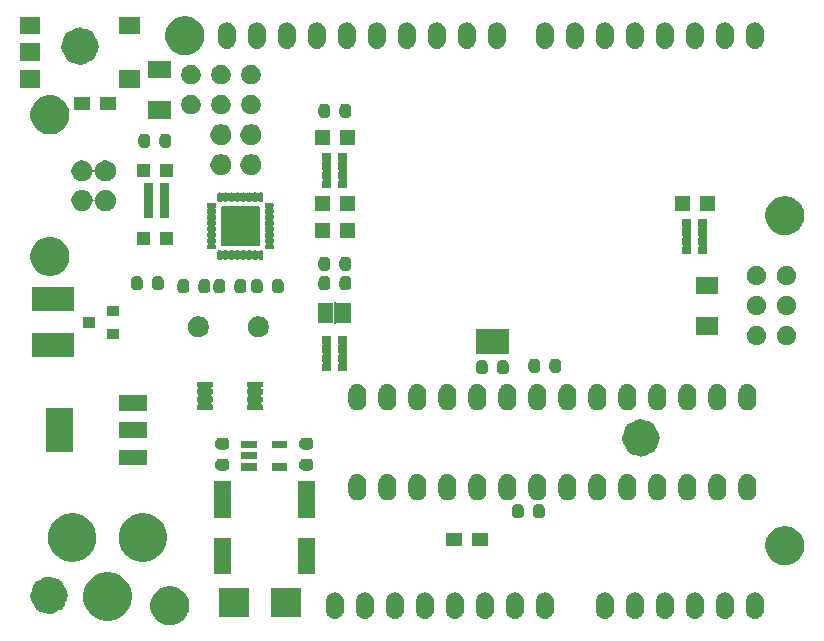
<source format=gbr>
G04 #@! TF.GenerationSoftware,KiCad,Pcbnew,5.1.4+dfsg1-1~bpo10+1*
G04 #@! TF.CreationDate,2022-07-19T17:35:19+05:30*
G04 #@! TF.ProjectId,UNO-TH_Rev3e,554e4f2d-5448-45f5-9265-7633652e6b69,rev?*
G04 #@! TF.SameCoordinates,Original*
G04 #@! TF.FileFunction,Soldermask,Top*
G04 #@! TF.FilePolarity,Negative*
%FSLAX46Y46*%
G04 Gerber Fmt 4.6, Leading zero omitted, Abs format (unit mm)*
G04 Created by KiCad (PCBNEW 5.1.4+dfsg1-1~bpo10+1) date 2022-07-19 17:35:19*
%MOMM*%
%LPD*%
G04 APERTURE LIST*
%ADD10C,2.184400*%
%ADD11C,0.100000*%
G04 APERTURE END LIST*
D10*
X121061100Y-81762600D02*
G75*
G03X121061100Y-81762600I-500000J0D01*
G01*
X168551100Y-114932600D02*
G75*
G03X168551100Y-114932600I-500000J0D01*
G01*
X118441100Y-128263600D02*
G75*
G03X118441100Y-128263600I-500000J0D01*
G01*
D11*
G36*
X132880100Y-97002600D02*
G01*
X132904503Y-96754835D01*
X132976773Y-96516592D01*
X133094134Y-96297026D01*
X133252074Y-96104574D01*
X133444526Y-95946634D01*
X133664092Y-95829273D01*
X134150100Y-95732600D01*
X134397865Y-95757003D01*
X134636108Y-95829273D01*
X134855674Y-95946634D01*
X135048126Y-96104574D01*
X135206066Y-96297026D01*
X135323427Y-96516592D01*
X135420100Y-97002600D01*
X135395697Y-97250365D01*
X135323427Y-97488608D01*
X135206066Y-97708174D01*
X135048126Y-97900626D01*
X134855674Y-98058566D01*
X134636108Y-98175927D01*
X134150100Y-98272600D01*
X133902335Y-98248197D01*
X133664092Y-98175927D01*
X133444526Y-98058566D01*
X133252074Y-97900626D01*
X133094134Y-97708174D01*
X132976773Y-97488608D01*
X132880100Y-97002600D01*
G37*
G36*
X142074900Y-105283000D02*
G01*
X142227300Y-105283000D01*
X142227300Y-103454200D01*
X142074900Y-103454200D01*
X142074900Y-105283000D01*
G37*
G36*
X128556356Y-127524898D02*
G01*
X128662679Y-127546047D01*
X128868797Y-127631424D01*
X128907664Y-127647523D01*
X128963142Y-127670503D01*
X129233551Y-127851185D01*
X129463515Y-128081149D01*
X129585426Y-128263601D01*
X129644198Y-128351560D01*
X129644633Y-128352610D01*
X129758962Y-128628624D01*
X129768653Y-128652022D01*
X129831863Y-128969796D01*
X129832100Y-128970991D01*
X129832100Y-129296209D01*
X129768653Y-129615179D01*
X129742255Y-129678909D01*
X129644633Y-129914591D01*
X129644197Y-129915642D01*
X129463515Y-130186051D01*
X129233551Y-130416015D01*
X128963142Y-130596697D01*
X128662679Y-130721153D01*
X128556356Y-130742302D01*
X128343711Y-130784600D01*
X128018489Y-130784600D01*
X127805844Y-130742302D01*
X127699521Y-130721153D01*
X127399058Y-130596697D01*
X127128649Y-130416015D01*
X126898685Y-130186051D01*
X126718003Y-129915642D01*
X126717568Y-129914591D01*
X126619945Y-129678909D01*
X126593547Y-129615179D01*
X126530100Y-129296209D01*
X126530100Y-128970991D01*
X126530338Y-128969796D01*
X126593547Y-128652022D01*
X126603239Y-128628624D01*
X126717567Y-128352610D01*
X126718002Y-128351560D01*
X126776774Y-128263601D01*
X126898685Y-128081149D01*
X127128649Y-127851185D01*
X127399058Y-127670503D01*
X127454537Y-127647523D01*
X127493403Y-127631424D01*
X127699521Y-127546047D01*
X127805844Y-127524898D01*
X128018489Y-127482600D01*
X128343711Y-127482600D01*
X128556356Y-127524898D01*
X128556356Y-127524898D01*
G37*
G36*
X123364026Y-126373341D02*
G01*
X123496096Y-126399611D01*
X123869318Y-126554205D01*
X124205209Y-126778640D01*
X124490860Y-127064291D01*
X124715295Y-127400182D01*
X124861802Y-127753880D01*
X124869889Y-127773405D01*
X124948700Y-128169612D01*
X124948700Y-128573588D01*
X124929360Y-128670815D01*
X124869889Y-128969796D01*
X124869394Y-128970991D01*
X124715296Y-129343016D01*
X124490861Y-129678908D01*
X124205208Y-129964561D01*
X124107687Y-130029722D01*
X123869318Y-130188995D01*
X123496096Y-130343589D01*
X123364026Y-130369859D01*
X123099888Y-130422400D01*
X122695912Y-130422400D01*
X122431774Y-130369859D01*
X122299704Y-130343589D01*
X121926482Y-130188995D01*
X121688113Y-130029722D01*
X121590592Y-129964561D01*
X121304939Y-129678908D01*
X121080504Y-129343016D01*
X120926406Y-128970991D01*
X120925911Y-128969796D01*
X120866440Y-128670815D01*
X120847100Y-128573588D01*
X120847100Y-128169612D01*
X120925911Y-127773405D01*
X120933999Y-127753880D01*
X121080505Y-127400182D01*
X121304940Y-127064291D01*
X121590591Y-126778640D01*
X121926482Y-126554205D01*
X122299704Y-126399611D01*
X122431774Y-126373341D01*
X122695912Y-126320800D01*
X123099888Y-126320800D01*
X123364026Y-126373341D01*
X123364026Y-126373341D01*
G37*
G36*
X175320477Y-128027026D02*
G01*
X175426741Y-128059261D01*
X175464118Y-128070599D01*
X175596490Y-128141354D01*
X175596492Y-128141355D01*
X175596491Y-128141355D01*
X175712522Y-128236578D01*
X175790670Y-128331802D01*
X175807746Y-128352609D01*
X175878501Y-128484981D01*
X175889839Y-128522358D01*
X175922074Y-128628622D01*
X175933100Y-128740574D01*
X175933100Y-129526626D01*
X175922074Y-129638578D01*
X175889839Y-129744842D01*
X175878501Y-129782219D01*
X175807746Y-129914591D01*
X175712522Y-130030622D01*
X175596491Y-130125846D01*
X175464119Y-130196601D01*
X175426742Y-130207939D01*
X175320478Y-130240174D01*
X175171100Y-130254886D01*
X175021723Y-130240174D01*
X174915459Y-130207939D01*
X174878082Y-130196601D01*
X174745710Y-130125846D01*
X174629679Y-130030622D01*
X174534455Y-129914591D01*
X174463698Y-129782215D01*
X174420126Y-129638579D01*
X174409100Y-129526627D01*
X174409100Y-128740574D01*
X174417203Y-128658305D01*
X174420126Y-128628623D01*
X174463698Y-128484986D01*
X174463699Y-128484982D01*
X174534454Y-128352610D01*
X174548934Y-128334966D01*
X174629678Y-128236578D01*
X174745708Y-128141355D01*
X174745707Y-128141355D01*
X174745709Y-128141354D01*
X174878081Y-128070599D01*
X174915458Y-128059261D01*
X175021722Y-128027026D01*
X175171100Y-128012314D01*
X175320477Y-128027026D01*
X175320477Y-128027026D01*
G37*
G36*
X177860477Y-128027026D02*
G01*
X177966741Y-128059261D01*
X178004118Y-128070599D01*
X178136490Y-128141354D01*
X178136492Y-128141355D01*
X178136491Y-128141355D01*
X178252522Y-128236578D01*
X178330670Y-128331802D01*
X178347746Y-128352609D01*
X178418501Y-128484981D01*
X178429839Y-128522358D01*
X178462074Y-128628622D01*
X178473100Y-128740574D01*
X178473100Y-129526626D01*
X178462074Y-129638578D01*
X178429839Y-129744842D01*
X178418501Y-129782219D01*
X178347746Y-129914591D01*
X178252522Y-130030622D01*
X178136491Y-130125846D01*
X178004119Y-130196601D01*
X177966742Y-130207939D01*
X177860478Y-130240174D01*
X177711100Y-130254886D01*
X177561723Y-130240174D01*
X177455459Y-130207939D01*
X177418082Y-130196601D01*
X177285710Y-130125846D01*
X177169679Y-130030622D01*
X177074455Y-129914591D01*
X177003698Y-129782215D01*
X176960126Y-129638579D01*
X176949100Y-129526627D01*
X176949100Y-128740574D01*
X176957203Y-128658305D01*
X176960126Y-128628623D01*
X177003698Y-128484986D01*
X177003699Y-128484982D01*
X177074454Y-128352610D01*
X177088934Y-128334966D01*
X177169678Y-128236578D01*
X177285708Y-128141355D01*
X177285707Y-128141355D01*
X177285709Y-128141354D01*
X177418081Y-128070599D01*
X177455458Y-128059261D01*
X177561722Y-128027026D01*
X177711100Y-128012314D01*
X177860477Y-128027026D01*
X177860477Y-128027026D01*
G37*
G36*
X142300477Y-128027026D02*
G01*
X142406741Y-128059261D01*
X142444118Y-128070599D01*
X142576490Y-128141354D01*
X142576492Y-128141355D01*
X142576491Y-128141355D01*
X142692522Y-128236578D01*
X142770670Y-128331802D01*
X142787746Y-128352609D01*
X142858501Y-128484981D01*
X142869839Y-128522358D01*
X142902074Y-128628622D01*
X142913100Y-128740574D01*
X142913100Y-129526626D01*
X142902074Y-129638578D01*
X142869839Y-129744842D01*
X142858501Y-129782219D01*
X142787746Y-129914591D01*
X142692522Y-130030622D01*
X142576491Y-130125846D01*
X142444119Y-130196601D01*
X142406742Y-130207939D01*
X142300478Y-130240174D01*
X142151100Y-130254886D01*
X142001723Y-130240174D01*
X141895459Y-130207939D01*
X141858082Y-130196601D01*
X141725710Y-130125846D01*
X141609679Y-130030622D01*
X141514455Y-129914591D01*
X141443698Y-129782215D01*
X141400126Y-129638579D01*
X141389100Y-129526627D01*
X141389100Y-128740574D01*
X141397203Y-128658305D01*
X141400126Y-128628623D01*
X141443698Y-128484986D01*
X141443699Y-128484982D01*
X141514454Y-128352610D01*
X141528934Y-128334966D01*
X141609678Y-128236578D01*
X141725708Y-128141355D01*
X141725707Y-128141355D01*
X141725709Y-128141354D01*
X141858081Y-128070599D01*
X141895458Y-128059261D01*
X142001722Y-128027026D01*
X142151100Y-128012314D01*
X142300477Y-128027026D01*
X142300477Y-128027026D01*
G37*
G36*
X144840477Y-128027026D02*
G01*
X144946741Y-128059261D01*
X144984118Y-128070599D01*
X145116490Y-128141354D01*
X145116492Y-128141355D01*
X145116491Y-128141355D01*
X145232522Y-128236578D01*
X145310670Y-128331802D01*
X145327746Y-128352609D01*
X145398501Y-128484981D01*
X145409839Y-128522358D01*
X145442074Y-128628622D01*
X145453100Y-128740574D01*
X145453100Y-129526626D01*
X145442074Y-129638578D01*
X145409839Y-129744842D01*
X145398501Y-129782219D01*
X145327746Y-129914591D01*
X145232522Y-130030622D01*
X145116491Y-130125846D01*
X144984119Y-130196601D01*
X144946742Y-130207939D01*
X144840478Y-130240174D01*
X144691100Y-130254886D01*
X144541723Y-130240174D01*
X144435459Y-130207939D01*
X144398082Y-130196601D01*
X144265710Y-130125846D01*
X144149679Y-130030622D01*
X144054455Y-129914591D01*
X143983698Y-129782215D01*
X143940126Y-129638579D01*
X143929100Y-129526627D01*
X143929100Y-128740574D01*
X143937203Y-128658305D01*
X143940126Y-128628623D01*
X143983698Y-128484986D01*
X143983699Y-128484982D01*
X144054454Y-128352610D01*
X144068934Y-128334966D01*
X144149678Y-128236578D01*
X144265708Y-128141355D01*
X144265707Y-128141355D01*
X144265709Y-128141354D01*
X144398081Y-128070599D01*
X144435458Y-128059261D01*
X144541722Y-128027026D01*
X144691100Y-128012314D01*
X144840477Y-128027026D01*
X144840477Y-128027026D01*
G37*
G36*
X147380477Y-128027026D02*
G01*
X147486741Y-128059261D01*
X147524118Y-128070599D01*
X147656490Y-128141354D01*
X147656492Y-128141355D01*
X147656491Y-128141355D01*
X147772522Y-128236578D01*
X147850670Y-128331802D01*
X147867746Y-128352609D01*
X147938501Y-128484981D01*
X147949839Y-128522358D01*
X147982074Y-128628622D01*
X147993100Y-128740574D01*
X147993100Y-129526626D01*
X147982074Y-129638578D01*
X147949839Y-129744842D01*
X147938501Y-129782219D01*
X147867746Y-129914591D01*
X147772522Y-130030622D01*
X147656491Y-130125846D01*
X147524119Y-130196601D01*
X147486742Y-130207939D01*
X147380478Y-130240174D01*
X147231100Y-130254886D01*
X147081723Y-130240174D01*
X146975459Y-130207939D01*
X146938082Y-130196601D01*
X146805710Y-130125846D01*
X146689679Y-130030622D01*
X146594455Y-129914591D01*
X146523698Y-129782215D01*
X146480126Y-129638579D01*
X146469100Y-129526627D01*
X146469100Y-128740574D01*
X146477203Y-128658305D01*
X146480126Y-128628623D01*
X146523698Y-128484986D01*
X146523699Y-128484982D01*
X146594454Y-128352610D01*
X146608934Y-128334966D01*
X146689678Y-128236578D01*
X146805708Y-128141355D01*
X146805707Y-128141355D01*
X146805709Y-128141354D01*
X146938081Y-128070599D01*
X146975458Y-128059261D01*
X147081722Y-128027026D01*
X147231100Y-128012314D01*
X147380477Y-128027026D01*
X147380477Y-128027026D01*
G37*
G36*
X149920477Y-128027026D02*
G01*
X150026741Y-128059261D01*
X150064118Y-128070599D01*
X150196490Y-128141354D01*
X150196492Y-128141355D01*
X150196491Y-128141355D01*
X150312522Y-128236578D01*
X150390670Y-128331802D01*
X150407746Y-128352609D01*
X150478501Y-128484981D01*
X150489839Y-128522358D01*
X150522074Y-128628622D01*
X150533100Y-128740574D01*
X150533100Y-129526626D01*
X150522074Y-129638578D01*
X150489839Y-129744842D01*
X150478501Y-129782219D01*
X150407746Y-129914591D01*
X150312522Y-130030622D01*
X150196491Y-130125846D01*
X150064119Y-130196601D01*
X150026742Y-130207939D01*
X149920478Y-130240174D01*
X149771100Y-130254886D01*
X149621723Y-130240174D01*
X149515459Y-130207939D01*
X149478082Y-130196601D01*
X149345710Y-130125846D01*
X149229679Y-130030622D01*
X149134455Y-129914591D01*
X149063698Y-129782215D01*
X149020126Y-129638579D01*
X149009100Y-129526627D01*
X149009100Y-128740574D01*
X149017203Y-128658305D01*
X149020126Y-128628623D01*
X149063698Y-128484986D01*
X149063699Y-128484982D01*
X149134454Y-128352610D01*
X149148934Y-128334966D01*
X149229678Y-128236578D01*
X149345708Y-128141355D01*
X149345707Y-128141355D01*
X149345709Y-128141354D01*
X149478081Y-128070599D01*
X149515458Y-128059261D01*
X149621722Y-128027026D01*
X149771100Y-128012314D01*
X149920477Y-128027026D01*
X149920477Y-128027026D01*
G37*
G36*
X152460477Y-128027026D02*
G01*
X152566741Y-128059261D01*
X152604118Y-128070599D01*
X152736490Y-128141354D01*
X152736492Y-128141355D01*
X152736491Y-128141355D01*
X152852522Y-128236578D01*
X152930670Y-128331802D01*
X152947746Y-128352609D01*
X153018501Y-128484981D01*
X153029839Y-128522358D01*
X153062074Y-128628622D01*
X153073100Y-128740574D01*
X153073100Y-129526626D01*
X153062074Y-129638578D01*
X153029839Y-129744842D01*
X153018501Y-129782219D01*
X152947746Y-129914591D01*
X152852522Y-130030622D01*
X152736491Y-130125846D01*
X152604119Y-130196601D01*
X152566742Y-130207939D01*
X152460478Y-130240174D01*
X152311100Y-130254886D01*
X152161723Y-130240174D01*
X152055459Y-130207939D01*
X152018082Y-130196601D01*
X151885710Y-130125846D01*
X151769679Y-130030622D01*
X151674455Y-129914591D01*
X151603698Y-129782215D01*
X151560126Y-129638579D01*
X151549100Y-129526627D01*
X151549100Y-128740574D01*
X151557203Y-128658305D01*
X151560126Y-128628623D01*
X151603698Y-128484986D01*
X151603699Y-128484982D01*
X151674454Y-128352610D01*
X151688934Y-128334966D01*
X151769678Y-128236578D01*
X151885708Y-128141355D01*
X151885707Y-128141355D01*
X151885709Y-128141354D01*
X152018081Y-128070599D01*
X152055458Y-128059261D01*
X152161722Y-128027026D01*
X152311100Y-128012314D01*
X152460477Y-128027026D01*
X152460477Y-128027026D01*
G37*
G36*
X155000477Y-128027026D02*
G01*
X155106741Y-128059261D01*
X155144118Y-128070599D01*
X155276490Y-128141354D01*
X155276492Y-128141355D01*
X155276491Y-128141355D01*
X155392522Y-128236578D01*
X155470670Y-128331802D01*
X155487746Y-128352609D01*
X155558501Y-128484981D01*
X155569839Y-128522358D01*
X155602074Y-128628622D01*
X155613100Y-128740574D01*
X155613100Y-129526626D01*
X155602074Y-129638578D01*
X155569839Y-129744842D01*
X155558501Y-129782219D01*
X155487746Y-129914591D01*
X155392522Y-130030622D01*
X155276491Y-130125846D01*
X155144119Y-130196601D01*
X155106742Y-130207939D01*
X155000478Y-130240174D01*
X154851100Y-130254886D01*
X154701723Y-130240174D01*
X154595459Y-130207939D01*
X154558082Y-130196601D01*
X154425710Y-130125846D01*
X154309679Y-130030622D01*
X154214455Y-129914591D01*
X154143698Y-129782215D01*
X154100126Y-129638579D01*
X154089100Y-129526627D01*
X154089100Y-128740574D01*
X154097203Y-128658305D01*
X154100126Y-128628623D01*
X154143698Y-128484986D01*
X154143699Y-128484982D01*
X154214454Y-128352610D01*
X154228934Y-128334966D01*
X154309678Y-128236578D01*
X154425708Y-128141355D01*
X154425707Y-128141355D01*
X154425709Y-128141354D01*
X154558081Y-128070599D01*
X154595458Y-128059261D01*
X154701722Y-128027026D01*
X154851100Y-128012314D01*
X155000477Y-128027026D01*
X155000477Y-128027026D01*
G37*
G36*
X160080477Y-128027026D02*
G01*
X160186741Y-128059261D01*
X160224118Y-128070599D01*
X160356490Y-128141354D01*
X160356492Y-128141355D01*
X160356491Y-128141355D01*
X160472522Y-128236578D01*
X160550670Y-128331802D01*
X160567746Y-128352609D01*
X160638501Y-128484981D01*
X160649839Y-128522358D01*
X160682074Y-128628622D01*
X160693100Y-128740574D01*
X160693100Y-129526626D01*
X160682074Y-129638578D01*
X160649839Y-129744842D01*
X160638501Y-129782219D01*
X160567746Y-129914591D01*
X160472522Y-130030622D01*
X160356491Y-130125846D01*
X160224119Y-130196601D01*
X160186742Y-130207939D01*
X160080478Y-130240174D01*
X159931100Y-130254886D01*
X159781723Y-130240174D01*
X159675459Y-130207939D01*
X159638082Y-130196601D01*
X159505710Y-130125846D01*
X159389679Y-130030622D01*
X159294455Y-129914591D01*
X159223698Y-129782215D01*
X159180126Y-129638579D01*
X159169100Y-129526627D01*
X159169100Y-128740574D01*
X159177203Y-128658305D01*
X159180126Y-128628623D01*
X159223698Y-128484986D01*
X159223699Y-128484982D01*
X159294454Y-128352610D01*
X159308934Y-128334966D01*
X159389678Y-128236578D01*
X159505708Y-128141355D01*
X159505707Y-128141355D01*
X159505709Y-128141354D01*
X159638081Y-128070599D01*
X159675458Y-128059261D01*
X159781722Y-128027026D01*
X159931100Y-128012314D01*
X160080477Y-128027026D01*
X160080477Y-128027026D01*
G37*
G36*
X165160477Y-128027026D02*
G01*
X165266741Y-128059261D01*
X165304118Y-128070599D01*
X165436490Y-128141354D01*
X165436492Y-128141355D01*
X165436491Y-128141355D01*
X165552522Y-128236578D01*
X165630670Y-128331802D01*
X165647746Y-128352609D01*
X165718501Y-128484981D01*
X165729839Y-128522358D01*
X165762074Y-128628622D01*
X165773100Y-128740574D01*
X165773100Y-129526626D01*
X165762074Y-129638578D01*
X165729839Y-129744842D01*
X165718501Y-129782219D01*
X165647746Y-129914591D01*
X165552522Y-130030622D01*
X165436491Y-130125846D01*
X165304119Y-130196601D01*
X165266742Y-130207939D01*
X165160478Y-130240174D01*
X165011100Y-130254886D01*
X164861723Y-130240174D01*
X164755459Y-130207939D01*
X164718082Y-130196601D01*
X164585710Y-130125846D01*
X164469679Y-130030622D01*
X164374455Y-129914591D01*
X164303698Y-129782215D01*
X164260126Y-129638579D01*
X164249100Y-129526627D01*
X164249100Y-128740574D01*
X164257203Y-128658305D01*
X164260126Y-128628623D01*
X164303698Y-128484986D01*
X164303699Y-128484982D01*
X164374454Y-128352610D01*
X164388934Y-128334966D01*
X164469678Y-128236578D01*
X164585708Y-128141355D01*
X164585707Y-128141355D01*
X164585709Y-128141354D01*
X164718081Y-128070599D01*
X164755458Y-128059261D01*
X164861722Y-128027026D01*
X165011100Y-128012314D01*
X165160477Y-128027026D01*
X165160477Y-128027026D01*
G37*
G36*
X167700477Y-128027026D02*
G01*
X167806741Y-128059261D01*
X167844118Y-128070599D01*
X167976490Y-128141354D01*
X167976492Y-128141355D01*
X167976491Y-128141355D01*
X168092522Y-128236578D01*
X168170670Y-128331802D01*
X168187746Y-128352609D01*
X168258501Y-128484981D01*
X168269839Y-128522358D01*
X168302074Y-128628622D01*
X168313100Y-128740574D01*
X168313100Y-129526626D01*
X168302074Y-129638578D01*
X168269839Y-129744842D01*
X168258501Y-129782219D01*
X168187746Y-129914591D01*
X168092522Y-130030622D01*
X167976491Y-130125846D01*
X167844119Y-130196601D01*
X167806742Y-130207939D01*
X167700478Y-130240174D01*
X167551100Y-130254886D01*
X167401723Y-130240174D01*
X167295459Y-130207939D01*
X167258082Y-130196601D01*
X167125710Y-130125846D01*
X167009679Y-130030622D01*
X166914455Y-129914591D01*
X166843698Y-129782215D01*
X166800126Y-129638579D01*
X166789100Y-129526627D01*
X166789100Y-128740574D01*
X166797203Y-128658305D01*
X166800126Y-128628623D01*
X166843698Y-128484986D01*
X166843699Y-128484982D01*
X166914454Y-128352610D01*
X166928934Y-128334966D01*
X167009678Y-128236578D01*
X167125708Y-128141355D01*
X167125707Y-128141355D01*
X167125709Y-128141354D01*
X167258081Y-128070599D01*
X167295458Y-128059261D01*
X167401722Y-128027026D01*
X167551100Y-128012314D01*
X167700477Y-128027026D01*
X167700477Y-128027026D01*
G37*
G36*
X170240477Y-128027026D02*
G01*
X170346741Y-128059261D01*
X170384118Y-128070599D01*
X170516490Y-128141354D01*
X170516492Y-128141355D01*
X170516491Y-128141355D01*
X170632522Y-128236578D01*
X170710670Y-128331802D01*
X170727746Y-128352609D01*
X170798501Y-128484981D01*
X170809839Y-128522358D01*
X170842074Y-128628622D01*
X170853100Y-128740574D01*
X170853100Y-129526626D01*
X170842074Y-129638578D01*
X170809839Y-129744842D01*
X170798501Y-129782219D01*
X170727746Y-129914591D01*
X170632522Y-130030622D01*
X170516491Y-130125846D01*
X170384119Y-130196601D01*
X170346742Y-130207939D01*
X170240478Y-130240174D01*
X170091100Y-130254886D01*
X169941723Y-130240174D01*
X169835459Y-130207939D01*
X169798082Y-130196601D01*
X169665710Y-130125846D01*
X169549679Y-130030622D01*
X169454455Y-129914591D01*
X169383698Y-129782215D01*
X169340126Y-129638579D01*
X169329100Y-129526627D01*
X169329100Y-128740574D01*
X169337203Y-128658305D01*
X169340126Y-128628623D01*
X169383698Y-128484986D01*
X169383699Y-128484982D01*
X169454454Y-128352610D01*
X169468934Y-128334966D01*
X169549678Y-128236578D01*
X169665708Y-128141355D01*
X169665707Y-128141355D01*
X169665709Y-128141354D01*
X169798081Y-128070599D01*
X169835458Y-128059261D01*
X169941722Y-128027026D01*
X170091100Y-128012314D01*
X170240477Y-128027026D01*
X170240477Y-128027026D01*
G37*
G36*
X172780477Y-128027026D02*
G01*
X172886741Y-128059261D01*
X172924118Y-128070599D01*
X173056490Y-128141354D01*
X173056492Y-128141355D01*
X173056491Y-128141355D01*
X173172522Y-128236578D01*
X173250670Y-128331802D01*
X173267746Y-128352609D01*
X173338501Y-128484981D01*
X173349839Y-128522358D01*
X173382074Y-128628622D01*
X173393100Y-128740574D01*
X173393100Y-129526626D01*
X173382074Y-129638578D01*
X173349839Y-129744842D01*
X173338501Y-129782219D01*
X173267746Y-129914591D01*
X173172522Y-130030622D01*
X173056491Y-130125846D01*
X172924119Y-130196601D01*
X172886742Y-130207939D01*
X172780478Y-130240174D01*
X172631100Y-130254886D01*
X172481723Y-130240174D01*
X172375459Y-130207939D01*
X172338082Y-130196601D01*
X172205710Y-130125846D01*
X172089679Y-130030622D01*
X171994455Y-129914591D01*
X171923698Y-129782215D01*
X171880126Y-129638579D01*
X171869100Y-129526627D01*
X171869100Y-128740574D01*
X171877203Y-128658305D01*
X171880126Y-128628623D01*
X171923698Y-128484986D01*
X171923699Y-128484982D01*
X171994454Y-128352610D01*
X172008934Y-128334966D01*
X172089678Y-128236578D01*
X172205708Y-128141355D01*
X172205707Y-128141355D01*
X172205709Y-128141354D01*
X172338081Y-128070599D01*
X172375458Y-128059261D01*
X172481722Y-128027026D01*
X172631100Y-128012314D01*
X172780477Y-128027026D01*
X172780477Y-128027026D01*
G37*
G36*
X157540477Y-128027026D02*
G01*
X157646741Y-128059261D01*
X157684118Y-128070599D01*
X157816490Y-128141354D01*
X157816492Y-128141355D01*
X157816491Y-128141355D01*
X157932522Y-128236578D01*
X158010670Y-128331802D01*
X158027746Y-128352609D01*
X158098501Y-128484981D01*
X158109839Y-128522358D01*
X158142074Y-128628622D01*
X158153100Y-128740574D01*
X158153100Y-129526626D01*
X158142074Y-129638578D01*
X158109839Y-129744842D01*
X158098501Y-129782219D01*
X158027746Y-129914591D01*
X157932522Y-130030622D01*
X157816491Y-130125846D01*
X157684119Y-130196601D01*
X157646742Y-130207939D01*
X157540478Y-130240174D01*
X157391100Y-130254886D01*
X157241723Y-130240174D01*
X157135459Y-130207939D01*
X157098082Y-130196601D01*
X156965710Y-130125846D01*
X156849679Y-130030622D01*
X156754455Y-129914591D01*
X156683698Y-129782215D01*
X156640126Y-129638579D01*
X156629100Y-129526627D01*
X156629100Y-128740574D01*
X156637203Y-128658305D01*
X156640126Y-128628623D01*
X156683698Y-128484986D01*
X156683699Y-128484982D01*
X156754454Y-128352610D01*
X156768934Y-128334966D01*
X156849678Y-128236578D01*
X156965708Y-128141355D01*
X156965707Y-128141355D01*
X156965709Y-128141354D01*
X157098081Y-128070599D01*
X157135458Y-128059261D01*
X157241722Y-128027026D01*
X157391100Y-128012314D01*
X157540477Y-128027026D01*
X157540477Y-128027026D01*
G37*
G36*
X139241654Y-127629635D02*
G01*
X139243906Y-127630318D01*
X139245975Y-127631424D01*
X139247788Y-127632912D01*
X139249276Y-127634725D01*
X139250382Y-127636794D01*
X139251065Y-127639046D01*
X139251900Y-127647523D01*
X139251900Y-130111677D01*
X139251065Y-130120154D01*
X139250382Y-130122406D01*
X139249276Y-130124475D01*
X139247788Y-130126288D01*
X139245975Y-130127776D01*
X139243906Y-130128882D01*
X139241654Y-130129565D01*
X139233177Y-130130400D01*
X136769023Y-130130400D01*
X136760546Y-130129565D01*
X136758294Y-130128882D01*
X136756225Y-130127776D01*
X136754412Y-130126288D01*
X136752924Y-130124475D01*
X136751818Y-130122406D01*
X136751135Y-130120154D01*
X136750300Y-130111677D01*
X136750300Y-127647523D01*
X136751135Y-127639046D01*
X136751818Y-127636794D01*
X136752924Y-127634725D01*
X136754412Y-127632912D01*
X136756225Y-127631424D01*
X136758294Y-127630318D01*
X136760546Y-127629635D01*
X136769023Y-127628800D01*
X139233177Y-127628800D01*
X139241654Y-127629635D01*
X139241654Y-127629635D01*
G37*
G36*
X134841654Y-127629635D02*
G01*
X134843906Y-127630318D01*
X134845975Y-127631424D01*
X134847788Y-127632912D01*
X134849276Y-127634725D01*
X134850382Y-127636794D01*
X134851065Y-127639046D01*
X134851900Y-127647523D01*
X134851900Y-130111677D01*
X134851065Y-130120154D01*
X134850382Y-130122406D01*
X134849276Y-130124475D01*
X134847788Y-130126288D01*
X134845975Y-130127776D01*
X134843906Y-130128882D01*
X134841654Y-130129565D01*
X134833177Y-130130400D01*
X132369023Y-130130400D01*
X132360546Y-130129565D01*
X132358294Y-130128882D01*
X132356225Y-130127776D01*
X132354412Y-130126288D01*
X132352924Y-130124475D01*
X132351818Y-130122406D01*
X132351135Y-130120154D01*
X132350300Y-130111677D01*
X132350300Y-127647523D01*
X132351135Y-127639046D01*
X132351818Y-127636794D01*
X132352924Y-127634725D01*
X132354412Y-127632912D01*
X132356225Y-127631424D01*
X132358294Y-127630318D01*
X132360546Y-127629635D01*
X132369023Y-127628800D01*
X134833177Y-127628800D01*
X134841654Y-127629635D01*
X134841654Y-127629635D01*
G37*
G36*
X118050117Y-127715536D02*
G01*
X118154945Y-127747335D01*
X118251554Y-127798974D01*
X118336232Y-127868468D01*
X118405726Y-127953146D01*
X118457365Y-128049755D01*
X118489164Y-128154583D01*
X118499901Y-128263599D01*
X118499901Y-128263601D01*
X118489164Y-128372617D01*
X118457365Y-128477445D01*
X118405726Y-128574054D01*
X118336232Y-128658732D01*
X118251554Y-128728226D01*
X118154945Y-128779865D01*
X118050117Y-128811664D01*
X117941101Y-128822401D01*
X117941099Y-128822401D01*
X117832083Y-128811664D01*
X117727255Y-128779865D01*
X117630646Y-128728226D01*
X117545968Y-128658732D01*
X117476474Y-128574054D01*
X117424835Y-128477445D01*
X117393036Y-128372617D01*
X117382299Y-128263601D01*
X117382299Y-128263599D01*
X117393036Y-128154583D01*
X117424835Y-128049755D01*
X117476474Y-127953146D01*
X117545968Y-127868468D01*
X117630646Y-127798974D01*
X117727255Y-127747335D01*
X117832083Y-127715536D01*
X117941099Y-127704799D01*
X117941101Y-127704799D01*
X118050117Y-127715536D01*
X118050117Y-127715536D01*
G37*
G36*
X140488900Y-126480400D02*
G01*
X138987300Y-126480400D01*
X138987300Y-123378800D01*
X140488900Y-123378800D01*
X140488900Y-126480400D01*
X140488900Y-126480400D01*
G37*
G36*
X133376900Y-126480400D02*
G01*
X131875300Y-126480400D01*
X131875300Y-123378800D01*
X133376900Y-123378800D01*
X133376900Y-126480400D01*
X133376900Y-126480400D01*
G37*
G36*
X180626356Y-122444898D02*
G01*
X180732679Y-122466047D01*
X181033142Y-122590503D01*
X181303551Y-122771185D01*
X181533515Y-123001149D01*
X181714197Y-123271558D01*
X181814973Y-123514852D01*
X181838653Y-123572022D01*
X181902100Y-123890989D01*
X181902100Y-124216211D01*
X181877632Y-124339218D01*
X181838653Y-124535179D01*
X181714197Y-124835642D01*
X181533515Y-125106051D01*
X181303551Y-125336015D01*
X181033142Y-125516697D01*
X180732679Y-125641153D01*
X180626356Y-125662302D01*
X180413711Y-125704600D01*
X180088489Y-125704600D01*
X179875844Y-125662302D01*
X179769521Y-125641153D01*
X179469058Y-125516697D01*
X179198649Y-125336015D01*
X178968685Y-125106051D01*
X178788003Y-124835642D01*
X178663547Y-124535179D01*
X178624568Y-124339218D01*
X178600100Y-124216211D01*
X178600100Y-123890989D01*
X178663547Y-123572022D01*
X178687228Y-123514852D01*
X178788003Y-123271558D01*
X178968685Y-123001149D01*
X179198649Y-122771185D01*
X179469058Y-122590503D01*
X179769521Y-122466047D01*
X179875844Y-122444898D01*
X180088489Y-122402600D01*
X180413711Y-122402600D01*
X180626356Y-122444898D01*
X180626356Y-122444898D01*
G37*
G36*
X126361226Y-121369541D02*
G01*
X126493296Y-121395811D01*
X126866518Y-121550405D01*
X126969808Y-121619421D01*
X127061070Y-121680400D01*
X127202409Y-121774840D01*
X127488060Y-122060491D01*
X127652495Y-122306585D01*
X127712496Y-122396384D01*
X127867089Y-122769605D01*
X127945900Y-123165812D01*
X127945900Y-123569788D01*
X127894024Y-123830585D01*
X127867089Y-123965996D01*
X127712495Y-124339218D01*
X127488060Y-124675109D01*
X127202409Y-124960760D01*
X126866518Y-125185195D01*
X126493296Y-125339789D01*
X126361226Y-125366059D01*
X126097088Y-125418600D01*
X125693112Y-125418600D01*
X125428974Y-125366059D01*
X125296904Y-125339789D01*
X124923682Y-125185195D01*
X124587791Y-124960760D01*
X124302140Y-124675109D01*
X124077705Y-124339218D01*
X123923111Y-123965996D01*
X123896176Y-123830585D01*
X123844300Y-123569788D01*
X123844300Y-123165812D01*
X123923111Y-122769605D01*
X124077704Y-122396384D01*
X124137706Y-122306585D01*
X124302140Y-122060491D01*
X124587791Y-121774840D01*
X124729131Y-121680400D01*
X124820392Y-121619421D01*
X124923682Y-121550405D01*
X125296904Y-121395811D01*
X125428974Y-121369541D01*
X125693112Y-121317000D01*
X126097088Y-121317000D01*
X126361226Y-121369541D01*
X126361226Y-121369541D01*
G37*
G36*
X120366826Y-121369541D02*
G01*
X120498896Y-121395811D01*
X120872118Y-121550405D01*
X120975408Y-121619421D01*
X121066670Y-121680400D01*
X121208009Y-121774840D01*
X121493660Y-122060491D01*
X121658095Y-122306585D01*
X121718096Y-122396384D01*
X121872689Y-122769605D01*
X121951500Y-123165812D01*
X121951500Y-123569788D01*
X121899624Y-123830585D01*
X121872689Y-123965996D01*
X121718095Y-124339218D01*
X121493660Y-124675109D01*
X121208009Y-124960760D01*
X120872118Y-125185195D01*
X120498896Y-125339789D01*
X120366826Y-125366059D01*
X120102688Y-125418600D01*
X119698712Y-125418600D01*
X119434574Y-125366059D01*
X119302504Y-125339789D01*
X118929282Y-125185195D01*
X118593391Y-124960760D01*
X118307740Y-124675109D01*
X118083305Y-124339218D01*
X117928711Y-123965996D01*
X117901776Y-123830585D01*
X117849900Y-123569788D01*
X117849900Y-123165812D01*
X117928711Y-122769605D01*
X118083304Y-122396384D01*
X118143306Y-122306585D01*
X118307740Y-122060491D01*
X118593391Y-121774840D01*
X118734731Y-121680400D01*
X118825992Y-121619421D01*
X118929282Y-121550405D01*
X119302504Y-121395811D01*
X119434574Y-121369541D01*
X119698712Y-121317000D01*
X120102688Y-121317000D01*
X120366826Y-121369541D01*
X120366826Y-121369541D01*
G37*
G36*
X155077900Y-124096400D02*
G01*
X153776300Y-124096400D01*
X153776300Y-122994800D01*
X155077900Y-122994800D01*
X155077900Y-124096400D01*
X155077900Y-124096400D01*
G37*
G36*
X152877900Y-124096400D02*
G01*
X151576300Y-124096400D01*
X151576300Y-122994800D01*
X152877900Y-122994800D01*
X152877900Y-124096400D01*
X152877900Y-124096400D01*
G37*
G36*
X157843142Y-120539598D02*
G01*
X157913374Y-120560903D01*
X157978102Y-120595501D01*
X158034838Y-120642062D01*
X158081399Y-120698798D01*
X158115997Y-120763526D01*
X158137302Y-120833758D01*
X158145100Y-120912940D01*
X158145100Y-121352260D01*
X158137302Y-121431442D01*
X158115997Y-121501674D01*
X158081399Y-121566402D01*
X158034838Y-121623138D01*
X157978102Y-121669699D01*
X157913374Y-121704297D01*
X157843142Y-121725602D01*
X157763960Y-121733400D01*
X157526240Y-121733400D01*
X157447058Y-121725602D01*
X157376826Y-121704297D01*
X157312098Y-121669699D01*
X157255362Y-121623138D01*
X157208801Y-121566402D01*
X157174203Y-121501674D01*
X157152898Y-121431442D01*
X157145100Y-121352260D01*
X157145100Y-120912940D01*
X157152898Y-120833758D01*
X157174203Y-120763526D01*
X157208801Y-120698798D01*
X157255362Y-120642062D01*
X157312098Y-120595501D01*
X157376826Y-120560903D01*
X157447058Y-120539598D01*
X157526240Y-120531800D01*
X157763960Y-120531800D01*
X157843142Y-120539598D01*
X157843142Y-120539598D01*
G37*
G36*
X159621142Y-120539598D02*
G01*
X159691374Y-120560903D01*
X159756102Y-120595501D01*
X159812838Y-120642062D01*
X159859399Y-120698798D01*
X159893997Y-120763526D01*
X159915302Y-120833758D01*
X159923100Y-120912940D01*
X159923100Y-121352260D01*
X159915302Y-121431442D01*
X159893997Y-121501674D01*
X159859399Y-121566402D01*
X159812838Y-121623138D01*
X159756102Y-121669699D01*
X159691374Y-121704297D01*
X159621142Y-121725602D01*
X159541960Y-121733400D01*
X159304240Y-121733400D01*
X159225058Y-121725602D01*
X159154826Y-121704297D01*
X159090098Y-121669699D01*
X159033362Y-121623138D01*
X158986801Y-121566402D01*
X158952203Y-121501674D01*
X158930898Y-121431442D01*
X158923100Y-121352260D01*
X158923100Y-120912940D01*
X158930898Y-120833758D01*
X158952203Y-120763526D01*
X158986801Y-120698798D01*
X159033362Y-120642062D01*
X159090098Y-120595501D01*
X159154826Y-120560903D01*
X159225058Y-120539598D01*
X159304240Y-120531800D01*
X159541960Y-120531800D01*
X159621142Y-120539598D01*
X159621142Y-120539598D01*
G37*
G36*
X140488900Y-121680400D02*
G01*
X138987300Y-121680400D01*
X138987300Y-118578800D01*
X140488900Y-118578800D01*
X140488900Y-121680400D01*
X140488900Y-121680400D01*
G37*
G36*
X133376900Y-121680400D02*
G01*
X131875300Y-121680400D01*
X131875300Y-118578800D01*
X133376900Y-118578800D01*
X133376900Y-121680400D01*
X133376900Y-121680400D01*
G37*
G36*
X159445478Y-117994026D02*
G01*
X159551742Y-118026261D01*
X159589119Y-118037599D01*
X159721491Y-118108354D01*
X159837522Y-118203578D01*
X159932746Y-118319609D01*
X160003501Y-118451981D01*
X160003502Y-118451985D01*
X160047074Y-118595622D01*
X160058100Y-118707574D01*
X160058100Y-119493626D01*
X160047074Y-119605578D01*
X160014839Y-119711842D01*
X160003501Y-119749219D01*
X159932746Y-119881591D01*
X159932745Y-119881592D01*
X159837522Y-119997622D01*
X159739134Y-120078366D01*
X159721490Y-120092846D01*
X159589118Y-120163601D01*
X159551741Y-120174939D01*
X159445477Y-120207174D01*
X159296100Y-120221886D01*
X159146722Y-120207174D01*
X159040458Y-120174939D01*
X159003081Y-120163601D01*
X158870709Y-120092846D01*
X158849902Y-120075770D01*
X158754678Y-119997622D01*
X158659455Y-119881591D01*
X158659454Y-119881590D01*
X158588699Y-119749218D01*
X158577361Y-119711841D01*
X158545126Y-119605577D01*
X158534100Y-119493625D01*
X158534100Y-118707574D01*
X158545126Y-118595622D01*
X158545126Y-118595621D01*
X158588698Y-118451985D01*
X158659455Y-118319609D01*
X158754679Y-118203578D01*
X158870710Y-118108354D01*
X159003082Y-118037599D01*
X159040459Y-118026261D01*
X159146723Y-117994026D01*
X159296100Y-117979314D01*
X159445478Y-117994026D01*
X159445478Y-117994026D01*
G37*
G36*
X146745478Y-117994026D02*
G01*
X146851742Y-118026261D01*
X146889119Y-118037599D01*
X147021491Y-118108354D01*
X147137522Y-118203578D01*
X147232746Y-118319609D01*
X147303501Y-118451981D01*
X147303502Y-118451985D01*
X147347074Y-118595622D01*
X147358100Y-118707574D01*
X147358100Y-119493626D01*
X147347074Y-119605578D01*
X147314839Y-119711842D01*
X147303501Y-119749219D01*
X147232746Y-119881591D01*
X147232745Y-119881592D01*
X147137522Y-119997622D01*
X147039134Y-120078366D01*
X147021490Y-120092846D01*
X146889118Y-120163601D01*
X146851741Y-120174939D01*
X146745477Y-120207174D01*
X146596100Y-120221886D01*
X146446722Y-120207174D01*
X146340458Y-120174939D01*
X146303081Y-120163601D01*
X146170709Y-120092846D01*
X146149902Y-120075770D01*
X146054678Y-119997622D01*
X145959455Y-119881591D01*
X145959454Y-119881590D01*
X145888699Y-119749218D01*
X145877361Y-119711841D01*
X145845126Y-119605577D01*
X145834100Y-119493625D01*
X145834100Y-118707574D01*
X145845126Y-118595622D01*
X145845126Y-118595621D01*
X145888698Y-118451985D01*
X145959455Y-118319609D01*
X146054679Y-118203578D01*
X146170710Y-118108354D01*
X146303082Y-118037599D01*
X146340459Y-118026261D01*
X146446723Y-117994026D01*
X146596100Y-117979314D01*
X146745478Y-117994026D01*
X146745478Y-117994026D01*
G37*
G36*
X149285478Y-117994026D02*
G01*
X149391742Y-118026261D01*
X149429119Y-118037599D01*
X149561491Y-118108354D01*
X149677522Y-118203578D01*
X149772746Y-118319609D01*
X149843501Y-118451981D01*
X149843502Y-118451985D01*
X149887074Y-118595622D01*
X149898100Y-118707574D01*
X149898100Y-119493626D01*
X149887074Y-119605578D01*
X149854839Y-119711842D01*
X149843501Y-119749219D01*
X149772746Y-119881591D01*
X149772745Y-119881592D01*
X149677522Y-119997622D01*
X149579134Y-120078366D01*
X149561490Y-120092846D01*
X149429118Y-120163601D01*
X149391741Y-120174939D01*
X149285477Y-120207174D01*
X149136100Y-120221886D01*
X148986722Y-120207174D01*
X148880458Y-120174939D01*
X148843081Y-120163601D01*
X148710709Y-120092846D01*
X148689902Y-120075770D01*
X148594678Y-119997622D01*
X148499455Y-119881591D01*
X148499454Y-119881590D01*
X148428699Y-119749218D01*
X148417361Y-119711841D01*
X148385126Y-119605577D01*
X148374100Y-119493625D01*
X148374100Y-118707574D01*
X148385126Y-118595622D01*
X148385126Y-118595621D01*
X148428698Y-118451985D01*
X148499455Y-118319609D01*
X148594679Y-118203578D01*
X148710710Y-118108354D01*
X148843082Y-118037599D01*
X148880459Y-118026261D01*
X148986723Y-117994026D01*
X149136100Y-117979314D01*
X149285478Y-117994026D01*
X149285478Y-117994026D01*
G37*
G36*
X151825478Y-117994026D02*
G01*
X151931742Y-118026261D01*
X151969119Y-118037599D01*
X152101491Y-118108354D01*
X152217522Y-118203578D01*
X152312746Y-118319609D01*
X152383501Y-118451981D01*
X152383502Y-118451985D01*
X152427074Y-118595622D01*
X152438100Y-118707574D01*
X152438100Y-119493626D01*
X152427074Y-119605578D01*
X152394839Y-119711842D01*
X152383501Y-119749219D01*
X152312746Y-119881591D01*
X152312745Y-119881592D01*
X152217522Y-119997622D01*
X152119134Y-120078366D01*
X152101490Y-120092846D01*
X151969118Y-120163601D01*
X151931741Y-120174939D01*
X151825477Y-120207174D01*
X151676100Y-120221886D01*
X151526722Y-120207174D01*
X151420458Y-120174939D01*
X151383081Y-120163601D01*
X151250709Y-120092846D01*
X151229902Y-120075770D01*
X151134678Y-119997622D01*
X151039455Y-119881591D01*
X151039454Y-119881590D01*
X150968699Y-119749218D01*
X150957361Y-119711841D01*
X150925126Y-119605577D01*
X150914100Y-119493625D01*
X150914100Y-118707574D01*
X150925126Y-118595622D01*
X150925126Y-118595621D01*
X150968698Y-118451985D01*
X151039455Y-118319609D01*
X151134679Y-118203578D01*
X151250710Y-118108354D01*
X151383082Y-118037599D01*
X151420459Y-118026261D01*
X151526723Y-117994026D01*
X151676100Y-117979314D01*
X151825478Y-117994026D01*
X151825478Y-117994026D01*
G37*
G36*
X177225478Y-117994026D02*
G01*
X177331742Y-118026261D01*
X177369119Y-118037599D01*
X177501491Y-118108354D01*
X177617522Y-118203578D01*
X177712746Y-118319609D01*
X177783501Y-118451981D01*
X177783502Y-118451985D01*
X177827074Y-118595622D01*
X177838100Y-118707574D01*
X177838100Y-119493626D01*
X177827074Y-119605578D01*
X177794839Y-119711842D01*
X177783501Y-119749219D01*
X177712746Y-119881591D01*
X177712745Y-119881592D01*
X177617522Y-119997622D01*
X177519134Y-120078366D01*
X177501490Y-120092846D01*
X177369118Y-120163601D01*
X177331741Y-120174939D01*
X177225477Y-120207174D01*
X177076100Y-120221886D01*
X176926722Y-120207174D01*
X176820458Y-120174939D01*
X176783081Y-120163601D01*
X176650709Y-120092846D01*
X176629902Y-120075770D01*
X176534678Y-119997622D01*
X176439455Y-119881591D01*
X176439454Y-119881590D01*
X176368699Y-119749218D01*
X176357361Y-119711841D01*
X176325126Y-119605577D01*
X176314100Y-119493625D01*
X176314100Y-118707574D01*
X176325126Y-118595622D01*
X176325126Y-118595621D01*
X176368698Y-118451985D01*
X176439455Y-118319609D01*
X176534679Y-118203578D01*
X176650710Y-118108354D01*
X176783082Y-118037599D01*
X176820459Y-118026261D01*
X176926723Y-117994026D01*
X177076100Y-117979314D01*
X177225478Y-117994026D01*
X177225478Y-117994026D01*
G37*
G36*
X174685478Y-117994026D02*
G01*
X174791742Y-118026261D01*
X174829119Y-118037599D01*
X174961491Y-118108354D01*
X175077522Y-118203578D01*
X175172746Y-118319609D01*
X175243501Y-118451981D01*
X175243502Y-118451985D01*
X175287074Y-118595622D01*
X175298100Y-118707574D01*
X175298100Y-119493626D01*
X175287074Y-119605578D01*
X175254839Y-119711842D01*
X175243501Y-119749219D01*
X175172746Y-119881591D01*
X175172745Y-119881592D01*
X175077522Y-119997622D01*
X174979134Y-120078366D01*
X174961490Y-120092846D01*
X174829118Y-120163601D01*
X174791741Y-120174939D01*
X174685477Y-120207174D01*
X174536100Y-120221886D01*
X174386722Y-120207174D01*
X174280458Y-120174939D01*
X174243081Y-120163601D01*
X174110709Y-120092846D01*
X174089902Y-120075770D01*
X173994678Y-119997622D01*
X173899455Y-119881591D01*
X173899454Y-119881590D01*
X173828699Y-119749218D01*
X173817361Y-119711841D01*
X173785126Y-119605577D01*
X173774100Y-119493625D01*
X173774100Y-118707574D01*
X173785126Y-118595622D01*
X173785126Y-118595621D01*
X173828698Y-118451985D01*
X173899455Y-118319609D01*
X173994679Y-118203578D01*
X174110710Y-118108354D01*
X174243082Y-118037599D01*
X174280459Y-118026261D01*
X174386723Y-117994026D01*
X174536100Y-117979314D01*
X174685478Y-117994026D01*
X174685478Y-117994026D01*
G37*
G36*
X172145478Y-117994026D02*
G01*
X172251742Y-118026261D01*
X172289119Y-118037599D01*
X172421491Y-118108354D01*
X172537522Y-118203578D01*
X172632746Y-118319609D01*
X172703501Y-118451981D01*
X172703502Y-118451985D01*
X172747074Y-118595622D01*
X172758100Y-118707574D01*
X172758100Y-119493626D01*
X172747074Y-119605578D01*
X172714839Y-119711842D01*
X172703501Y-119749219D01*
X172632746Y-119881591D01*
X172632745Y-119881592D01*
X172537522Y-119997622D01*
X172439134Y-120078366D01*
X172421490Y-120092846D01*
X172289118Y-120163601D01*
X172251741Y-120174939D01*
X172145477Y-120207174D01*
X171996100Y-120221886D01*
X171846722Y-120207174D01*
X171740458Y-120174939D01*
X171703081Y-120163601D01*
X171570709Y-120092846D01*
X171549902Y-120075770D01*
X171454678Y-119997622D01*
X171359455Y-119881591D01*
X171359454Y-119881590D01*
X171288699Y-119749218D01*
X171277361Y-119711841D01*
X171245126Y-119605577D01*
X171234100Y-119493625D01*
X171234100Y-118707574D01*
X171245126Y-118595622D01*
X171245126Y-118595621D01*
X171288698Y-118451985D01*
X171359455Y-118319609D01*
X171454679Y-118203578D01*
X171570710Y-118108354D01*
X171703082Y-118037599D01*
X171740459Y-118026261D01*
X171846723Y-117994026D01*
X171996100Y-117979314D01*
X172145478Y-117994026D01*
X172145478Y-117994026D01*
G37*
G36*
X167065478Y-117994026D02*
G01*
X167171742Y-118026261D01*
X167209119Y-118037599D01*
X167341491Y-118108354D01*
X167457522Y-118203578D01*
X167552746Y-118319609D01*
X167623501Y-118451981D01*
X167623502Y-118451985D01*
X167667074Y-118595622D01*
X167678100Y-118707574D01*
X167678100Y-119493626D01*
X167667074Y-119605578D01*
X167634839Y-119711842D01*
X167623501Y-119749219D01*
X167552746Y-119881591D01*
X167552745Y-119881592D01*
X167457522Y-119997622D01*
X167359134Y-120078366D01*
X167341490Y-120092846D01*
X167209118Y-120163601D01*
X167171741Y-120174939D01*
X167065477Y-120207174D01*
X166916100Y-120221886D01*
X166766722Y-120207174D01*
X166660458Y-120174939D01*
X166623081Y-120163601D01*
X166490709Y-120092846D01*
X166469902Y-120075770D01*
X166374678Y-119997622D01*
X166279455Y-119881591D01*
X166279454Y-119881590D01*
X166208699Y-119749218D01*
X166197361Y-119711841D01*
X166165126Y-119605577D01*
X166154100Y-119493625D01*
X166154100Y-118707574D01*
X166165126Y-118595622D01*
X166165126Y-118595621D01*
X166208698Y-118451985D01*
X166279455Y-118319609D01*
X166374679Y-118203578D01*
X166490710Y-118108354D01*
X166623082Y-118037599D01*
X166660459Y-118026261D01*
X166766723Y-117994026D01*
X166916100Y-117979314D01*
X167065478Y-117994026D01*
X167065478Y-117994026D01*
G37*
G36*
X154365478Y-117994026D02*
G01*
X154471742Y-118026261D01*
X154509119Y-118037599D01*
X154641491Y-118108354D01*
X154757522Y-118203578D01*
X154852746Y-118319609D01*
X154923501Y-118451981D01*
X154923502Y-118451985D01*
X154967074Y-118595622D01*
X154978100Y-118707574D01*
X154978100Y-119493626D01*
X154967074Y-119605578D01*
X154934839Y-119711842D01*
X154923501Y-119749219D01*
X154852746Y-119881591D01*
X154852745Y-119881592D01*
X154757522Y-119997622D01*
X154659134Y-120078366D01*
X154641490Y-120092846D01*
X154509118Y-120163601D01*
X154471741Y-120174939D01*
X154365477Y-120207174D01*
X154216100Y-120221886D01*
X154066722Y-120207174D01*
X153960458Y-120174939D01*
X153923081Y-120163601D01*
X153790709Y-120092846D01*
X153769902Y-120075770D01*
X153674678Y-119997622D01*
X153579455Y-119881591D01*
X153579454Y-119881590D01*
X153508699Y-119749218D01*
X153497361Y-119711841D01*
X153465126Y-119605577D01*
X153454100Y-119493625D01*
X153454100Y-118707574D01*
X153465126Y-118595622D01*
X153465126Y-118595621D01*
X153508698Y-118451985D01*
X153579455Y-118319609D01*
X153674679Y-118203578D01*
X153790710Y-118108354D01*
X153923082Y-118037599D01*
X153960459Y-118026261D01*
X154066723Y-117994026D01*
X154216100Y-117979314D01*
X154365478Y-117994026D01*
X154365478Y-117994026D01*
G37*
G36*
X156905478Y-117994026D02*
G01*
X157011742Y-118026261D01*
X157049119Y-118037599D01*
X157181491Y-118108354D01*
X157297522Y-118203578D01*
X157392746Y-118319609D01*
X157463501Y-118451981D01*
X157463502Y-118451985D01*
X157507074Y-118595622D01*
X157518100Y-118707574D01*
X157518100Y-119493626D01*
X157507074Y-119605578D01*
X157474839Y-119711842D01*
X157463501Y-119749219D01*
X157392746Y-119881591D01*
X157392745Y-119881592D01*
X157297522Y-119997622D01*
X157199134Y-120078366D01*
X157181490Y-120092846D01*
X157049118Y-120163601D01*
X157011741Y-120174939D01*
X156905477Y-120207174D01*
X156756100Y-120221886D01*
X156606722Y-120207174D01*
X156500458Y-120174939D01*
X156463081Y-120163601D01*
X156330709Y-120092846D01*
X156309902Y-120075770D01*
X156214678Y-119997622D01*
X156119455Y-119881591D01*
X156119454Y-119881590D01*
X156048699Y-119749218D01*
X156037361Y-119711841D01*
X156005126Y-119605577D01*
X155994100Y-119493625D01*
X155994100Y-118707574D01*
X156005126Y-118595622D01*
X156005126Y-118595621D01*
X156048698Y-118451985D01*
X156119455Y-118319609D01*
X156214679Y-118203578D01*
X156330710Y-118108354D01*
X156463082Y-118037599D01*
X156500459Y-118026261D01*
X156606723Y-117994026D01*
X156756100Y-117979314D01*
X156905478Y-117994026D01*
X156905478Y-117994026D01*
G37*
G36*
X161985478Y-117994026D02*
G01*
X162091742Y-118026261D01*
X162129119Y-118037599D01*
X162261491Y-118108354D01*
X162377522Y-118203578D01*
X162472746Y-118319609D01*
X162543501Y-118451981D01*
X162543502Y-118451985D01*
X162587074Y-118595622D01*
X162598100Y-118707574D01*
X162598100Y-119493626D01*
X162587074Y-119605578D01*
X162554839Y-119711842D01*
X162543501Y-119749219D01*
X162472746Y-119881591D01*
X162472745Y-119881592D01*
X162377522Y-119997622D01*
X162279134Y-120078366D01*
X162261490Y-120092846D01*
X162129118Y-120163601D01*
X162091741Y-120174939D01*
X161985477Y-120207174D01*
X161836100Y-120221886D01*
X161686722Y-120207174D01*
X161580458Y-120174939D01*
X161543081Y-120163601D01*
X161410709Y-120092846D01*
X161389902Y-120075770D01*
X161294678Y-119997622D01*
X161199455Y-119881591D01*
X161199454Y-119881590D01*
X161128699Y-119749218D01*
X161117361Y-119711841D01*
X161085126Y-119605577D01*
X161074100Y-119493625D01*
X161074100Y-118707574D01*
X161085126Y-118595622D01*
X161085126Y-118595621D01*
X161128698Y-118451985D01*
X161199455Y-118319609D01*
X161294679Y-118203578D01*
X161410710Y-118108354D01*
X161543082Y-118037599D01*
X161580459Y-118026261D01*
X161686723Y-117994026D01*
X161836100Y-117979314D01*
X161985478Y-117994026D01*
X161985478Y-117994026D01*
G37*
G36*
X144205478Y-117994026D02*
G01*
X144311742Y-118026261D01*
X144349119Y-118037599D01*
X144481491Y-118108354D01*
X144597522Y-118203578D01*
X144692746Y-118319609D01*
X144763501Y-118451981D01*
X144763502Y-118451985D01*
X144807074Y-118595622D01*
X144818100Y-118707574D01*
X144818100Y-119493626D01*
X144807074Y-119605578D01*
X144774839Y-119711842D01*
X144763501Y-119749219D01*
X144692746Y-119881591D01*
X144692745Y-119881592D01*
X144597522Y-119997622D01*
X144499134Y-120078366D01*
X144481490Y-120092846D01*
X144349118Y-120163601D01*
X144311741Y-120174939D01*
X144205477Y-120207174D01*
X144056100Y-120221886D01*
X143906722Y-120207174D01*
X143800458Y-120174939D01*
X143763081Y-120163601D01*
X143630709Y-120092846D01*
X143609902Y-120075770D01*
X143514678Y-119997622D01*
X143419455Y-119881591D01*
X143419454Y-119881590D01*
X143348699Y-119749218D01*
X143337361Y-119711841D01*
X143305126Y-119605577D01*
X143294100Y-119493625D01*
X143294100Y-118707574D01*
X143305126Y-118595622D01*
X143305126Y-118595621D01*
X143348698Y-118451985D01*
X143419455Y-118319609D01*
X143514679Y-118203578D01*
X143630710Y-118108354D01*
X143763082Y-118037599D01*
X143800459Y-118026261D01*
X143906723Y-117994026D01*
X144056100Y-117979314D01*
X144205478Y-117994026D01*
X144205478Y-117994026D01*
G37*
G36*
X164525478Y-117994026D02*
G01*
X164631742Y-118026261D01*
X164669119Y-118037599D01*
X164801491Y-118108354D01*
X164917522Y-118203578D01*
X165012746Y-118319609D01*
X165083501Y-118451981D01*
X165083502Y-118451985D01*
X165127074Y-118595622D01*
X165138100Y-118707574D01*
X165138100Y-119493626D01*
X165127074Y-119605578D01*
X165094839Y-119711842D01*
X165083501Y-119749219D01*
X165012746Y-119881591D01*
X165012745Y-119881592D01*
X164917522Y-119997622D01*
X164819134Y-120078366D01*
X164801490Y-120092846D01*
X164669118Y-120163601D01*
X164631741Y-120174939D01*
X164525477Y-120207174D01*
X164376100Y-120221886D01*
X164226722Y-120207174D01*
X164120458Y-120174939D01*
X164083081Y-120163601D01*
X163950709Y-120092846D01*
X163929902Y-120075770D01*
X163834678Y-119997622D01*
X163739455Y-119881591D01*
X163739454Y-119881590D01*
X163668699Y-119749218D01*
X163657361Y-119711841D01*
X163625126Y-119605577D01*
X163614100Y-119493625D01*
X163614100Y-118707574D01*
X163625126Y-118595622D01*
X163625126Y-118595621D01*
X163668698Y-118451985D01*
X163739455Y-118319609D01*
X163834679Y-118203578D01*
X163950710Y-118108354D01*
X164083082Y-118037599D01*
X164120459Y-118026261D01*
X164226723Y-117994026D01*
X164376100Y-117979314D01*
X164525478Y-117994026D01*
X164525478Y-117994026D01*
G37*
G36*
X169605478Y-117994026D02*
G01*
X169711742Y-118026261D01*
X169749119Y-118037599D01*
X169881491Y-118108354D01*
X169997522Y-118203578D01*
X170092746Y-118319609D01*
X170163501Y-118451981D01*
X170163502Y-118451985D01*
X170207074Y-118595622D01*
X170218100Y-118707574D01*
X170218100Y-119493626D01*
X170207074Y-119605578D01*
X170174839Y-119711842D01*
X170163501Y-119749219D01*
X170092746Y-119881591D01*
X170092745Y-119881592D01*
X169997522Y-119997622D01*
X169899134Y-120078366D01*
X169881490Y-120092846D01*
X169749118Y-120163601D01*
X169711741Y-120174939D01*
X169605477Y-120207174D01*
X169456100Y-120221886D01*
X169306722Y-120207174D01*
X169200458Y-120174939D01*
X169163081Y-120163601D01*
X169030709Y-120092846D01*
X169009902Y-120075770D01*
X168914678Y-119997622D01*
X168819455Y-119881591D01*
X168819454Y-119881590D01*
X168748699Y-119749218D01*
X168737361Y-119711841D01*
X168705126Y-119605577D01*
X168694100Y-119493625D01*
X168694100Y-118707574D01*
X168705126Y-118595622D01*
X168705126Y-118595621D01*
X168748698Y-118451985D01*
X168819455Y-118319609D01*
X168914679Y-118203578D01*
X169030710Y-118108354D01*
X169163082Y-118037599D01*
X169200459Y-118026261D01*
X169306723Y-117994026D01*
X169456100Y-117979314D01*
X169605478Y-117994026D01*
X169605478Y-117994026D01*
G37*
G36*
X135532900Y-117709400D02*
G01*
X134231300Y-117709400D01*
X134231300Y-117057800D01*
X135532900Y-117057800D01*
X135532900Y-117709400D01*
X135532900Y-117709400D01*
G37*
G36*
X138132900Y-117709400D02*
G01*
X136831300Y-117709400D01*
X136831300Y-117057800D01*
X138132900Y-117057800D01*
X138132900Y-117709400D01*
X138132900Y-117709400D01*
G37*
G36*
X140036942Y-116703398D02*
G01*
X140107174Y-116724703D01*
X140171902Y-116759301D01*
X140228638Y-116805862D01*
X140275199Y-116862598D01*
X140309797Y-116927326D01*
X140331102Y-116997558D01*
X140338900Y-117076740D01*
X140338900Y-117314460D01*
X140331102Y-117393642D01*
X140309797Y-117463874D01*
X140275199Y-117528602D01*
X140228638Y-117585338D01*
X140171902Y-117631899D01*
X140107174Y-117666497D01*
X140036942Y-117687802D01*
X139957760Y-117695600D01*
X139518440Y-117695600D01*
X139439258Y-117687802D01*
X139369026Y-117666497D01*
X139304298Y-117631899D01*
X139247562Y-117585338D01*
X139201001Y-117528602D01*
X139166403Y-117463874D01*
X139145098Y-117393642D01*
X139137300Y-117314460D01*
X139137300Y-117076740D01*
X139145098Y-116997558D01*
X139166403Y-116927326D01*
X139201001Y-116862598D01*
X139247562Y-116805862D01*
X139304298Y-116759301D01*
X139369026Y-116724703D01*
X139439258Y-116703398D01*
X139518440Y-116695600D01*
X139957760Y-116695600D01*
X140036942Y-116703398D01*
X140036942Y-116703398D01*
G37*
G36*
X132924942Y-116703398D02*
G01*
X132995174Y-116724703D01*
X133059902Y-116759301D01*
X133116638Y-116805862D01*
X133163199Y-116862598D01*
X133197797Y-116927326D01*
X133219102Y-116997558D01*
X133226900Y-117076740D01*
X133226900Y-117314460D01*
X133219102Y-117393642D01*
X133197797Y-117463874D01*
X133163199Y-117528602D01*
X133116638Y-117585338D01*
X133059902Y-117631899D01*
X132995174Y-117666497D01*
X132924942Y-117687802D01*
X132845760Y-117695600D01*
X132406440Y-117695600D01*
X132327258Y-117687802D01*
X132257026Y-117666497D01*
X132192298Y-117631899D01*
X132135562Y-117585338D01*
X132089001Y-117528602D01*
X132054403Y-117463874D01*
X132033098Y-117393642D01*
X132025300Y-117314460D01*
X132025300Y-117076740D01*
X132033098Y-116997558D01*
X132054403Y-116927326D01*
X132089001Y-116862598D01*
X132135562Y-116805862D01*
X132192298Y-116759301D01*
X132257026Y-116724703D01*
X132327258Y-116703398D01*
X132406440Y-116695600D01*
X132845760Y-116695600D01*
X132924942Y-116703398D01*
X132924942Y-116703398D01*
G37*
G36*
X126225300Y-117246400D02*
G01*
X123888500Y-117246400D01*
X123888500Y-115925600D01*
X126225300Y-115925600D01*
X126225300Y-117246400D01*
X126225300Y-117246400D01*
G37*
G36*
X135532900Y-116759400D02*
G01*
X134231300Y-116759400D01*
X134231300Y-116107800D01*
X135532900Y-116107800D01*
X135532900Y-116759400D01*
X135532900Y-116759400D01*
G37*
G36*
X120007703Y-112424442D02*
G01*
X120008075Y-112424555D01*
X120008418Y-112424738D01*
X120008717Y-112424983D01*
X120008962Y-112425282D01*
X120009145Y-112425625D01*
X120009258Y-112425997D01*
X120009900Y-112432517D01*
X120009900Y-116116683D01*
X120009258Y-116123203D01*
X120009145Y-116123575D01*
X120008962Y-116123918D01*
X120008717Y-116124217D01*
X120008418Y-116124462D01*
X120008075Y-116124645D01*
X120007703Y-116124758D01*
X120001183Y-116125400D01*
X117717017Y-116125400D01*
X117710497Y-116124758D01*
X117710125Y-116124645D01*
X117709782Y-116124462D01*
X117709483Y-116124217D01*
X117709238Y-116123918D01*
X117709055Y-116123575D01*
X117708942Y-116123203D01*
X117708300Y-116116683D01*
X117708300Y-112432517D01*
X117708942Y-112425997D01*
X117709055Y-112425625D01*
X117709238Y-112425282D01*
X117709483Y-112424983D01*
X117709782Y-112424738D01*
X117710125Y-112424555D01*
X117710497Y-112424442D01*
X117717017Y-112423800D01*
X120001183Y-112423800D01*
X120007703Y-112424442D01*
X120007703Y-112424442D01*
G37*
G36*
X140036942Y-114925398D02*
G01*
X140107174Y-114946703D01*
X140171902Y-114981301D01*
X140228638Y-115027862D01*
X140275199Y-115084598D01*
X140309797Y-115149326D01*
X140331102Y-115219558D01*
X140338900Y-115298740D01*
X140338900Y-115536460D01*
X140331102Y-115615642D01*
X140309797Y-115685874D01*
X140275199Y-115750602D01*
X140228638Y-115807338D01*
X140171902Y-115853899D01*
X140107174Y-115888497D01*
X140036942Y-115909802D01*
X139957760Y-115917600D01*
X139518440Y-115917600D01*
X139439258Y-115909802D01*
X139369026Y-115888497D01*
X139304298Y-115853899D01*
X139247562Y-115807338D01*
X139201001Y-115750602D01*
X139166403Y-115685874D01*
X139145098Y-115615642D01*
X139137300Y-115536460D01*
X139137300Y-115298740D01*
X139145098Y-115219558D01*
X139166403Y-115149326D01*
X139201001Y-115084598D01*
X139247562Y-115027862D01*
X139304298Y-114981301D01*
X139369026Y-114946703D01*
X139439258Y-114925398D01*
X139518440Y-114917600D01*
X139957760Y-114917600D01*
X140036942Y-114925398D01*
X140036942Y-114925398D01*
G37*
G36*
X132924942Y-114925398D02*
G01*
X132995174Y-114946703D01*
X133059902Y-114981301D01*
X133116638Y-115027862D01*
X133163199Y-115084598D01*
X133197797Y-115149326D01*
X133219102Y-115219558D01*
X133226900Y-115298740D01*
X133226900Y-115536460D01*
X133219102Y-115615642D01*
X133197797Y-115685874D01*
X133163199Y-115750602D01*
X133116638Y-115807338D01*
X133059902Y-115853899D01*
X132995174Y-115888497D01*
X132924942Y-115909802D01*
X132845760Y-115917600D01*
X132406440Y-115917600D01*
X132327258Y-115909802D01*
X132257026Y-115888497D01*
X132192298Y-115853899D01*
X132135562Y-115807338D01*
X132089001Y-115750602D01*
X132054403Y-115685874D01*
X132033098Y-115615642D01*
X132025300Y-115536460D01*
X132025300Y-115298740D01*
X132033098Y-115219558D01*
X132054403Y-115149326D01*
X132089001Y-115084598D01*
X132135562Y-115027862D01*
X132192298Y-114981301D01*
X132257026Y-114946703D01*
X132327258Y-114925398D01*
X132406440Y-114917600D01*
X132845760Y-114917600D01*
X132924942Y-114925398D01*
X132924942Y-114925398D01*
G37*
G36*
X138132900Y-115809400D02*
G01*
X136831300Y-115809400D01*
X136831300Y-115157800D01*
X138132900Y-115157800D01*
X138132900Y-115809400D01*
X138132900Y-115809400D01*
G37*
G36*
X135532900Y-115809400D02*
G01*
X134231300Y-115809400D01*
X134231300Y-115157800D01*
X135532900Y-115157800D01*
X135532900Y-115809400D01*
X135532900Y-115809400D01*
G37*
G36*
X168160117Y-114384536D02*
G01*
X168264945Y-114416335D01*
X168361554Y-114467974D01*
X168446232Y-114537468D01*
X168515726Y-114622146D01*
X168567365Y-114718755D01*
X168599164Y-114823583D01*
X168609901Y-114932599D01*
X168609901Y-114932601D01*
X168599164Y-115041617D01*
X168567365Y-115146445D01*
X168515726Y-115243054D01*
X168446232Y-115327732D01*
X168361554Y-115397226D01*
X168264945Y-115448865D01*
X168160117Y-115480664D01*
X168051101Y-115491401D01*
X168051099Y-115491401D01*
X167942083Y-115480664D01*
X167837255Y-115448865D01*
X167740646Y-115397226D01*
X167655968Y-115327732D01*
X167586474Y-115243054D01*
X167534835Y-115146445D01*
X167503036Y-115041617D01*
X167492299Y-114932601D01*
X167492299Y-114932599D01*
X167503036Y-114823583D01*
X167534835Y-114718755D01*
X167586474Y-114622146D01*
X167655968Y-114537468D01*
X167740646Y-114467974D01*
X167837255Y-114416335D01*
X167942083Y-114384536D01*
X168051099Y-114373799D01*
X168051101Y-114373799D01*
X168160117Y-114384536D01*
X168160117Y-114384536D01*
G37*
G36*
X126225300Y-114935000D02*
G01*
X123888500Y-114935000D01*
X123888500Y-113614200D01*
X126225300Y-113614200D01*
X126225300Y-114935000D01*
X126225300Y-114935000D01*
G37*
G36*
X126225300Y-112623600D02*
G01*
X123888500Y-112623600D01*
X123888500Y-111302800D01*
X126225300Y-111302800D01*
X126225300Y-112623600D01*
X126225300Y-112623600D01*
G37*
G36*
X169605478Y-110374026D02*
G01*
X169711742Y-110406261D01*
X169749119Y-110417599D01*
X169881491Y-110488354D01*
X169997522Y-110583578D01*
X170092746Y-110699609D01*
X170163501Y-110831981D01*
X170163502Y-110831985D01*
X170207074Y-110975622D01*
X170207074Y-110975624D01*
X170218100Y-111087573D01*
X170218100Y-111873627D01*
X170216981Y-111884984D01*
X170207074Y-111985578D01*
X170174839Y-112091842D01*
X170163501Y-112129219D01*
X170092746Y-112261591D01*
X170092745Y-112261592D01*
X169997522Y-112377622D01*
X169939447Y-112425282D01*
X169881490Y-112472846D01*
X169749118Y-112543601D01*
X169711741Y-112554939D01*
X169605477Y-112587174D01*
X169456100Y-112601886D01*
X169306722Y-112587174D01*
X169200458Y-112554939D01*
X169163081Y-112543601D01*
X169030709Y-112472846D01*
X168994578Y-112443194D01*
X168914678Y-112377622D01*
X168819455Y-112261591D01*
X168819454Y-112261590D01*
X168748699Y-112129218D01*
X168734952Y-112083899D01*
X168705126Y-111985577D01*
X168694767Y-111880400D01*
X168694100Y-111873626D01*
X168694100Y-111087573D01*
X168705126Y-110975621D01*
X168748698Y-110831985D01*
X168819455Y-110699609D01*
X168914679Y-110583578D01*
X169030710Y-110488354D01*
X169163082Y-110417599D01*
X169200459Y-110406261D01*
X169306723Y-110374026D01*
X169456100Y-110359314D01*
X169605478Y-110374026D01*
X169605478Y-110374026D01*
G37*
G36*
X167065478Y-110374026D02*
G01*
X167171742Y-110406261D01*
X167209119Y-110417599D01*
X167341491Y-110488354D01*
X167457522Y-110583578D01*
X167552746Y-110699609D01*
X167623501Y-110831981D01*
X167623502Y-110831985D01*
X167667074Y-110975622D01*
X167667074Y-110975624D01*
X167678100Y-111087573D01*
X167678100Y-111873627D01*
X167676981Y-111884984D01*
X167667074Y-111985578D01*
X167634839Y-112091842D01*
X167623501Y-112129219D01*
X167552746Y-112261591D01*
X167552745Y-112261592D01*
X167457522Y-112377622D01*
X167399447Y-112425282D01*
X167341490Y-112472846D01*
X167209118Y-112543601D01*
X167171741Y-112554939D01*
X167065477Y-112587174D01*
X166916100Y-112601886D01*
X166766722Y-112587174D01*
X166660458Y-112554939D01*
X166623081Y-112543601D01*
X166490709Y-112472846D01*
X166454578Y-112443194D01*
X166374678Y-112377622D01*
X166279455Y-112261591D01*
X166279454Y-112261590D01*
X166208699Y-112129218D01*
X166194952Y-112083899D01*
X166165126Y-111985577D01*
X166154767Y-111880400D01*
X166154100Y-111873626D01*
X166154100Y-111087573D01*
X166165126Y-110975621D01*
X166208698Y-110831985D01*
X166279455Y-110699609D01*
X166374679Y-110583578D01*
X166490710Y-110488354D01*
X166623082Y-110417599D01*
X166660459Y-110406261D01*
X166766723Y-110374026D01*
X166916100Y-110359314D01*
X167065478Y-110374026D01*
X167065478Y-110374026D01*
G37*
G36*
X164525478Y-110374026D02*
G01*
X164631742Y-110406261D01*
X164669119Y-110417599D01*
X164801491Y-110488354D01*
X164917522Y-110583578D01*
X165012746Y-110699609D01*
X165083501Y-110831981D01*
X165083502Y-110831985D01*
X165127074Y-110975622D01*
X165127074Y-110975624D01*
X165138100Y-111087573D01*
X165138100Y-111873627D01*
X165136981Y-111884984D01*
X165127074Y-111985578D01*
X165094839Y-112091842D01*
X165083501Y-112129219D01*
X165012746Y-112261591D01*
X165012745Y-112261592D01*
X164917522Y-112377622D01*
X164859447Y-112425282D01*
X164801490Y-112472846D01*
X164669118Y-112543601D01*
X164631741Y-112554939D01*
X164525477Y-112587174D01*
X164376100Y-112601886D01*
X164226722Y-112587174D01*
X164120458Y-112554939D01*
X164083081Y-112543601D01*
X163950709Y-112472846D01*
X163914578Y-112443194D01*
X163834678Y-112377622D01*
X163739455Y-112261591D01*
X163739454Y-112261590D01*
X163668699Y-112129218D01*
X163654952Y-112083899D01*
X163625126Y-111985577D01*
X163614767Y-111880400D01*
X163614100Y-111873626D01*
X163614100Y-111087573D01*
X163625126Y-110975621D01*
X163668698Y-110831985D01*
X163739455Y-110699609D01*
X163834679Y-110583578D01*
X163950710Y-110488354D01*
X164083082Y-110417599D01*
X164120459Y-110406261D01*
X164226723Y-110374026D01*
X164376100Y-110359314D01*
X164525478Y-110374026D01*
X164525478Y-110374026D01*
G37*
G36*
X161985478Y-110374026D02*
G01*
X162091742Y-110406261D01*
X162129119Y-110417599D01*
X162261491Y-110488354D01*
X162377522Y-110583578D01*
X162472746Y-110699609D01*
X162543501Y-110831981D01*
X162543502Y-110831985D01*
X162587074Y-110975622D01*
X162587074Y-110975624D01*
X162598100Y-111087573D01*
X162598100Y-111873627D01*
X162596981Y-111884984D01*
X162587074Y-111985578D01*
X162554839Y-112091842D01*
X162543501Y-112129219D01*
X162472746Y-112261591D01*
X162472745Y-112261592D01*
X162377522Y-112377622D01*
X162319447Y-112425282D01*
X162261490Y-112472846D01*
X162129118Y-112543601D01*
X162091741Y-112554939D01*
X161985477Y-112587174D01*
X161836100Y-112601886D01*
X161686722Y-112587174D01*
X161580458Y-112554939D01*
X161543081Y-112543601D01*
X161410709Y-112472846D01*
X161374578Y-112443194D01*
X161294678Y-112377622D01*
X161199455Y-112261591D01*
X161199454Y-112261590D01*
X161128699Y-112129218D01*
X161114952Y-112083899D01*
X161085126Y-111985577D01*
X161074767Y-111880400D01*
X161074100Y-111873626D01*
X161074100Y-111087573D01*
X161085126Y-110975621D01*
X161128698Y-110831985D01*
X161199455Y-110699609D01*
X161294679Y-110583578D01*
X161410710Y-110488354D01*
X161543082Y-110417599D01*
X161580459Y-110406261D01*
X161686723Y-110374026D01*
X161836100Y-110359314D01*
X161985478Y-110374026D01*
X161985478Y-110374026D01*
G37*
G36*
X159445478Y-110374026D02*
G01*
X159551742Y-110406261D01*
X159589119Y-110417599D01*
X159721491Y-110488354D01*
X159837522Y-110583578D01*
X159932746Y-110699609D01*
X160003501Y-110831981D01*
X160003502Y-110831985D01*
X160047074Y-110975622D01*
X160047074Y-110975624D01*
X160058100Y-111087573D01*
X160058100Y-111873627D01*
X160056981Y-111884984D01*
X160047074Y-111985578D01*
X160014839Y-112091842D01*
X160003501Y-112129219D01*
X159932746Y-112261591D01*
X159932745Y-112261592D01*
X159837522Y-112377622D01*
X159779447Y-112425282D01*
X159721490Y-112472846D01*
X159589118Y-112543601D01*
X159551741Y-112554939D01*
X159445477Y-112587174D01*
X159296100Y-112601886D01*
X159146722Y-112587174D01*
X159040458Y-112554939D01*
X159003081Y-112543601D01*
X158870709Y-112472846D01*
X158834578Y-112443194D01*
X158754678Y-112377622D01*
X158659455Y-112261591D01*
X158659454Y-112261590D01*
X158588699Y-112129218D01*
X158574952Y-112083899D01*
X158545126Y-111985577D01*
X158534767Y-111880400D01*
X158534100Y-111873626D01*
X158534100Y-111087573D01*
X158545126Y-110975621D01*
X158588698Y-110831985D01*
X158659455Y-110699609D01*
X158754679Y-110583578D01*
X158870710Y-110488354D01*
X159003082Y-110417599D01*
X159040459Y-110406261D01*
X159146723Y-110374026D01*
X159296100Y-110359314D01*
X159445478Y-110374026D01*
X159445478Y-110374026D01*
G37*
G36*
X156905478Y-110374026D02*
G01*
X157011742Y-110406261D01*
X157049119Y-110417599D01*
X157181491Y-110488354D01*
X157297522Y-110583578D01*
X157392746Y-110699609D01*
X157463501Y-110831981D01*
X157463502Y-110831985D01*
X157507074Y-110975622D01*
X157507074Y-110975624D01*
X157518100Y-111087573D01*
X157518100Y-111873627D01*
X157516981Y-111884984D01*
X157507074Y-111985578D01*
X157474839Y-112091842D01*
X157463501Y-112129219D01*
X157392746Y-112261591D01*
X157392745Y-112261592D01*
X157297522Y-112377622D01*
X157239447Y-112425282D01*
X157181490Y-112472846D01*
X157049118Y-112543601D01*
X157011741Y-112554939D01*
X156905477Y-112587174D01*
X156756100Y-112601886D01*
X156606722Y-112587174D01*
X156500458Y-112554939D01*
X156463081Y-112543601D01*
X156330709Y-112472846D01*
X156294578Y-112443194D01*
X156214678Y-112377622D01*
X156119455Y-112261591D01*
X156119454Y-112261590D01*
X156048699Y-112129218D01*
X156034952Y-112083899D01*
X156005126Y-111985577D01*
X155994767Y-111880400D01*
X155994100Y-111873626D01*
X155994100Y-111087573D01*
X156005126Y-110975621D01*
X156048698Y-110831985D01*
X156119455Y-110699609D01*
X156214679Y-110583578D01*
X156330710Y-110488354D01*
X156463082Y-110417599D01*
X156500459Y-110406261D01*
X156606723Y-110374026D01*
X156756100Y-110359314D01*
X156905478Y-110374026D01*
X156905478Y-110374026D01*
G37*
G36*
X154365478Y-110374026D02*
G01*
X154471742Y-110406261D01*
X154509119Y-110417599D01*
X154641491Y-110488354D01*
X154757522Y-110583578D01*
X154852746Y-110699609D01*
X154923501Y-110831981D01*
X154923502Y-110831985D01*
X154967074Y-110975622D01*
X154967074Y-110975624D01*
X154978100Y-111087573D01*
X154978100Y-111873627D01*
X154976981Y-111884984D01*
X154967074Y-111985578D01*
X154934839Y-112091842D01*
X154923501Y-112129219D01*
X154852746Y-112261591D01*
X154852745Y-112261592D01*
X154757522Y-112377622D01*
X154699447Y-112425282D01*
X154641490Y-112472846D01*
X154509118Y-112543601D01*
X154471741Y-112554939D01*
X154365477Y-112587174D01*
X154216100Y-112601886D01*
X154066722Y-112587174D01*
X153960458Y-112554939D01*
X153923081Y-112543601D01*
X153790709Y-112472846D01*
X153754578Y-112443194D01*
X153674678Y-112377622D01*
X153579455Y-112261591D01*
X153579454Y-112261590D01*
X153508699Y-112129218D01*
X153494952Y-112083899D01*
X153465126Y-111985577D01*
X153454767Y-111880400D01*
X153454100Y-111873626D01*
X153454100Y-111087573D01*
X153465126Y-110975621D01*
X153508698Y-110831985D01*
X153579455Y-110699609D01*
X153674679Y-110583578D01*
X153790710Y-110488354D01*
X153923082Y-110417599D01*
X153960459Y-110406261D01*
X154066723Y-110374026D01*
X154216100Y-110359314D01*
X154365478Y-110374026D01*
X154365478Y-110374026D01*
G37*
G36*
X146745478Y-110374026D02*
G01*
X146851742Y-110406261D01*
X146889119Y-110417599D01*
X147021491Y-110488354D01*
X147137522Y-110583578D01*
X147232746Y-110699609D01*
X147303501Y-110831981D01*
X147303502Y-110831985D01*
X147347074Y-110975622D01*
X147347074Y-110975624D01*
X147358100Y-111087573D01*
X147358100Y-111873627D01*
X147356981Y-111884984D01*
X147347074Y-111985578D01*
X147314839Y-112091842D01*
X147303501Y-112129219D01*
X147232746Y-112261591D01*
X147232745Y-112261592D01*
X147137522Y-112377622D01*
X147079447Y-112425282D01*
X147021490Y-112472846D01*
X146889118Y-112543601D01*
X146851741Y-112554939D01*
X146745477Y-112587174D01*
X146596100Y-112601886D01*
X146446722Y-112587174D01*
X146340458Y-112554939D01*
X146303081Y-112543601D01*
X146170709Y-112472846D01*
X146134578Y-112443194D01*
X146054678Y-112377622D01*
X145959455Y-112261591D01*
X145959454Y-112261590D01*
X145888699Y-112129218D01*
X145874952Y-112083899D01*
X145845126Y-111985577D01*
X145834767Y-111880400D01*
X145834100Y-111873626D01*
X145834100Y-111087573D01*
X145845126Y-110975621D01*
X145888698Y-110831985D01*
X145959455Y-110699609D01*
X146054679Y-110583578D01*
X146170710Y-110488354D01*
X146303082Y-110417599D01*
X146340459Y-110406261D01*
X146446723Y-110374026D01*
X146596100Y-110359314D01*
X146745478Y-110374026D01*
X146745478Y-110374026D01*
G37*
G36*
X144205478Y-110374026D02*
G01*
X144311742Y-110406261D01*
X144349119Y-110417599D01*
X144481491Y-110488354D01*
X144597522Y-110583578D01*
X144692746Y-110699609D01*
X144763501Y-110831981D01*
X144763502Y-110831985D01*
X144807074Y-110975622D01*
X144807074Y-110975624D01*
X144818100Y-111087573D01*
X144818100Y-111873627D01*
X144816981Y-111884984D01*
X144807074Y-111985578D01*
X144774839Y-112091842D01*
X144763501Y-112129219D01*
X144692746Y-112261591D01*
X144692745Y-112261592D01*
X144597522Y-112377622D01*
X144539447Y-112425282D01*
X144481490Y-112472846D01*
X144349118Y-112543601D01*
X144311741Y-112554939D01*
X144205477Y-112587174D01*
X144056100Y-112601886D01*
X143906722Y-112587174D01*
X143800458Y-112554939D01*
X143763081Y-112543601D01*
X143630709Y-112472846D01*
X143594578Y-112443194D01*
X143514678Y-112377622D01*
X143419455Y-112261591D01*
X143419454Y-112261590D01*
X143348699Y-112129218D01*
X143334952Y-112083899D01*
X143305126Y-111985577D01*
X143294767Y-111880400D01*
X143294100Y-111873626D01*
X143294100Y-111087573D01*
X143305126Y-110975621D01*
X143348698Y-110831985D01*
X143419455Y-110699609D01*
X143514679Y-110583578D01*
X143630710Y-110488354D01*
X143763082Y-110417599D01*
X143800459Y-110406261D01*
X143906723Y-110374026D01*
X144056100Y-110359314D01*
X144205478Y-110374026D01*
X144205478Y-110374026D01*
G37*
G36*
X174685478Y-110374026D02*
G01*
X174791742Y-110406261D01*
X174829119Y-110417599D01*
X174961491Y-110488354D01*
X175077522Y-110583578D01*
X175172746Y-110699609D01*
X175243501Y-110831981D01*
X175243502Y-110831985D01*
X175287074Y-110975622D01*
X175287074Y-110975624D01*
X175298100Y-111087573D01*
X175298100Y-111873627D01*
X175296981Y-111884984D01*
X175287074Y-111985578D01*
X175254839Y-112091842D01*
X175243501Y-112129219D01*
X175172746Y-112261591D01*
X175172745Y-112261592D01*
X175077522Y-112377622D01*
X175019447Y-112425282D01*
X174961490Y-112472846D01*
X174829118Y-112543601D01*
X174791741Y-112554939D01*
X174685477Y-112587174D01*
X174536100Y-112601886D01*
X174386722Y-112587174D01*
X174280458Y-112554939D01*
X174243081Y-112543601D01*
X174110709Y-112472846D01*
X174074578Y-112443194D01*
X173994678Y-112377622D01*
X173899455Y-112261591D01*
X173899454Y-112261590D01*
X173828699Y-112129218D01*
X173814952Y-112083899D01*
X173785126Y-111985577D01*
X173774767Y-111880400D01*
X173774100Y-111873626D01*
X173774100Y-111087573D01*
X173785126Y-110975621D01*
X173828698Y-110831985D01*
X173899455Y-110699609D01*
X173994679Y-110583578D01*
X174110710Y-110488354D01*
X174243082Y-110417599D01*
X174280459Y-110406261D01*
X174386723Y-110374026D01*
X174536100Y-110359314D01*
X174685478Y-110374026D01*
X174685478Y-110374026D01*
G37*
G36*
X172145478Y-110374026D02*
G01*
X172251742Y-110406261D01*
X172289119Y-110417599D01*
X172421491Y-110488354D01*
X172537522Y-110583578D01*
X172632746Y-110699609D01*
X172703501Y-110831981D01*
X172703502Y-110831985D01*
X172747074Y-110975622D01*
X172747074Y-110975624D01*
X172758100Y-111087573D01*
X172758100Y-111873627D01*
X172756981Y-111884984D01*
X172747074Y-111985578D01*
X172714839Y-112091842D01*
X172703501Y-112129219D01*
X172632746Y-112261591D01*
X172632745Y-112261592D01*
X172537522Y-112377622D01*
X172479447Y-112425282D01*
X172421490Y-112472846D01*
X172289118Y-112543601D01*
X172251741Y-112554939D01*
X172145477Y-112587174D01*
X171996100Y-112601886D01*
X171846722Y-112587174D01*
X171740458Y-112554939D01*
X171703081Y-112543601D01*
X171570709Y-112472846D01*
X171534578Y-112443194D01*
X171454678Y-112377622D01*
X171359455Y-112261591D01*
X171359454Y-112261590D01*
X171288699Y-112129218D01*
X171274952Y-112083899D01*
X171245126Y-111985577D01*
X171234767Y-111880400D01*
X171234100Y-111873626D01*
X171234100Y-111087573D01*
X171245126Y-110975621D01*
X171288698Y-110831985D01*
X171359455Y-110699609D01*
X171454679Y-110583578D01*
X171570710Y-110488354D01*
X171703082Y-110417599D01*
X171740459Y-110406261D01*
X171846723Y-110374026D01*
X171996100Y-110359314D01*
X172145478Y-110374026D01*
X172145478Y-110374026D01*
G37*
G36*
X177225478Y-110374026D02*
G01*
X177331742Y-110406261D01*
X177369119Y-110417599D01*
X177501491Y-110488354D01*
X177617522Y-110583578D01*
X177712746Y-110699609D01*
X177783501Y-110831981D01*
X177783502Y-110831985D01*
X177827074Y-110975622D01*
X177827074Y-110975624D01*
X177838100Y-111087573D01*
X177838100Y-111873627D01*
X177836981Y-111884984D01*
X177827074Y-111985578D01*
X177794839Y-112091842D01*
X177783501Y-112129219D01*
X177712746Y-112261591D01*
X177712745Y-112261592D01*
X177617522Y-112377622D01*
X177559447Y-112425282D01*
X177501490Y-112472846D01*
X177369118Y-112543601D01*
X177331741Y-112554939D01*
X177225477Y-112587174D01*
X177076100Y-112601886D01*
X176926722Y-112587174D01*
X176820458Y-112554939D01*
X176783081Y-112543601D01*
X176650709Y-112472846D01*
X176614578Y-112443194D01*
X176534678Y-112377622D01*
X176439455Y-112261591D01*
X176439454Y-112261590D01*
X176368699Y-112129218D01*
X176354952Y-112083899D01*
X176325126Y-111985577D01*
X176314767Y-111880400D01*
X176314100Y-111873626D01*
X176314100Y-111087573D01*
X176325126Y-110975621D01*
X176368698Y-110831985D01*
X176439455Y-110699609D01*
X176534679Y-110583578D01*
X176650710Y-110488354D01*
X176783082Y-110417599D01*
X176820459Y-110406261D01*
X176926723Y-110374026D01*
X177076100Y-110359314D01*
X177225478Y-110374026D01*
X177225478Y-110374026D01*
G37*
G36*
X151825478Y-110374026D02*
G01*
X151931742Y-110406261D01*
X151969119Y-110417599D01*
X152101491Y-110488354D01*
X152217522Y-110583578D01*
X152312746Y-110699609D01*
X152383501Y-110831981D01*
X152383502Y-110831985D01*
X152427074Y-110975622D01*
X152427074Y-110975624D01*
X152438100Y-111087573D01*
X152438100Y-111873627D01*
X152436981Y-111884984D01*
X152427074Y-111985578D01*
X152394839Y-112091842D01*
X152383501Y-112129219D01*
X152312746Y-112261591D01*
X152312745Y-112261592D01*
X152217522Y-112377622D01*
X152159447Y-112425282D01*
X152101490Y-112472846D01*
X151969118Y-112543601D01*
X151931741Y-112554939D01*
X151825477Y-112587174D01*
X151676100Y-112601886D01*
X151526722Y-112587174D01*
X151420458Y-112554939D01*
X151383081Y-112543601D01*
X151250709Y-112472846D01*
X151214578Y-112443194D01*
X151134678Y-112377622D01*
X151039455Y-112261591D01*
X151039454Y-112261590D01*
X150968699Y-112129218D01*
X150954952Y-112083899D01*
X150925126Y-111985577D01*
X150914767Y-111880400D01*
X150914100Y-111873626D01*
X150914100Y-111087573D01*
X150925126Y-110975621D01*
X150968698Y-110831985D01*
X151039455Y-110699609D01*
X151134679Y-110583578D01*
X151250710Y-110488354D01*
X151383082Y-110417599D01*
X151420459Y-110406261D01*
X151526723Y-110374026D01*
X151676100Y-110359314D01*
X151825478Y-110374026D01*
X151825478Y-110374026D01*
G37*
G36*
X149285478Y-110374026D02*
G01*
X149391742Y-110406261D01*
X149429119Y-110417599D01*
X149561491Y-110488354D01*
X149677522Y-110583578D01*
X149772746Y-110699609D01*
X149843501Y-110831981D01*
X149843502Y-110831985D01*
X149887074Y-110975622D01*
X149887074Y-110975624D01*
X149898100Y-111087573D01*
X149898100Y-111873627D01*
X149896981Y-111884984D01*
X149887074Y-111985578D01*
X149854839Y-112091842D01*
X149843501Y-112129219D01*
X149772746Y-112261591D01*
X149772745Y-112261592D01*
X149677522Y-112377622D01*
X149619447Y-112425282D01*
X149561490Y-112472846D01*
X149429118Y-112543601D01*
X149391741Y-112554939D01*
X149285477Y-112587174D01*
X149136100Y-112601886D01*
X148986722Y-112587174D01*
X148880458Y-112554939D01*
X148843081Y-112543601D01*
X148710709Y-112472846D01*
X148674578Y-112443194D01*
X148594678Y-112377622D01*
X148499455Y-112261591D01*
X148499454Y-112261590D01*
X148428699Y-112129218D01*
X148414952Y-112083899D01*
X148385126Y-111985577D01*
X148374767Y-111880400D01*
X148374100Y-111873626D01*
X148374100Y-111087573D01*
X148385126Y-110975621D01*
X148428698Y-110831985D01*
X148499455Y-110699609D01*
X148594679Y-110583578D01*
X148710710Y-110488354D01*
X148843082Y-110417599D01*
X148880459Y-110406261D01*
X148986723Y-110374026D01*
X149136100Y-110359314D01*
X149285478Y-110374026D01*
X149285478Y-110374026D01*
G37*
G36*
X131799900Y-110582296D02*
G01*
X131786390Y-110584983D01*
X131763751Y-110594360D01*
X131743377Y-110607974D01*
X131726050Y-110625301D01*
X131712436Y-110645675D01*
X131703059Y-110668314D01*
X131698278Y-110692347D01*
X131698278Y-110716851D01*
X131703058Y-110740885D01*
X131712435Y-110763524D01*
X131726049Y-110783898D01*
X131743376Y-110801225D01*
X131763750Y-110814839D01*
X131786389Y-110824216D01*
X131799900Y-110826904D01*
X131799900Y-111232296D01*
X131786390Y-111234983D01*
X131763751Y-111244360D01*
X131743377Y-111257974D01*
X131726050Y-111275301D01*
X131712436Y-111295675D01*
X131703059Y-111318314D01*
X131698278Y-111342347D01*
X131698278Y-111366851D01*
X131703058Y-111390885D01*
X131712435Y-111413524D01*
X131726049Y-111433898D01*
X131743376Y-111451225D01*
X131763750Y-111464839D01*
X131786389Y-111474216D01*
X131799900Y-111476904D01*
X131799900Y-111882296D01*
X131786390Y-111884983D01*
X131763751Y-111894360D01*
X131743377Y-111907974D01*
X131726050Y-111925301D01*
X131712436Y-111945675D01*
X131703059Y-111968314D01*
X131698278Y-111992347D01*
X131698278Y-112016851D01*
X131703058Y-112040885D01*
X131712435Y-112063524D01*
X131726049Y-112083898D01*
X131743376Y-112101225D01*
X131763750Y-112114839D01*
X131786389Y-112124216D01*
X131799900Y-112126904D01*
X131799900Y-112530400D01*
X130498300Y-112530400D01*
X130498300Y-112126904D01*
X130511810Y-112124217D01*
X130534449Y-112114840D01*
X130554823Y-112101226D01*
X130572150Y-112083899D01*
X130585764Y-112063525D01*
X130595141Y-112040886D01*
X130599922Y-112016853D01*
X130599922Y-111992349D01*
X130595142Y-111968315D01*
X130585765Y-111945676D01*
X130572151Y-111925302D01*
X130554824Y-111907975D01*
X130534450Y-111894361D01*
X130511811Y-111884984D01*
X130498300Y-111882296D01*
X130498300Y-111476904D01*
X130511810Y-111474217D01*
X130534449Y-111464840D01*
X130554823Y-111451226D01*
X130572150Y-111433899D01*
X130585764Y-111413525D01*
X130595141Y-111390886D01*
X130599922Y-111366853D01*
X130599922Y-111342349D01*
X130595142Y-111318315D01*
X130585765Y-111295676D01*
X130572151Y-111275302D01*
X130554824Y-111257975D01*
X130534450Y-111244361D01*
X130511811Y-111234984D01*
X130498300Y-111232296D01*
X130498300Y-110826904D01*
X130511810Y-110824217D01*
X130534449Y-110814840D01*
X130554823Y-110801226D01*
X130572150Y-110783899D01*
X130585764Y-110763525D01*
X130595141Y-110740886D01*
X130599922Y-110716853D01*
X130599922Y-110692349D01*
X130595142Y-110668315D01*
X130585765Y-110645676D01*
X130572151Y-110625302D01*
X130554824Y-110607975D01*
X130534450Y-110594361D01*
X130511811Y-110584984D01*
X130498300Y-110582296D01*
X130498300Y-110178800D01*
X131799900Y-110178800D01*
X131799900Y-110582296D01*
X131799900Y-110582296D01*
G37*
G36*
X136024900Y-110582296D02*
G01*
X136011390Y-110584983D01*
X135988751Y-110594360D01*
X135968377Y-110607974D01*
X135951050Y-110625301D01*
X135937436Y-110645675D01*
X135928059Y-110668314D01*
X135923278Y-110692347D01*
X135923278Y-110716851D01*
X135928058Y-110740885D01*
X135937435Y-110763524D01*
X135951049Y-110783898D01*
X135968376Y-110801225D01*
X135988750Y-110814839D01*
X136011389Y-110824216D01*
X136024900Y-110826904D01*
X136024900Y-111232296D01*
X136011390Y-111234983D01*
X135988751Y-111244360D01*
X135968377Y-111257974D01*
X135951050Y-111275301D01*
X135937436Y-111295675D01*
X135928059Y-111318314D01*
X135923278Y-111342347D01*
X135923278Y-111366851D01*
X135928058Y-111390885D01*
X135937435Y-111413524D01*
X135951049Y-111433898D01*
X135968376Y-111451225D01*
X135988750Y-111464839D01*
X136011389Y-111474216D01*
X136024900Y-111476904D01*
X136024900Y-111882296D01*
X136011390Y-111884983D01*
X135988751Y-111894360D01*
X135968377Y-111907974D01*
X135951050Y-111925301D01*
X135937436Y-111945675D01*
X135928059Y-111968314D01*
X135923278Y-111992347D01*
X135923278Y-112016851D01*
X135928058Y-112040885D01*
X135937435Y-112063524D01*
X135951049Y-112083898D01*
X135968376Y-112101225D01*
X135988750Y-112114839D01*
X136011389Y-112124216D01*
X136024900Y-112126904D01*
X136024900Y-112530400D01*
X134723300Y-112530400D01*
X134723300Y-112126904D01*
X134736810Y-112124217D01*
X134759449Y-112114840D01*
X134779823Y-112101226D01*
X134797150Y-112083899D01*
X134810764Y-112063525D01*
X134820141Y-112040886D01*
X134824922Y-112016853D01*
X134824922Y-111992349D01*
X134820142Y-111968315D01*
X134810765Y-111945676D01*
X134797151Y-111925302D01*
X134779824Y-111907975D01*
X134759450Y-111894361D01*
X134736811Y-111884984D01*
X134723300Y-111882296D01*
X134723300Y-111476904D01*
X134736810Y-111474217D01*
X134759449Y-111464840D01*
X134779823Y-111451226D01*
X134797150Y-111433899D01*
X134810764Y-111413525D01*
X134820141Y-111390886D01*
X134824922Y-111366853D01*
X134824922Y-111342349D01*
X134820142Y-111318315D01*
X134810765Y-111295676D01*
X134797151Y-111275302D01*
X134779824Y-111257975D01*
X134759450Y-111244361D01*
X134736811Y-111234984D01*
X134723300Y-111232296D01*
X134723300Y-110826904D01*
X134736810Y-110824217D01*
X134759449Y-110814840D01*
X134779823Y-110801226D01*
X134797150Y-110783899D01*
X134810764Y-110763525D01*
X134820141Y-110740886D01*
X134824922Y-110716853D01*
X134824922Y-110692349D01*
X134820142Y-110668315D01*
X134810765Y-110645676D01*
X134797151Y-110625302D01*
X134779824Y-110607975D01*
X134759450Y-110594361D01*
X134736811Y-110584984D01*
X134723300Y-110582296D01*
X134723300Y-110178800D01*
X136024900Y-110178800D01*
X136024900Y-110582296D01*
X136024900Y-110582296D01*
G37*
G36*
X154795142Y-108347598D02*
G01*
X154865374Y-108368903D01*
X154930102Y-108403501D01*
X154986838Y-108450062D01*
X155033399Y-108506798D01*
X155067997Y-108571526D01*
X155089302Y-108641758D01*
X155097100Y-108720940D01*
X155097100Y-109160260D01*
X155089302Y-109239442D01*
X155067997Y-109309674D01*
X155033399Y-109374402D01*
X154986838Y-109431138D01*
X154930102Y-109477699D01*
X154865374Y-109512297D01*
X154795142Y-109533602D01*
X154715960Y-109541400D01*
X154478240Y-109541400D01*
X154399058Y-109533602D01*
X154328826Y-109512297D01*
X154264098Y-109477699D01*
X154207362Y-109431138D01*
X154160801Y-109374402D01*
X154126203Y-109309674D01*
X154104898Y-109239442D01*
X154097100Y-109160260D01*
X154097100Y-108720940D01*
X154104898Y-108641758D01*
X154126203Y-108571526D01*
X154160801Y-108506798D01*
X154207362Y-108450062D01*
X154264098Y-108403501D01*
X154328826Y-108368903D01*
X154399058Y-108347598D01*
X154478240Y-108339800D01*
X154715960Y-108339800D01*
X154795142Y-108347598D01*
X154795142Y-108347598D01*
G37*
G36*
X156573142Y-108347598D02*
G01*
X156643374Y-108368903D01*
X156708102Y-108403501D01*
X156764838Y-108450062D01*
X156811399Y-108506798D01*
X156845997Y-108571526D01*
X156867302Y-108641758D01*
X156875100Y-108720940D01*
X156875100Y-109160260D01*
X156867302Y-109239442D01*
X156845997Y-109309674D01*
X156811399Y-109374402D01*
X156764838Y-109431138D01*
X156708102Y-109477699D01*
X156643374Y-109512297D01*
X156573142Y-109533602D01*
X156493960Y-109541400D01*
X156256240Y-109541400D01*
X156177058Y-109533602D01*
X156106826Y-109512297D01*
X156042098Y-109477699D01*
X155985362Y-109431138D01*
X155938801Y-109374402D01*
X155904203Y-109309674D01*
X155882898Y-109239442D01*
X155875100Y-109160260D01*
X155875100Y-108720940D01*
X155882898Y-108641758D01*
X155904203Y-108571526D01*
X155938801Y-108506798D01*
X155985362Y-108450062D01*
X156042098Y-108403501D01*
X156106826Y-108368903D01*
X156177058Y-108347598D01*
X156256240Y-108339800D01*
X156493960Y-108339800D01*
X156573142Y-108347598D01*
X156573142Y-108347598D01*
G37*
G36*
X161018142Y-108220598D02*
G01*
X161088374Y-108241903D01*
X161153102Y-108276501D01*
X161209838Y-108323062D01*
X161256399Y-108379798D01*
X161290997Y-108444526D01*
X161312302Y-108514758D01*
X161320100Y-108593940D01*
X161320100Y-109033260D01*
X161312302Y-109112442D01*
X161290997Y-109182674D01*
X161256399Y-109247402D01*
X161209838Y-109304138D01*
X161153102Y-109350699D01*
X161088374Y-109385297D01*
X161018142Y-109406602D01*
X160938960Y-109414400D01*
X160701240Y-109414400D01*
X160622058Y-109406602D01*
X160551826Y-109385297D01*
X160487098Y-109350699D01*
X160430362Y-109304138D01*
X160383801Y-109247402D01*
X160349203Y-109182674D01*
X160327898Y-109112442D01*
X160320100Y-109033260D01*
X160320100Y-108593940D01*
X160327898Y-108514758D01*
X160349203Y-108444526D01*
X160383801Y-108379798D01*
X160430362Y-108323062D01*
X160487098Y-108276501D01*
X160551826Y-108241903D01*
X160622058Y-108220598D01*
X160701240Y-108212800D01*
X160938960Y-108212800D01*
X161018142Y-108220598D01*
X161018142Y-108220598D01*
G37*
G36*
X159240142Y-108220598D02*
G01*
X159310374Y-108241903D01*
X159375102Y-108276501D01*
X159431838Y-108323062D01*
X159478399Y-108379798D01*
X159512997Y-108444526D01*
X159534302Y-108514758D01*
X159542100Y-108593940D01*
X159542100Y-109033260D01*
X159534302Y-109112442D01*
X159512997Y-109182674D01*
X159478399Y-109247402D01*
X159431838Y-109304138D01*
X159375102Y-109350699D01*
X159310374Y-109385297D01*
X159240142Y-109406602D01*
X159160960Y-109414400D01*
X158923240Y-109414400D01*
X158844058Y-109406602D01*
X158773826Y-109385297D01*
X158709098Y-109350699D01*
X158652362Y-109304138D01*
X158605801Y-109247402D01*
X158571203Y-109182674D01*
X158549898Y-109112442D01*
X158542100Y-109033260D01*
X158542100Y-108593940D01*
X158549898Y-108514758D01*
X158571203Y-108444526D01*
X158605801Y-108379798D01*
X158652362Y-108323062D01*
X158709098Y-108276501D01*
X158773826Y-108241903D01*
X158844058Y-108220598D01*
X158923240Y-108212800D01*
X159160960Y-108212800D01*
X159240142Y-108220598D01*
X159240142Y-108220598D01*
G37*
G36*
X141851900Y-106923400D02*
G01*
X141841693Y-106938675D01*
X141832316Y-106961314D01*
X141827535Y-106985347D01*
X141827535Y-107009851D01*
X141832315Y-107033885D01*
X141841692Y-107056523D01*
X141851900Y-107071800D01*
X141851900Y-107723400D01*
X141841693Y-107738675D01*
X141832316Y-107761314D01*
X141827535Y-107785347D01*
X141827535Y-107809851D01*
X141832315Y-107833885D01*
X141841692Y-107856523D01*
X141851900Y-107871800D01*
X141851900Y-108523400D01*
X141841693Y-108538675D01*
X141832316Y-108561314D01*
X141827535Y-108585347D01*
X141827535Y-108609851D01*
X141832315Y-108633885D01*
X141841692Y-108656523D01*
X141851900Y-108671800D01*
X141851900Y-109298400D01*
X141100300Y-109298400D01*
X141100300Y-108671800D01*
X141110507Y-108656525D01*
X141119884Y-108633886D01*
X141124665Y-108609853D01*
X141124665Y-108585349D01*
X141119885Y-108561315D01*
X141110508Y-108538677D01*
X141100300Y-108523400D01*
X141100300Y-107871800D01*
X141110507Y-107856525D01*
X141119884Y-107833886D01*
X141124665Y-107809853D01*
X141124665Y-107785349D01*
X141119885Y-107761315D01*
X141110508Y-107738677D01*
X141100300Y-107723400D01*
X141100300Y-107071800D01*
X141110507Y-107056525D01*
X141119884Y-107033886D01*
X141124665Y-107009853D01*
X141124665Y-106985349D01*
X141119885Y-106961315D01*
X141110508Y-106938677D01*
X141100300Y-106923400D01*
X141100300Y-106296800D01*
X141851900Y-106296800D01*
X141851900Y-106923400D01*
X141851900Y-106923400D01*
G37*
G36*
X143201900Y-106923400D02*
G01*
X143191693Y-106938675D01*
X143182316Y-106961314D01*
X143177535Y-106985347D01*
X143177535Y-107009851D01*
X143182315Y-107033885D01*
X143191692Y-107056523D01*
X143201900Y-107071800D01*
X143201900Y-107723400D01*
X143191693Y-107738675D01*
X143182316Y-107761314D01*
X143177535Y-107785347D01*
X143177535Y-107809851D01*
X143182315Y-107833885D01*
X143191692Y-107856523D01*
X143201900Y-107871800D01*
X143201900Y-108523400D01*
X143191693Y-108538675D01*
X143182316Y-108561314D01*
X143177535Y-108585347D01*
X143177535Y-108609851D01*
X143182315Y-108633885D01*
X143191692Y-108656523D01*
X143201900Y-108671800D01*
X143201900Y-109298400D01*
X142450300Y-109298400D01*
X142450300Y-108671800D01*
X142460507Y-108656525D01*
X142469884Y-108633886D01*
X142474665Y-108609853D01*
X142474665Y-108585349D01*
X142469885Y-108561315D01*
X142460508Y-108538677D01*
X142450300Y-108523400D01*
X142450300Y-107871800D01*
X142460507Y-107856525D01*
X142469884Y-107833886D01*
X142474665Y-107809853D01*
X142474665Y-107785349D01*
X142469885Y-107761315D01*
X142460508Y-107738677D01*
X142450300Y-107723400D01*
X142450300Y-107071800D01*
X142460507Y-107056525D01*
X142469884Y-107033886D01*
X142474665Y-107009853D01*
X142474665Y-106985349D01*
X142469885Y-106961315D01*
X142460508Y-106938677D01*
X142450300Y-106923400D01*
X142450300Y-106296800D01*
X143201900Y-106296800D01*
X143201900Y-106923400D01*
X143201900Y-106923400D01*
G37*
G36*
X120025900Y-108081400D02*
G01*
X116524300Y-108081400D01*
X116524300Y-106079800D01*
X120025900Y-106079800D01*
X120025900Y-108081400D01*
X120025900Y-108081400D01*
G37*
G36*
X154927178Y-105735564D02*
G01*
X154949817Y-105744941D01*
X154973850Y-105749721D01*
X154998355Y-105749721D01*
X155022388Y-105744940D01*
X155045026Y-105735562D01*
X155052153Y-105730800D01*
X155920048Y-105730800D01*
X155927178Y-105735564D01*
X155949817Y-105744941D01*
X155973850Y-105749721D01*
X155998355Y-105749721D01*
X156022388Y-105744940D01*
X156045026Y-105735562D01*
X156052153Y-105730800D01*
X156886900Y-105730800D01*
X156886900Y-107832400D01*
X156052152Y-107832400D01*
X156045022Y-107827636D01*
X156022383Y-107818259D01*
X155998350Y-107813479D01*
X155973845Y-107813479D01*
X155949812Y-107818260D01*
X155927174Y-107827638D01*
X155920047Y-107832400D01*
X155052152Y-107832400D01*
X155045022Y-107827636D01*
X155022383Y-107818259D01*
X154998350Y-107813479D01*
X154973845Y-107813479D01*
X154949812Y-107818260D01*
X154927174Y-107827638D01*
X154920047Y-107832400D01*
X154085300Y-107832400D01*
X154085300Y-105730800D01*
X154920048Y-105730800D01*
X154927178Y-105735564D01*
X154927178Y-105735564D01*
G37*
G36*
X180618977Y-105479534D02*
G01*
X180769261Y-105541784D01*
X180769263Y-105541785D01*
X180904517Y-105632159D01*
X181019541Y-105747183D01*
X181035396Y-105770912D01*
X181109916Y-105882439D01*
X181172166Y-106032723D01*
X181203900Y-106192264D01*
X181203900Y-106354936D01*
X181172166Y-106514477D01*
X181109916Y-106664761D01*
X181109915Y-106664763D01*
X181019541Y-106800017D01*
X180904517Y-106915041D01*
X180769263Y-107005415D01*
X180769262Y-107005416D01*
X180769261Y-107005416D01*
X180618977Y-107067666D01*
X180459436Y-107099400D01*
X180296764Y-107099400D01*
X180137223Y-107067666D01*
X179986939Y-107005416D01*
X179986938Y-107005416D01*
X179986937Y-107005415D01*
X179851683Y-106915041D01*
X179736659Y-106800017D01*
X179646285Y-106664763D01*
X179646284Y-106664761D01*
X179584034Y-106514477D01*
X179552300Y-106354936D01*
X179552300Y-106192264D01*
X179584034Y-106032723D01*
X179646284Y-105882439D01*
X179720804Y-105770912D01*
X179736659Y-105747183D01*
X179851683Y-105632159D01*
X179986937Y-105541785D01*
X179986939Y-105541784D01*
X180137223Y-105479534D01*
X180296764Y-105447800D01*
X180459436Y-105447800D01*
X180618977Y-105479534D01*
X180618977Y-105479534D01*
G37*
G36*
X178078977Y-105479534D02*
G01*
X178229261Y-105541784D01*
X178229263Y-105541785D01*
X178364517Y-105632159D01*
X178479541Y-105747183D01*
X178495396Y-105770912D01*
X178569916Y-105882439D01*
X178632166Y-106032723D01*
X178663900Y-106192264D01*
X178663900Y-106354936D01*
X178632166Y-106514477D01*
X178569916Y-106664761D01*
X178569915Y-106664763D01*
X178479541Y-106800017D01*
X178364517Y-106915041D01*
X178229263Y-107005415D01*
X178229262Y-107005416D01*
X178229261Y-107005416D01*
X178078977Y-107067666D01*
X177919436Y-107099400D01*
X177756764Y-107099400D01*
X177597223Y-107067666D01*
X177446939Y-107005416D01*
X177446938Y-107005416D01*
X177446937Y-107005415D01*
X177311683Y-106915041D01*
X177196659Y-106800017D01*
X177106285Y-106664763D01*
X177106284Y-106664761D01*
X177044034Y-106514477D01*
X177012300Y-106354936D01*
X177012300Y-106192264D01*
X177044034Y-106032723D01*
X177106284Y-105882439D01*
X177180804Y-105770912D01*
X177196659Y-105747183D01*
X177311683Y-105632159D01*
X177446937Y-105541785D01*
X177446939Y-105541784D01*
X177597223Y-105479534D01*
X177756764Y-105447800D01*
X177919436Y-105447800D01*
X178078977Y-105479534D01*
X178078977Y-105479534D01*
G37*
G36*
X123850400Y-106565700D02*
G01*
X122859800Y-106565700D01*
X122859800Y-105676700D01*
X123850400Y-105676700D01*
X123850400Y-106565700D01*
X123850400Y-106565700D01*
G37*
G36*
X130723557Y-104630934D02*
G01*
X130853412Y-104656764D01*
X131015199Y-104723779D01*
X131160804Y-104821069D01*
X131284631Y-104944896D01*
X131381921Y-105090501D01*
X131435355Y-105219500D01*
X131448936Y-105252289D01*
X131483100Y-105424040D01*
X131483100Y-105599160D01*
X131482833Y-105600500D01*
X131448936Y-105770912D01*
X131381921Y-105932699D01*
X131284631Y-106078304D01*
X131160804Y-106202131D01*
X131015199Y-106299421D01*
X131015198Y-106299422D01*
X131015197Y-106299422D01*
X130996658Y-106307101D01*
X130853412Y-106366436D01*
X130767535Y-106383518D01*
X130681660Y-106400600D01*
X130506540Y-106400600D01*
X130334788Y-106366436D01*
X130191542Y-106307101D01*
X130173003Y-106299422D01*
X130173002Y-106299422D01*
X130173001Y-106299421D01*
X130027396Y-106202131D01*
X129903569Y-106078304D01*
X129806279Y-105932699D01*
X129739264Y-105770912D01*
X129705367Y-105600500D01*
X129705100Y-105599160D01*
X129705100Y-105424040D01*
X129739264Y-105252289D01*
X129752846Y-105219500D01*
X129806279Y-105090501D01*
X129903569Y-104944896D01*
X130027396Y-104821069D01*
X130173001Y-104723779D01*
X130334788Y-104656764D01*
X130464643Y-104630934D01*
X130506540Y-104622600D01*
X130681660Y-104622600D01*
X130723557Y-104630934D01*
X130723557Y-104630934D01*
G37*
G36*
X135803557Y-104630934D02*
G01*
X135933412Y-104656764D01*
X136095199Y-104723779D01*
X136240804Y-104821069D01*
X136364631Y-104944896D01*
X136461921Y-105090501D01*
X136515355Y-105219500D01*
X136528936Y-105252289D01*
X136563100Y-105424040D01*
X136563100Y-105599160D01*
X136562833Y-105600500D01*
X136528936Y-105770912D01*
X136461921Y-105932699D01*
X136364631Y-106078304D01*
X136240804Y-106202131D01*
X136095199Y-106299421D01*
X136095198Y-106299422D01*
X136095197Y-106299422D01*
X136076658Y-106307101D01*
X135933412Y-106366436D01*
X135847535Y-106383518D01*
X135761660Y-106400600D01*
X135586540Y-106400600D01*
X135414788Y-106366436D01*
X135271542Y-106307101D01*
X135253003Y-106299422D01*
X135253002Y-106299422D01*
X135253001Y-106299421D01*
X135107396Y-106202131D01*
X134983569Y-106078304D01*
X134886279Y-105932699D01*
X134819264Y-105770912D01*
X134785367Y-105600500D01*
X134785100Y-105599160D01*
X134785100Y-105424040D01*
X134819264Y-105252289D01*
X134832846Y-105219500D01*
X134886279Y-105090501D01*
X134983569Y-104944896D01*
X135107396Y-104821069D01*
X135253001Y-104723779D01*
X135414788Y-104656764D01*
X135544643Y-104630934D01*
X135586540Y-104622600D01*
X135761660Y-104622600D01*
X135803557Y-104630934D01*
X135803557Y-104630934D01*
G37*
G36*
X174597900Y-106184400D02*
G01*
X172696300Y-106184400D01*
X172696300Y-104682800D01*
X174597900Y-104682800D01*
X174597900Y-106184400D01*
X174597900Y-106184400D01*
G37*
G36*
X121818400Y-105600500D02*
G01*
X120827800Y-105600500D01*
X120827800Y-104711500D01*
X121818400Y-104711500D01*
X121818400Y-105600500D01*
X121818400Y-105600500D01*
G37*
G36*
X142024100Y-105219500D02*
G01*
X140754100Y-105219500D01*
X140754100Y-103517700D01*
X142024100Y-103517700D01*
X142024100Y-105219500D01*
X142024100Y-105219500D01*
G37*
G36*
X143548100Y-105219500D02*
G01*
X142278100Y-105219500D01*
X142278100Y-103517700D01*
X143548100Y-103517700D01*
X143548100Y-105219500D01*
X143548100Y-105219500D01*
G37*
G36*
X123850400Y-104635300D02*
G01*
X122859800Y-104635300D01*
X122859800Y-103746300D01*
X123850400Y-103746300D01*
X123850400Y-104635300D01*
X123850400Y-104635300D01*
G37*
G36*
X178078977Y-102939534D02*
G01*
X178229261Y-103001784D01*
X178229263Y-103001785D01*
X178364517Y-103092159D01*
X178479541Y-103207183D01*
X178479542Y-103207185D01*
X178569916Y-103342439D01*
X178632166Y-103492723D01*
X178663900Y-103652264D01*
X178663900Y-103814936D01*
X178632166Y-103974477D01*
X178587910Y-104081320D01*
X178569915Y-104124763D01*
X178479541Y-104260017D01*
X178364517Y-104375041D01*
X178229263Y-104465415D01*
X178229262Y-104465416D01*
X178229261Y-104465416D01*
X178078977Y-104527666D01*
X177919436Y-104559400D01*
X177756764Y-104559400D01*
X177597223Y-104527666D01*
X177446939Y-104465416D01*
X177446938Y-104465416D01*
X177446937Y-104465415D01*
X177311683Y-104375041D01*
X177196659Y-104260017D01*
X177106285Y-104124763D01*
X177088290Y-104081320D01*
X177044034Y-103974477D01*
X177012300Y-103814936D01*
X177012300Y-103652264D01*
X177044034Y-103492723D01*
X177106284Y-103342439D01*
X177196658Y-103207185D01*
X177196659Y-103207183D01*
X177311683Y-103092159D01*
X177446937Y-103001785D01*
X177446939Y-103001784D01*
X177597223Y-102939534D01*
X177756764Y-102907800D01*
X177919436Y-102907800D01*
X178078977Y-102939534D01*
X178078977Y-102939534D01*
G37*
G36*
X180618977Y-102939534D02*
G01*
X180769261Y-103001784D01*
X180769263Y-103001785D01*
X180904517Y-103092159D01*
X181019541Y-103207183D01*
X181019542Y-103207185D01*
X181109916Y-103342439D01*
X181172166Y-103492723D01*
X181203900Y-103652264D01*
X181203900Y-103814936D01*
X181172166Y-103974477D01*
X181127910Y-104081320D01*
X181109915Y-104124763D01*
X181019541Y-104260017D01*
X180904517Y-104375041D01*
X180769263Y-104465415D01*
X180769262Y-104465416D01*
X180769261Y-104465416D01*
X180618977Y-104527666D01*
X180459436Y-104559400D01*
X180296764Y-104559400D01*
X180137223Y-104527666D01*
X179986939Y-104465416D01*
X179986938Y-104465416D01*
X179986937Y-104465415D01*
X179851683Y-104375041D01*
X179736659Y-104260017D01*
X179646285Y-104124763D01*
X179628290Y-104081320D01*
X179584034Y-103974477D01*
X179552300Y-103814936D01*
X179552300Y-103652264D01*
X179584034Y-103492723D01*
X179646284Y-103342439D01*
X179736658Y-103207185D01*
X179736659Y-103207183D01*
X179851683Y-103092159D01*
X179986937Y-103001785D01*
X179986939Y-103001784D01*
X180137223Y-102939534D01*
X180296764Y-102907800D01*
X180459436Y-102907800D01*
X180618977Y-102939534D01*
X180618977Y-102939534D01*
G37*
G36*
X120025900Y-104181400D02*
G01*
X116524300Y-104181400D01*
X116524300Y-102179800D01*
X120025900Y-102179800D01*
X120025900Y-104181400D01*
X120025900Y-104181400D01*
G37*
G36*
X174597900Y-102784400D02*
G01*
X172696300Y-102784400D01*
X172696300Y-101282800D01*
X174597900Y-101282800D01*
X174597900Y-102784400D01*
X174597900Y-102784400D01*
G37*
G36*
X131300142Y-101489598D02*
G01*
X131370374Y-101510903D01*
X131435102Y-101545501D01*
X131491838Y-101592062D01*
X131538399Y-101648798D01*
X131572997Y-101713526D01*
X131594302Y-101783758D01*
X131602100Y-101862940D01*
X131602100Y-102302260D01*
X131594302Y-102381442D01*
X131572997Y-102451674D01*
X131538399Y-102516402D01*
X131491838Y-102573138D01*
X131435102Y-102619699D01*
X131370374Y-102654297D01*
X131300142Y-102675602D01*
X131220960Y-102683400D01*
X130983240Y-102683400D01*
X130904058Y-102675602D01*
X130833826Y-102654297D01*
X130769098Y-102619699D01*
X130712362Y-102573138D01*
X130665801Y-102516402D01*
X130631203Y-102451674D01*
X130609898Y-102381442D01*
X130602100Y-102302260D01*
X130602100Y-101862940D01*
X130609898Y-101783758D01*
X130631203Y-101713526D01*
X130665801Y-101648798D01*
X130712362Y-101592062D01*
X130769098Y-101545501D01*
X130833826Y-101510903D01*
X130904058Y-101489598D01*
X130983240Y-101481800D01*
X131220960Y-101481800D01*
X131300142Y-101489598D01*
X131300142Y-101489598D01*
G37*
G36*
X129522142Y-101489598D02*
G01*
X129592374Y-101510903D01*
X129657102Y-101545501D01*
X129713838Y-101592062D01*
X129760399Y-101648798D01*
X129794997Y-101713526D01*
X129816302Y-101783758D01*
X129824100Y-101862940D01*
X129824100Y-102302260D01*
X129816302Y-102381442D01*
X129794997Y-102451674D01*
X129760399Y-102516402D01*
X129713838Y-102573138D01*
X129657102Y-102619699D01*
X129592374Y-102654297D01*
X129522142Y-102675602D01*
X129442960Y-102683400D01*
X129205240Y-102683400D01*
X129126058Y-102675602D01*
X129055826Y-102654297D01*
X128991098Y-102619699D01*
X128934362Y-102573138D01*
X128887801Y-102516402D01*
X128853203Y-102451674D01*
X128831898Y-102381442D01*
X128824100Y-102302260D01*
X128824100Y-101862940D01*
X128831898Y-101783758D01*
X128853203Y-101713526D01*
X128887801Y-101648798D01*
X128934362Y-101592062D01*
X128991098Y-101545501D01*
X129055826Y-101510903D01*
X129126058Y-101489598D01*
X129205240Y-101481800D01*
X129442960Y-101481800D01*
X129522142Y-101489598D01*
X129522142Y-101489598D01*
G37*
G36*
X132570142Y-101489598D02*
G01*
X132640374Y-101510903D01*
X132705102Y-101545501D01*
X132761838Y-101592062D01*
X132808399Y-101648798D01*
X132842997Y-101713526D01*
X132864302Y-101783758D01*
X132872100Y-101862940D01*
X132872100Y-102302260D01*
X132864302Y-102381442D01*
X132842997Y-102451674D01*
X132808399Y-102516402D01*
X132761838Y-102573138D01*
X132705102Y-102619699D01*
X132640374Y-102654297D01*
X132570142Y-102675602D01*
X132490960Y-102683400D01*
X132253240Y-102683400D01*
X132174058Y-102675602D01*
X132103826Y-102654297D01*
X132039098Y-102619699D01*
X131982362Y-102573138D01*
X131935801Y-102516402D01*
X131901203Y-102451674D01*
X131879898Y-102381442D01*
X131872100Y-102302260D01*
X131872100Y-101862940D01*
X131879898Y-101783758D01*
X131901203Y-101713526D01*
X131935801Y-101648798D01*
X131982362Y-101592062D01*
X132039098Y-101545501D01*
X132103826Y-101510903D01*
X132174058Y-101489598D01*
X132253240Y-101481800D01*
X132490960Y-101481800D01*
X132570142Y-101489598D01*
X132570142Y-101489598D01*
G37*
G36*
X134348142Y-101489598D02*
G01*
X134418374Y-101510903D01*
X134483102Y-101545501D01*
X134539838Y-101592062D01*
X134586399Y-101648798D01*
X134620997Y-101713526D01*
X134642302Y-101783758D01*
X134650100Y-101862940D01*
X134650100Y-102302260D01*
X134642302Y-102381442D01*
X134620997Y-102451674D01*
X134586399Y-102516402D01*
X134539838Y-102573138D01*
X134483102Y-102619699D01*
X134418374Y-102654297D01*
X134348142Y-102675602D01*
X134268960Y-102683400D01*
X134031240Y-102683400D01*
X133952058Y-102675602D01*
X133881826Y-102654297D01*
X133817098Y-102619699D01*
X133760362Y-102573138D01*
X133713801Y-102516402D01*
X133679203Y-102451674D01*
X133657898Y-102381442D01*
X133650100Y-102302260D01*
X133650100Y-101862940D01*
X133657898Y-101783758D01*
X133679203Y-101713526D01*
X133713801Y-101648798D01*
X133760362Y-101592062D01*
X133817098Y-101545501D01*
X133881826Y-101510903D01*
X133952058Y-101489598D01*
X134031240Y-101481800D01*
X134268960Y-101481800D01*
X134348142Y-101489598D01*
X134348142Y-101489598D01*
G37*
G36*
X135745142Y-101489598D02*
G01*
X135815374Y-101510903D01*
X135880102Y-101545501D01*
X135936838Y-101592062D01*
X135983399Y-101648798D01*
X136017997Y-101713526D01*
X136039302Y-101783758D01*
X136047100Y-101862940D01*
X136047100Y-102302260D01*
X136039302Y-102381442D01*
X136017997Y-102451674D01*
X135983399Y-102516402D01*
X135936838Y-102573138D01*
X135880102Y-102619699D01*
X135815374Y-102654297D01*
X135745142Y-102675602D01*
X135665960Y-102683400D01*
X135428240Y-102683400D01*
X135349058Y-102675602D01*
X135278826Y-102654297D01*
X135214098Y-102619699D01*
X135157362Y-102573138D01*
X135110801Y-102516402D01*
X135076203Y-102451674D01*
X135054898Y-102381442D01*
X135047100Y-102302260D01*
X135047100Y-101862940D01*
X135054898Y-101783758D01*
X135076203Y-101713526D01*
X135110801Y-101648798D01*
X135157362Y-101592062D01*
X135214098Y-101545501D01*
X135278826Y-101510903D01*
X135349058Y-101489598D01*
X135428240Y-101481800D01*
X135665960Y-101481800D01*
X135745142Y-101489598D01*
X135745142Y-101489598D01*
G37*
G36*
X137523142Y-101489598D02*
G01*
X137593374Y-101510903D01*
X137658102Y-101545501D01*
X137714838Y-101592062D01*
X137761399Y-101648798D01*
X137795997Y-101713526D01*
X137817302Y-101783758D01*
X137825100Y-101862940D01*
X137825100Y-102302260D01*
X137817302Y-102381442D01*
X137795997Y-102451674D01*
X137761399Y-102516402D01*
X137714838Y-102573138D01*
X137658102Y-102619699D01*
X137593374Y-102654297D01*
X137523142Y-102675602D01*
X137443960Y-102683400D01*
X137206240Y-102683400D01*
X137127058Y-102675602D01*
X137056826Y-102654297D01*
X136992098Y-102619699D01*
X136935362Y-102573138D01*
X136888801Y-102516402D01*
X136854203Y-102451674D01*
X136832898Y-102381442D01*
X136825100Y-102302260D01*
X136825100Y-101862940D01*
X136832898Y-101783758D01*
X136854203Y-101713526D01*
X136888801Y-101648798D01*
X136935362Y-101592062D01*
X136992098Y-101545501D01*
X137056826Y-101510903D01*
X137127058Y-101489598D01*
X137206240Y-101481800D01*
X137443960Y-101481800D01*
X137523142Y-101489598D01*
X137523142Y-101489598D01*
G37*
G36*
X127363142Y-101235598D02*
G01*
X127433374Y-101256903D01*
X127498102Y-101291501D01*
X127554838Y-101338062D01*
X127601399Y-101394798D01*
X127635997Y-101459526D01*
X127657302Y-101529758D01*
X127665100Y-101608940D01*
X127665100Y-102048260D01*
X127657302Y-102127442D01*
X127635997Y-102197674D01*
X127601399Y-102262402D01*
X127554838Y-102319138D01*
X127498102Y-102365699D01*
X127433374Y-102400297D01*
X127363142Y-102421602D01*
X127283960Y-102429400D01*
X127046240Y-102429400D01*
X126967058Y-102421602D01*
X126896826Y-102400297D01*
X126832098Y-102365699D01*
X126775362Y-102319138D01*
X126728801Y-102262402D01*
X126694203Y-102197674D01*
X126672898Y-102127442D01*
X126665100Y-102048260D01*
X126665100Y-101608940D01*
X126672898Y-101529758D01*
X126694203Y-101459526D01*
X126728801Y-101394798D01*
X126775362Y-101338062D01*
X126832098Y-101291501D01*
X126896826Y-101256903D01*
X126967058Y-101235598D01*
X127046240Y-101227800D01*
X127283960Y-101227800D01*
X127363142Y-101235598D01*
X127363142Y-101235598D01*
G37*
G36*
X143238142Y-101235598D02*
G01*
X143308374Y-101256903D01*
X143373102Y-101291501D01*
X143429838Y-101338062D01*
X143476399Y-101394798D01*
X143510997Y-101459526D01*
X143532302Y-101529758D01*
X143540100Y-101608940D01*
X143540100Y-102048260D01*
X143532302Y-102127442D01*
X143510997Y-102197674D01*
X143476399Y-102262402D01*
X143429838Y-102319138D01*
X143373102Y-102365699D01*
X143308374Y-102400297D01*
X143238142Y-102421602D01*
X143158960Y-102429400D01*
X142921240Y-102429400D01*
X142842058Y-102421602D01*
X142771826Y-102400297D01*
X142707098Y-102365699D01*
X142650362Y-102319138D01*
X142603801Y-102262402D01*
X142569203Y-102197674D01*
X142547898Y-102127442D01*
X142540100Y-102048260D01*
X142540100Y-101608940D01*
X142547898Y-101529758D01*
X142569203Y-101459526D01*
X142603801Y-101394798D01*
X142650362Y-101338062D01*
X142707098Y-101291501D01*
X142771826Y-101256903D01*
X142842058Y-101235598D01*
X142921240Y-101227800D01*
X143158960Y-101227800D01*
X143238142Y-101235598D01*
X143238142Y-101235598D01*
G37*
G36*
X125585142Y-101235598D02*
G01*
X125655374Y-101256903D01*
X125720102Y-101291501D01*
X125776838Y-101338062D01*
X125823399Y-101394798D01*
X125857997Y-101459526D01*
X125879302Y-101529758D01*
X125887100Y-101608940D01*
X125887100Y-102048260D01*
X125879302Y-102127442D01*
X125857997Y-102197674D01*
X125823399Y-102262402D01*
X125776838Y-102319138D01*
X125720102Y-102365699D01*
X125655374Y-102400297D01*
X125585142Y-102421602D01*
X125505960Y-102429400D01*
X125268240Y-102429400D01*
X125189058Y-102421602D01*
X125118826Y-102400297D01*
X125054098Y-102365699D01*
X124997362Y-102319138D01*
X124950801Y-102262402D01*
X124916203Y-102197674D01*
X124894898Y-102127442D01*
X124887100Y-102048260D01*
X124887100Y-101608940D01*
X124894898Y-101529758D01*
X124916203Y-101459526D01*
X124950801Y-101394798D01*
X124997362Y-101338062D01*
X125054098Y-101291501D01*
X125118826Y-101256903D01*
X125189058Y-101235598D01*
X125268240Y-101227800D01*
X125505960Y-101227800D01*
X125585142Y-101235598D01*
X125585142Y-101235598D01*
G37*
G36*
X141460142Y-101235598D02*
G01*
X141530374Y-101256903D01*
X141595102Y-101291501D01*
X141651838Y-101338062D01*
X141698399Y-101394798D01*
X141732997Y-101459526D01*
X141754302Y-101529758D01*
X141762100Y-101608940D01*
X141762100Y-102048260D01*
X141754302Y-102127442D01*
X141732997Y-102197674D01*
X141698399Y-102262402D01*
X141651838Y-102319138D01*
X141595102Y-102365699D01*
X141530374Y-102400297D01*
X141460142Y-102421602D01*
X141380960Y-102429400D01*
X141143240Y-102429400D01*
X141064058Y-102421602D01*
X140993826Y-102400297D01*
X140929098Y-102365699D01*
X140872362Y-102319138D01*
X140825801Y-102262402D01*
X140791203Y-102197674D01*
X140769898Y-102127442D01*
X140762100Y-102048260D01*
X140762100Y-101608940D01*
X140769898Y-101529758D01*
X140791203Y-101459526D01*
X140825801Y-101394798D01*
X140872362Y-101338062D01*
X140929098Y-101291501D01*
X140993826Y-101256903D01*
X141064058Y-101235598D01*
X141143240Y-101227800D01*
X141380960Y-101227800D01*
X141460142Y-101235598D01*
X141460142Y-101235598D01*
G37*
G36*
X178078977Y-100399534D02*
G01*
X178229261Y-100461784D01*
X178229263Y-100461785D01*
X178364517Y-100552159D01*
X178479541Y-100667183D01*
X178511290Y-100714699D01*
X178569916Y-100802439D01*
X178632166Y-100952723D01*
X178663900Y-101112264D01*
X178663900Y-101274936D01*
X178632166Y-101434477D01*
X178592699Y-101529758D01*
X178569915Y-101584763D01*
X178479541Y-101720017D01*
X178364517Y-101835041D01*
X178229263Y-101925415D01*
X178229262Y-101925416D01*
X178229261Y-101925416D01*
X178078977Y-101987666D01*
X177919436Y-102019400D01*
X177756764Y-102019400D01*
X177597223Y-101987666D01*
X177446939Y-101925416D01*
X177446938Y-101925416D01*
X177446937Y-101925415D01*
X177311683Y-101835041D01*
X177196659Y-101720017D01*
X177106285Y-101584763D01*
X177083501Y-101529758D01*
X177044034Y-101434477D01*
X177012300Y-101274936D01*
X177012300Y-101112264D01*
X177044034Y-100952723D01*
X177106284Y-100802439D01*
X177164910Y-100714699D01*
X177196659Y-100667183D01*
X177311683Y-100552159D01*
X177446937Y-100461785D01*
X177446939Y-100461784D01*
X177597223Y-100399534D01*
X177756764Y-100367800D01*
X177919436Y-100367800D01*
X178078977Y-100399534D01*
X178078977Y-100399534D01*
G37*
G36*
X180618977Y-100399534D02*
G01*
X180769261Y-100461784D01*
X180769263Y-100461785D01*
X180904517Y-100552159D01*
X181019541Y-100667183D01*
X181051290Y-100714699D01*
X181109916Y-100802439D01*
X181172166Y-100952723D01*
X181203900Y-101112264D01*
X181203900Y-101274936D01*
X181172166Y-101434477D01*
X181132699Y-101529758D01*
X181109915Y-101584763D01*
X181019541Y-101720017D01*
X180904517Y-101835041D01*
X180769263Y-101925415D01*
X180769262Y-101925416D01*
X180769261Y-101925416D01*
X180618977Y-101987666D01*
X180459436Y-102019400D01*
X180296764Y-102019400D01*
X180137223Y-101987666D01*
X179986939Y-101925416D01*
X179986938Y-101925416D01*
X179986937Y-101925415D01*
X179851683Y-101835041D01*
X179736659Y-101720017D01*
X179646285Y-101584763D01*
X179623501Y-101529758D01*
X179584034Y-101434477D01*
X179552300Y-101274936D01*
X179552300Y-101112264D01*
X179584034Y-100952723D01*
X179646284Y-100802439D01*
X179704910Y-100714699D01*
X179736659Y-100667183D01*
X179851683Y-100552159D01*
X179986937Y-100461785D01*
X179986939Y-100461784D01*
X180137223Y-100399534D01*
X180296764Y-100367800D01*
X180459436Y-100367800D01*
X180618977Y-100399534D01*
X180618977Y-100399534D01*
G37*
G36*
X118504953Y-97978546D02*
G01*
X118806835Y-98103590D01*
X119078523Y-98285126D01*
X119309574Y-98516177D01*
X119491110Y-98787865D01*
X119616154Y-99089747D01*
X119679900Y-99410221D01*
X119679900Y-99736979D01*
X119616154Y-100057453D01*
X119491110Y-100359335D01*
X119309574Y-100631023D01*
X119078523Y-100862074D01*
X118806835Y-101043610D01*
X118504953Y-101168654D01*
X118184479Y-101232400D01*
X117857721Y-101232400D01*
X117537247Y-101168654D01*
X117235365Y-101043610D01*
X116963677Y-100862074D01*
X116732626Y-100631023D01*
X116551090Y-100359335D01*
X116426046Y-100057453D01*
X116362300Y-99736979D01*
X116362300Y-99410221D01*
X116426046Y-99089747D01*
X116551090Y-98787865D01*
X116732626Y-98516177D01*
X116963677Y-98285126D01*
X117235365Y-98103590D01*
X117537247Y-97978546D01*
X117857721Y-97914800D01*
X118184479Y-97914800D01*
X118504953Y-97978546D01*
X118504953Y-97978546D01*
G37*
G36*
X143238142Y-99584598D02*
G01*
X143308374Y-99605903D01*
X143373102Y-99640501D01*
X143429838Y-99687062D01*
X143476399Y-99743798D01*
X143510997Y-99808526D01*
X143532302Y-99878758D01*
X143540100Y-99957940D01*
X143540100Y-100397260D01*
X143532302Y-100476442D01*
X143510997Y-100546674D01*
X143476399Y-100611402D01*
X143429838Y-100668138D01*
X143373102Y-100714699D01*
X143308374Y-100749297D01*
X143238142Y-100770602D01*
X143158960Y-100778400D01*
X142921240Y-100778400D01*
X142842058Y-100770602D01*
X142771826Y-100749297D01*
X142707098Y-100714699D01*
X142650362Y-100668138D01*
X142603801Y-100611402D01*
X142569203Y-100546674D01*
X142547898Y-100476442D01*
X142540100Y-100397260D01*
X142540100Y-99957940D01*
X142547898Y-99878758D01*
X142569203Y-99808526D01*
X142603801Y-99743798D01*
X142650362Y-99687062D01*
X142707098Y-99640501D01*
X142771826Y-99605903D01*
X142842058Y-99584598D01*
X142921240Y-99576800D01*
X143158960Y-99576800D01*
X143238142Y-99584598D01*
X143238142Y-99584598D01*
G37*
G36*
X141460142Y-99584598D02*
G01*
X141530374Y-99605903D01*
X141595102Y-99640501D01*
X141651838Y-99687062D01*
X141698399Y-99743798D01*
X141732997Y-99808526D01*
X141754302Y-99878758D01*
X141762100Y-99957940D01*
X141762100Y-100397260D01*
X141754302Y-100476442D01*
X141732997Y-100546674D01*
X141698399Y-100611402D01*
X141651838Y-100668138D01*
X141595102Y-100714699D01*
X141530374Y-100749297D01*
X141460142Y-100770602D01*
X141380960Y-100778400D01*
X141143240Y-100778400D01*
X141064058Y-100770602D01*
X140993826Y-100749297D01*
X140929098Y-100714699D01*
X140872362Y-100668138D01*
X140825801Y-100611402D01*
X140791203Y-100546674D01*
X140769898Y-100476442D01*
X140762100Y-100397260D01*
X140762100Y-99957940D01*
X140769898Y-99878758D01*
X140791203Y-99808526D01*
X140825801Y-99743798D01*
X140872362Y-99687062D01*
X140929098Y-99640501D01*
X140993826Y-99605903D01*
X141064058Y-99584598D01*
X141143240Y-99576800D01*
X141380960Y-99576800D01*
X141460142Y-99584598D01*
X141460142Y-99584598D01*
G37*
G36*
X132488044Y-99054845D02*
G01*
X132511873Y-99062074D01*
X132533838Y-99073815D01*
X132553088Y-99089612D01*
X132553475Y-99090084D01*
X132570802Y-99107411D01*
X132591176Y-99121024D01*
X132613815Y-99130402D01*
X132637848Y-99135182D01*
X132662352Y-99135182D01*
X132686386Y-99130401D01*
X132709025Y-99121024D01*
X132729399Y-99107410D01*
X132746725Y-99090084D01*
X132747112Y-99089612D01*
X132766362Y-99073815D01*
X132788327Y-99062074D01*
X132812156Y-99054845D01*
X132843078Y-99051800D01*
X132957122Y-99051800D01*
X132988044Y-99054845D01*
X133011873Y-99062074D01*
X133033838Y-99073815D01*
X133053088Y-99089612D01*
X133053475Y-99090084D01*
X133070802Y-99107411D01*
X133091176Y-99121024D01*
X133113815Y-99130402D01*
X133137848Y-99135182D01*
X133162352Y-99135182D01*
X133186386Y-99130401D01*
X133209025Y-99121024D01*
X133229399Y-99107410D01*
X133246725Y-99090084D01*
X133247112Y-99089612D01*
X133266362Y-99073815D01*
X133288327Y-99062074D01*
X133312156Y-99054845D01*
X133343078Y-99051800D01*
X133457122Y-99051800D01*
X133488044Y-99054845D01*
X133511873Y-99062074D01*
X133533838Y-99073815D01*
X133553088Y-99089612D01*
X133553475Y-99090084D01*
X133570802Y-99107411D01*
X133591176Y-99121024D01*
X133613815Y-99130402D01*
X133637848Y-99135182D01*
X133662352Y-99135182D01*
X133686386Y-99130401D01*
X133709025Y-99121024D01*
X133729399Y-99107410D01*
X133746725Y-99090084D01*
X133747112Y-99089612D01*
X133766362Y-99073815D01*
X133788327Y-99062074D01*
X133812156Y-99054845D01*
X133843078Y-99051800D01*
X133957122Y-99051800D01*
X133988044Y-99054845D01*
X134011873Y-99062074D01*
X134033838Y-99073815D01*
X134053088Y-99089612D01*
X134053475Y-99090084D01*
X134070802Y-99107411D01*
X134091176Y-99121024D01*
X134113815Y-99130402D01*
X134137848Y-99135182D01*
X134162352Y-99135182D01*
X134186386Y-99130401D01*
X134209025Y-99121024D01*
X134229399Y-99107410D01*
X134246725Y-99090084D01*
X134247112Y-99089612D01*
X134266362Y-99073815D01*
X134288327Y-99062074D01*
X134312156Y-99054845D01*
X134343078Y-99051800D01*
X134457122Y-99051800D01*
X134488044Y-99054845D01*
X134511873Y-99062074D01*
X134533838Y-99073815D01*
X134553088Y-99089612D01*
X134553475Y-99090084D01*
X134570802Y-99107411D01*
X134591176Y-99121024D01*
X134613815Y-99130402D01*
X134637848Y-99135182D01*
X134662352Y-99135182D01*
X134686386Y-99130401D01*
X134709025Y-99121024D01*
X134729399Y-99107410D01*
X134746725Y-99090084D01*
X134747112Y-99089612D01*
X134766362Y-99073815D01*
X134788327Y-99062074D01*
X134812156Y-99054845D01*
X134843078Y-99051800D01*
X134957122Y-99051800D01*
X134988044Y-99054845D01*
X135011873Y-99062074D01*
X135033838Y-99073815D01*
X135053088Y-99089612D01*
X135053475Y-99090084D01*
X135070802Y-99107411D01*
X135091176Y-99121024D01*
X135113815Y-99130402D01*
X135137848Y-99135182D01*
X135162352Y-99135182D01*
X135186386Y-99130401D01*
X135209025Y-99121024D01*
X135229399Y-99107410D01*
X135246725Y-99090084D01*
X135247112Y-99089612D01*
X135266362Y-99073815D01*
X135288327Y-99062074D01*
X135312156Y-99054845D01*
X135343078Y-99051800D01*
X135457122Y-99051800D01*
X135488044Y-99054845D01*
X135511873Y-99062074D01*
X135533838Y-99073815D01*
X135553088Y-99089612D01*
X135553475Y-99090084D01*
X135570802Y-99107411D01*
X135591176Y-99121024D01*
X135613815Y-99130402D01*
X135637848Y-99135182D01*
X135662352Y-99135182D01*
X135686386Y-99130401D01*
X135709025Y-99121024D01*
X135729399Y-99107410D01*
X135746725Y-99090084D01*
X135747112Y-99089612D01*
X135766362Y-99073815D01*
X135788327Y-99062074D01*
X135812156Y-99054845D01*
X135843078Y-99051800D01*
X135957122Y-99051800D01*
X135988044Y-99054845D01*
X136011873Y-99062074D01*
X136033838Y-99073815D01*
X136053088Y-99089612D01*
X136068885Y-99108862D01*
X136080626Y-99130827D01*
X136087855Y-99154656D01*
X136090900Y-99185578D01*
X136090900Y-99719622D01*
X136087855Y-99750544D01*
X136080626Y-99774373D01*
X136068885Y-99796338D01*
X136053088Y-99815588D01*
X136033838Y-99831385D01*
X136011873Y-99843126D01*
X135988044Y-99850355D01*
X135957122Y-99853400D01*
X135843078Y-99853400D01*
X135812156Y-99850355D01*
X135788327Y-99843126D01*
X135766362Y-99831385D01*
X135747112Y-99815588D01*
X135746725Y-99815116D01*
X135729398Y-99797789D01*
X135709024Y-99784176D01*
X135686385Y-99774798D01*
X135662352Y-99770018D01*
X135637848Y-99770018D01*
X135613814Y-99774799D01*
X135591175Y-99784176D01*
X135570801Y-99797790D01*
X135553475Y-99815116D01*
X135553088Y-99815588D01*
X135533838Y-99831385D01*
X135511873Y-99843126D01*
X135488044Y-99850355D01*
X135457122Y-99853400D01*
X135343078Y-99853400D01*
X135312156Y-99850355D01*
X135288327Y-99843126D01*
X135266362Y-99831385D01*
X135247112Y-99815588D01*
X135246725Y-99815116D01*
X135229398Y-99797789D01*
X135209024Y-99784176D01*
X135186385Y-99774798D01*
X135162352Y-99770018D01*
X135137848Y-99770018D01*
X135113814Y-99774799D01*
X135091175Y-99784176D01*
X135070801Y-99797790D01*
X135053475Y-99815116D01*
X135053088Y-99815588D01*
X135033838Y-99831385D01*
X135011873Y-99843126D01*
X134988044Y-99850355D01*
X134957122Y-99853400D01*
X134843078Y-99853400D01*
X134812156Y-99850355D01*
X134788327Y-99843126D01*
X134766362Y-99831385D01*
X134747112Y-99815588D01*
X134746725Y-99815116D01*
X134729398Y-99797789D01*
X134709024Y-99784176D01*
X134686385Y-99774798D01*
X134662352Y-99770018D01*
X134637848Y-99770018D01*
X134613814Y-99774799D01*
X134591175Y-99784176D01*
X134570801Y-99797790D01*
X134553475Y-99815116D01*
X134553088Y-99815588D01*
X134533838Y-99831385D01*
X134511873Y-99843126D01*
X134488044Y-99850355D01*
X134457122Y-99853400D01*
X134343078Y-99853400D01*
X134312156Y-99850355D01*
X134288327Y-99843126D01*
X134266362Y-99831385D01*
X134247112Y-99815588D01*
X134246725Y-99815116D01*
X134229398Y-99797789D01*
X134209024Y-99784176D01*
X134186385Y-99774798D01*
X134162352Y-99770018D01*
X134137848Y-99770018D01*
X134113814Y-99774799D01*
X134091175Y-99784176D01*
X134070801Y-99797790D01*
X134053475Y-99815116D01*
X134053088Y-99815588D01*
X134033838Y-99831385D01*
X134011873Y-99843126D01*
X133988044Y-99850355D01*
X133957122Y-99853400D01*
X133843078Y-99853400D01*
X133812156Y-99850355D01*
X133788327Y-99843126D01*
X133766362Y-99831385D01*
X133747112Y-99815588D01*
X133746725Y-99815116D01*
X133729398Y-99797789D01*
X133709024Y-99784176D01*
X133686385Y-99774798D01*
X133662352Y-99770018D01*
X133637848Y-99770018D01*
X133613814Y-99774799D01*
X133591175Y-99784176D01*
X133570801Y-99797790D01*
X133553475Y-99815116D01*
X133553088Y-99815588D01*
X133533838Y-99831385D01*
X133511873Y-99843126D01*
X133488044Y-99850355D01*
X133457122Y-99853400D01*
X133343078Y-99853400D01*
X133312156Y-99850355D01*
X133288327Y-99843126D01*
X133266362Y-99831385D01*
X133247112Y-99815588D01*
X133246725Y-99815116D01*
X133229398Y-99797789D01*
X133209024Y-99784176D01*
X133186385Y-99774798D01*
X133162352Y-99770018D01*
X133137848Y-99770018D01*
X133113814Y-99774799D01*
X133091175Y-99784176D01*
X133070801Y-99797790D01*
X133053475Y-99815116D01*
X133053088Y-99815588D01*
X133033838Y-99831385D01*
X133011873Y-99843126D01*
X132988044Y-99850355D01*
X132957122Y-99853400D01*
X132843078Y-99853400D01*
X132812156Y-99850355D01*
X132788327Y-99843126D01*
X132766362Y-99831385D01*
X132747112Y-99815588D01*
X132746725Y-99815116D01*
X132729398Y-99797789D01*
X132709024Y-99784176D01*
X132686385Y-99774798D01*
X132662352Y-99770018D01*
X132637848Y-99770018D01*
X132613814Y-99774799D01*
X132591175Y-99784176D01*
X132570801Y-99797790D01*
X132553475Y-99815116D01*
X132553088Y-99815588D01*
X132533838Y-99831385D01*
X132511873Y-99843126D01*
X132488044Y-99850355D01*
X132457122Y-99853400D01*
X132343078Y-99853400D01*
X132312156Y-99850355D01*
X132288327Y-99843126D01*
X132266362Y-99831385D01*
X132247112Y-99815588D01*
X132231315Y-99796338D01*
X132219574Y-99774373D01*
X132212345Y-99750544D01*
X132209300Y-99719622D01*
X132209300Y-99185578D01*
X132212345Y-99154656D01*
X132219574Y-99130827D01*
X132231315Y-99108862D01*
X132247112Y-99089612D01*
X132266362Y-99073815D01*
X132288327Y-99062074D01*
X132312156Y-99054845D01*
X132343078Y-99051800D01*
X132457122Y-99051800D01*
X132488044Y-99054845D01*
X132488044Y-99054845D01*
G37*
G36*
X173681900Y-97017400D02*
G01*
X173671693Y-97032675D01*
X173662316Y-97055314D01*
X173657535Y-97079347D01*
X173657535Y-97103851D01*
X173662315Y-97127885D01*
X173671692Y-97150523D01*
X173681900Y-97165800D01*
X173681900Y-97817400D01*
X173671693Y-97832675D01*
X173662316Y-97855314D01*
X173657535Y-97879347D01*
X173657535Y-97903851D01*
X173662315Y-97927885D01*
X173671692Y-97950523D01*
X173681900Y-97965800D01*
X173681900Y-98617400D01*
X173671693Y-98632675D01*
X173662316Y-98655314D01*
X173657535Y-98679347D01*
X173657535Y-98703851D01*
X173662315Y-98727885D01*
X173671692Y-98750523D01*
X173681900Y-98765800D01*
X173681900Y-99392400D01*
X172930300Y-99392400D01*
X172930300Y-98765800D01*
X172940507Y-98750525D01*
X172949884Y-98727886D01*
X172954665Y-98703853D01*
X172954665Y-98679349D01*
X172949885Y-98655315D01*
X172940508Y-98632677D01*
X172930300Y-98617400D01*
X172930300Y-97965800D01*
X172940507Y-97950525D01*
X172949884Y-97927886D01*
X172954665Y-97903853D01*
X172954665Y-97879349D01*
X172949885Y-97855315D01*
X172940508Y-97832677D01*
X172930300Y-97817400D01*
X172930300Y-97165800D01*
X172940507Y-97150525D01*
X172949884Y-97127886D01*
X172954665Y-97103853D01*
X172954665Y-97079349D01*
X172949885Y-97055315D01*
X172940508Y-97032677D01*
X172930300Y-97017400D01*
X172930300Y-96390800D01*
X173681900Y-96390800D01*
X173681900Y-97017400D01*
X173681900Y-97017400D01*
G37*
G36*
X172331900Y-97017400D02*
G01*
X172321693Y-97032675D01*
X172312316Y-97055314D01*
X172307535Y-97079347D01*
X172307535Y-97103851D01*
X172312315Y-97127885D01*
X172321692Y-97150523D01*
X172331900Y-97165800D01*
X172331900Y-97817400D01*
X172321693Y-97832675D01*
X172312316Y-97855314D01*
X172307535Y-97879347D01*
X172307535Y-97903851D01*
X172312315Y-97927885D01*
X172321692Y-97950523D01*
X172331900Y-97965800D01*
X172331900Y-98617400D01*
X172321693Y-98632675D01*
X172312316Y-98655314D01*
X172307535Y-98679347D01*
X172307535Y-98703851D01*
X172312315Y-98727885D01*
X172321692Y-98750523D01*
X172331900Y-98765800D01*
X172331900Y-99392400D01*
X171580300Y-99392400D01*
X171580300Y-98765800D01*
X171590507Y-98750525D01*
X171599884Y-98727886D01*
X171604665Y-98703853D01*
X171604665Y-98679349D01*
X171599885Y-98655315D01*
X171590508Y-98632677D01*
X171580300Y-98617400D01*
X171580300Y-97965800D01*
X171590507Y-97950525D01*
X171599884Y-97927886D01*
X171604665Y-97903853D01*
X171604665Y-97879349D01*
X171599885Y-97855315D01*
X171590508Y-97832677D01*
X171580300Y-97817400D01*
X171580300Y-97165800D01*
X171590507Y-97150525D01*
X171599884Y-97127886D01*
X171604665Y-97103853D01*
X171604665Y-97079349D01*
X171599885Y-97055315D01*
X171590508Y-97032677D01*
X171580300Y-97017400D01*
X171580300Y-96390800D01*
X172331900Y-96390800D01*
X172331900Y-97017400D01*
X172331900Y-97017400D01*
G37*
G36*
X136898044Y-95064845D02*
G01*
X136921873Y-95072074D01*
X136943838Y-95083815D01*
X136963088Y-95099612D01*
X136978885Y-95118862D01*
X136990626Y-95140827D01*
X136997855Y-95164656D01*
X137000900Y-95195578D01*
X137000900Y-95309622D01*
X136997855Y-95340544D01*
X136990626Y-95364373D01*
X136978885Y-95386338D01*
X136963088Y-95405588D01*
X136962616Y-95405975D01*
X136945289Y-95423302D01*
X136931676Y-95443676D01*
X136922298Y-95466315D01*
X136917518Y-95490348D01*
X136917518Y-95514852D01*
X136922299Y-95538886D01*
X136931676Y-95561525D01*
X136945290Y-95581899D01*
X136962616Y-95599225D01*
X136963088Y-95599612D01*
X136978885Y-95618862D01*
X136990626Y-95640827D01*
X136997855Y-95664656D01*
X137000900Y-95695578D01*
X137000900Y-95809622D01*
X136997855Y-95840544D01*
X136990626Y-95864373D01*
X136978885Y-95886338D01*
X136963088Y-95905588D01*
X136962616Y-95905975D01*
X136945289Y-95923302D01*
X136931676Y-95943676D01*
X136922298Y-95966315D01*
X136917518Y-95990348D01*
X136917518Y-96014852D01*
X136922299Y-96038886D01*
X136931676Y-96061525D01*
X136945290Y-96081899D01*
X136962616Y-96099225D01*
X136963088Y-96099612D01*
X136978885Y-96118862D01*
X136990626Y-96140827D01*
X136997855Y-96164656D01*
X137000900Y-96195578D01*
X137000900Y-96309622D01*
X136997855Y-96340544D01*
X136990626Y-96364373D01*
X136978885Y-96386338D01*
X136963088Y-96405588D01*
X136962616Y-96405975D01*
X136945289Y-96423302D01*
X136931676Y-96443676D01*
X136922298Y-96466315D01*
X136917518Y-96490348D01*
X136917518Y-96514852D01*
X136922299Y-96538886D01*
X136931676Y-96561525D01*
X136945290Y-96581899D01*
X136962616Y-96599225D01*
X136963088Y-96599612D01*
X136978885Y-96618862D01*
X136990626Y-96640827D01*
X136997855Y-96664656D01*
X137000900Y-96695578D01*
X137000900Y-96809622D01*
X136997855Y-96840544D01*
X136990626Y-96864373D01*
X136978885Y-96886338D01*
X136963088Y-96905588D01*
X136962616Y-96905975D01*
X136945289Y-96923302D01*
X136931676Y-96943676D01*
X136922298Y-96966315D01*
X136917518Y-96990348D01*
X136917518Y-97014852D01*
X136922299Y-97038886D01*
X136931676Y-97061525D01*
X136945290Y-97081899D01*
X136962616Y-97099225D01*
X136963088Y-97099612D01*
X136978885Y-97118862D01*
X136990626Y-97140827D01*
X136997855Y-97164656D01*
X137000900Y-97195578D01*
X137000900Y-97309622D01*
X136997855Y-97340544D01*
X136990626Y-97364373D01*
X136978885Y-97386338D01*
X136963088Y-97405588D01*
X136962616Y-97405975D01*
X136945289Y-97423302D01*
X136931676Y-97443676D01*
X136922298Y-97466315D01*
X136917518Y-97490348D01*
X136917518Y-97514852D01*
X136922299Y-97538886D01*
X136931676Y-97561525D01*
X136945290Y-97581899D01*
X136962616Y-97599225D01*
X136963088Y-97599612D01*
X136978885Y-97618862D01*
X136990626Y-97640827D01*
X136997855Y-97664656D01*
X137000900Y-97695578D01*
X137000900Y-97809622D01*
X136997855Y-97840544D01*
X136990626Y-97864373D01*
X136978885Y-97886338D01*
X136963088Y-97905588D01*
X136962616Y-97905975D01*
X136945289Y-97923302D01*
X136931676Y-97943676D01*
X136922298Y-97966315D01*
X136917518Y-97990348D01*
X136917518Y-98014852D01*
X136922299Y-98038886D01*
X136931676Y-98061525D01*
X136945290Y-98081899D01*
X136962616Y-98099225D01*
X136963088Y-98099612D01*
X136978885Y-98118862D01*
X136990626Y-98140827D01*
X136997855Y-98164656D01*
X137000900Y-98195578D01*
X137000900Y-98309622D01*
X136997855Y-98340544D01*
X136990626Y-98364373D01*
X136978885Y-98386338D01*
X136963088Y-98405588D01*
X136962616Y-98405975D01*
X136945289Y-98423302D01*
X136931676Y-98443676D01*
X136922298Y-98466315D01*
X136917518Y-98490348D01*
X136917518Y-98514852D01*
X136922299Y-98538886D01*
X136931676Y-98561525D01*
X136945290Y-98581899D01*
X136962616Y-98599225D01*
X136963088Y-98599612D01*
X136978885Y-98618862D01*
X136990626Y-98640827D01*
X136997855Y-98664656D01*
X137000900Y-98695578D01*
X137000900Y-98809622D01*
X136997855Y-98840544D01*
X136990626Y-98864373D01*
X136978885Y-98886338D01*
X136963088Y-98905588D01*
X136943838Y-98921385D01*
X136921873Y-98933126D01*
X136898044Y-98940355D01*
X136867122Y-98943400D01*
X136333078Y-98943400D01*
X136302156Y-98940355D01*
X136278327Y-98933126D01*
X136256362Y-98921385D01*
X136237112Y-98905588D01*
X136221315Y-98886338D01*
X136209574Y-98864373D01*
X136202345Y-98840544D01*
X136199300Y-98809622D01*
X136199300Y-98695578D01*
X136202345Y-98664656D01*
X136209574Y-98640827D01*
X136221315Y-98618862D01*
X136237112Y-98599612D01*
X136237584Y-98599225D01*
X136254911Y-98581898D01*
X136268524Y-98561524D01*
X136277902Y-98538885D01*
X136282682Y-98514852D01*
X136282682Y-98490348D01*
X136277901Y-98466314D01*
X136268524Y-98443675D01*
X136254910Y-98423301D01*
X136237584Y-98405975D01*
X136237112Y-98405588D01*
X136221315Y-98386338D01*
X136209574Y-98364373D01*
X136202345Y-98340544D01*
X136199300Y-98309622D01*
X136199300Y-98195578D01*
X136202345Y-98164656D01*
X136209574Y-98140827D01*
X136221315Y-98118862D01*
X136237112Y-98099612D01*
X136237584Y-98099225D01*
X136254911Y-98081898D01*
X136268524Y-98061524D01*
X136277902Y-98038885D01*
X136282682Y-98014852D01*
X136282682Y-97990348D01*
X136277901Y-97966314D01*
X136268524Y-97943675D01*
X136254910Y-97923301D01*
X136237584Y-97905975D01*
X136237112Y-97905588D01*
X136221315Y-97886338D01*
X136209574Y-97864373D01*
X136202345Y-97840544D01*
X136199300Y-97809622D01*
X136199300Y-97695578D01*
X136202345Y-97664656D01*
X136209574Y-97640827D01*
X136221315Y-97618862D01*
X136237112Y-97599612D01*
X136237584Y-97599225D01*
X136254911Y-97581898D01*
X136268524Y-97561524D01*
X136277902Y-97538885D01*
X136282682Y-97514852D01*
X136282682Y-97490348D01*
X136277901Y-97466314D01*
X136268524Y-97443675D01*
X136254910Y-97423301D01*
X136237584Y-97405975D01*
X136237112Y-97405588D01*
X136221315Y-97386338D01*
X136209574Y-97364373D01*
X136202345Y-97340544D01*
X136199300Y-97309622D01*
X136199300Y-97195578D01*
X136202345Y-97164656D01*
X136209574Y-97140827D01*
X136221315Y-97118862D01*
X136237112Y-97099612D01*
X136237584Y-97099225D01*
X136254911Y-97081898D01*
X136268524Y-97061524D01*
X136277902Y-97038885D01*
X136282682Y-97014852D01*
X136282682Y-96990348D01*
X136277901Y-96966314D01*
X136268524Y-96943675D01*
X136254910Y-96923301D01*
X136237584Y-96905975D01*
X136237112Y-96905588D01*
X136221315Y-96886338D01*
X136209574Y-96864373D01*
X136202345Y-96840544D01*
X136199300Y-96809622D01*
X136199300Y-96695578D01*
X136202345Y-96664656D01*
X136209574Y-96640827D01*
X136221315Y-96618862D01*
X136237112Y-96599612D01*
X136237584Y-96599225D01*
X136254911Y-96581898D01*
X136268524Y-96561524D01*
X136277902Y-96538885D01*
X136282682Y-96514852D01*
X136282682Y-96490348D01*
X136277901Y-96466314D01*
X136268524Y-96443675D01*
X136254910Y-96423301D01*
X136237584Y-96405975D01*
X136237112Y-96405588D01*
X136221315Y-96386338D01*
X136209574Y-96364373D01*
X136202345Y-96340544D01*
X136199300Y-96309622D01*
X136199300Y-96195578D01*
X136202345Y-96164656D01*
X136209574Y-96140827D01*
X136221315Y-96118862D01*
X136237112Y-96099612D01*
X136237584Y-96099225D01*
X136254911Y-96081898D01*
X136268524Y-96061524D01*
X136277902Y-96038885D01*
X136282682Y-96014852D01*
X136282682Y-95990348D01*
X136277901Y-95966314D01*
X136268524Y-95943675D01*
X136254910Y-95923301D01*
X136237584Y-95905975D01*
X136237112Y-95905588D01*
X136221315Y-95886338D01*
X136209574Y-95864373D01*
X136202345Y-95840544D01*
X136199300Y-95809622D01*
X136199300Y-95695578D01*
X136202345Y-95664656D01*
X136209574Y-95640827D01*
X136221315Y-95618862D01*
X136237112Y-95599612D01*
X136237584Y-95599225D01*
X136254911Y-95581898D01*
X136268524Y-95561524D01*
X136277902Y-95538885D01*
X136282682Y-95514852D01*
X136282682Y-95490348D01*
X136277901Y-95466314D01*
X136268524Y-95443675D01*
X136254910Y-95423301D01*
X136237584Y-95405975D01*
X136237112Y-95405588D01*
X136221315Y-95386338D01*
X136209574Y-95364373D01*
X136202345Y-95340544D01*
X136199300Y-95309622D01*
X136199300Y-95195578D01*
X136202345Y-95164656D01*
X136209574Y-95140827D01*
X136221315Y-95118862D01*
X136237112Y-95099612D01*
X136256362Y-95083815D01*
X136278327Y-95072074D01*
X136302156Y-95064845D01*
X136333078Y-95061800D01*
X136867122Y-95061800D01*
X136898044Y-95064845D01*
X136898044Y-95064845D01*
G37*
G36*
X131998044Y-95064845D02*
G01*
X132021873Y-95072074D01*
X132043838Y-95083815D01*
X132063088Y-95099612D01*
X132078885Y-95118862D01*
X132090626Y-95140827D01*
X132097855Y-95164656D01*
X132100900Y-95195578D01*
X132100900Y-95309622D01*
X132097855Y-95340544D01*
X132090626Y-95364373D01*
X132078885Y-95386338D01*
X132063088Y-95405588D01*
X132062616Y-95405975D01*
X132045289Y-95423302D01*
X132031676Y-95443676D01*
X132022298Y-95466315D01*
X132017518Y-95490348D01*
X132017518Y-95514852D01*
X132022299Y-95538886D01*
X132031676Y-95561525D01*
X132045290Y-95581899D01*
X132062616Y-95599225D01*
X132063088Y-95599612D01*
X132078885Y-95618862D01*
X132090626Y-95640827D01*
X132097855Y-95664656D01*
X132100900Y-95695578D01*
X132100900Y-95809622D01*
X132097855Y-95840544D01*
X132090626Y-95864373D01*
X132078885Y-95886338D01*
X132063088Y-95905588D01*
X132062616Y-95905975D01*
X132045289Y-95923302D01*
X132031676Y-95943676D01*
X132022298Y-95966315D01*
X132017518Y-95990348D01*
X132017518Y-96014852D01*
X132022299Y-96038886D01*
X132031676Y-96061525D01*
X132045290Y-96081899D01*
X132062616Y-96099225D01*
X132063088Y-96099612D01*
X132078885Y-96118862D01*
X132090626Y-96140827D01*
X132097855Y-96164656D01*
X132100900Y-96195578D01*
X132100900Y-96309622D01*
X132097855Y-96340544D01*
X132090626Y-96364373D01*
X132078885Y-96386338D01*
X132063088Y-96405588D01*
X132062616Y-96405975D01*
X132045289Y-96423302D01*
X132031676Y-96443676D01*
X132022298Y-96466315D01*
X132017518Y-96490348D01*
X132017518Y-96514852D01*
X132022299Y-96538886D01*
X132031676Y-96561525D01*
X132045290Y-96581899D01*
X132062616Y-96599225D01*
X132063088Y-96599612D01*
X132078885Y-96618862D01*
X132090626Y-96640827D01*
X132097855Y-96664656D01*
X132100900Y-96695578D01*
X132100900Y-96809622D01*
X132097855Y-96840544D01*
X132090626Y-96864373D01*
X132078885Y-96886338D01*
X132063088Y-96905588D01*
X132062616Y-96905975D01*
X132045289Y-96923302D01*
X132031676Y-96943676D01*
X132022298Y-96966315D01*
X132017518Y-96990348D01*
X132017518Y-97014852D01*
X132022299Y-97038886D01*
X132031676Y-97061525D01*
X132045290Y-97081899D01*
X132062616Y-97099225D01*
X132063088Y-97099612D01*
X132078885Y-97118862D01*
X132090626Y-97140827D01*
X132097855Y-97164656D01*
X132100900Y-97195578D01*
X132100900Y-97309622D01*
X132097855Y-97340544D01*
X132090626Y-97364373D01*
X132078885Y-97386338D01*
X132063088Y-97405588D01*
X132062616Y-97405975D01*
X132045289Y-97423302D01*
X132031676Y-97443676D01*
X132022298Y-97466315D01*
X132017518Y-97490348D01*
X132017518Y-97514852D01*
X132022299Y-97538886D01*
X132031676Y-97561525D01*
X132045290Y-97581899D01*
X132062616Y-97599225D01*
X132063088Y-97599612D01*
X132078885Y-97618862D01*
X132090626Y-97640827D01*
X132097855Y-97664656D01*
X132100900Y-97695578D01*
X132100900Y-97809622D01*
X132097855Y-97840544D01*
X132090626Y-97864373D01*
X132078885Y-97886338D01*
X132063088Y-97905588D01*
X132062616Y-97905975D01*
X132045289Y-97923302D01*
X132031676Y-97943676D01*
X132022298Y-97966315D01*
X132017518Y-97990348D01*
X132017518Y-98014852D01*
X132022299Y-98038886D01*
X132031676Y-98061525D01*
X132045290Y-98081899D01*
X132062616Y-98099225D01*
X132063088Y-98099612D01*
X132078885Y-98118862D01*
X132090626Y-98140827D01*
X132097855Y-98164656D01*
X132100900Y-98195578D01*
X132100900Y-98309622D01*
X132097855Y-98340544D01*
X132090626Y-98364373D01*
X132078885Y-98386338D01*
X132063088Y-98405588D01*
X132062616Y-98405975D01*
X132045289Y-98423302D01*
X132031676Y-98443676D01*
X132022298Y-98466315D01*
X132017518Y-98490348D01*
X132017518Y-98514852D01*
X132022299Y-98538886D01*
X132031676Y-98561525D01*
X132045290Y-98581899D01*
X132062616Y-98599225D01*
X132063088Y-98599612D01*
X132078885Y-98618862D01*
X132090626Y-98640827D01*
X132097855Y-98664656D01*
X132100900Y-98695578D01*
X132100900Y-98809622D01*
X132097855Y-98840544D01*
X132090626Y-98864373D01*
X132078885Y-98886338D01*
X132063088Y-98905588D01*
X132043838Y-98921385D01*
X132021873Y-98933126D01*
X131998044Y-98940355D01*
X131967122Y-98943400D01*
X131433078Y-98943400D01*
X131402156Y-98940355D01*
X131378327Y-98933126D01*
X131356362Y-98921385D01*
X131337112Y-98905588D01*
X131321315Y-98886338D01*
X131309574Y-98864373D01*
X131302345Y-98840544D01*
X131299300Y-98809622D01*
X131299300Y-98695578D01*
X131302345Y-98664656D01*
X131309574Y-98640827D01*
X131321315Y-98618862D01*
X131337112Y-98599612D01*
X131337584Y-98599225D01*
X131354911Y-98581898D01*
X131368524Y-98561524D01*
X131377902Y-98538885D01*
X131382682Y-98514852D01*
X131382682Y-98490348D01*
X131377901Y-98466314D01*
X131368524Y-98443675D01*
X131354910Y-98423301D01*
X131337584Y-98405975D01*
X131337112Y-98405588D01*
X131321315Y-98386338D01*
X131309574Y-98364373D01*
X131302345Y-98340544D01*
X131299300Y-98309622D01*
X131299300Y-98195578D01*
X131302345Y-98164656D01*
X131309574Y-98140827D01*
X131321315Y-98118862D01*
X131337112Y-98099612D01*
X131337584Y-98099225D01*
X131354911Y-98081898D01*
X131368524Y-98061524D01*
X131377902Y-98038885D01*
X131382682Y-98014852D01*
X131382682Y-97990348D01*
X131377901Y-97966314D01*
X131368524Y-97943675D01*
X131354910Y-97923301D01*
X131337584Y-97905975D01*
X131337112Y-97905588D01*
X131321315Y-97886338D01*
X131309574Y-97864373D01*
X131302345Y-97840544D01*
X131299300Y-97809622D01*
X131299300Y-97695578D01*
X131302345Y-97664656D01*
X131309574Y-97640827D01*
X131321315Y-97618862D01*
X131337112Y-97599612D01*
X131337584Y-97599225D01*
X131354911Y-97581898D01*
X131368524Y-97561524D01*
X131377902Y-97538885D01*
X131382682Y-97514852D01*
X131382682Y-97490348D01*
X131377901Y-97466314D01*
X131368524Y-97443675D01*
X131354910Y-97423301D01*
X131337584Y-97405975D01*
X131337112Y-97405588D01*
X131321315Y-97386338D01*
X131309574Y-97364373D01*
X131302345Y-97340544D01*
X131299300Y-97309622D01*
X131299300Y-97195578D01*
X131302345Y-97164656D01*
X131309574Y-97140827D01*
X131321315Y-97118862D01*
X131337112Y-97099612D01*
X131337584Y-97099225D01*
X131354911Y-97081898D01*
X131368524Y-97061524D01*
X131377902Y-97038885D01*
X131382682Y-97014852D01*
X131382682Y-96990348D01*
X131377901Y-96966314D01*
X131368524Y-96943675D01*
X131354910Y-96923301D01*
X131337584Y-96905975D01*
X131337112Y-96905588D01*
X131321315Y-96886338D01*
X131309574Y-96864373D01*
X131302345Y-96840544D01*
X131299300Y-96809622D01*
X131299300Y-96695578D01*
X131302345Y-96664656D01*
X131309574Y-96640827D01*
X131321315Y-96618862D01*
X131337112Y-96599612D01*
X131337584Y-96599225D01*
X131354911Y-96581898D01*
X131368524Y-96561524D01*
X131377902Y-96538885D01*
X131382682Y-96514852D01*
X131382682Y-96490348D01*
X131377901Y-96466314D01*
X131368524Y-96443675D01*
X131354910Y-96423301D01*
X131337584Y-96405975D01*
X131337112Y-96405588D01*
X131321315Y-96386338D01*
X131309574Y-96364373D01*
X131302345Y-96340544D01*
X131299300Y-96309622D01*
X131299300Y-96195578D01*
X131302345Y-96164656D01*
X131309574Y-96140827D01*
X131321315Y-96118862D01*
X131337112Y-96099612D01*
X131337584Y-96099225D01*
X131354911Y-96081898D01*
X131368524Y-96061524D01*
X131377902Y-96038885D01*
X131382682Y-96014852D01*
X131382682Y-95990348D01*
X131377901Y-95966314D01*
X131368524Y-95943675D01*
X131354910Y-95923301D01*
X131337584Y-95905975D01*
X131337112Y-95905588D01*
X131321315Y-95886338D01*
X131309574Y-95864373D01*
X131302345Y-95840544D01*
X131299300Y-95809622D01*
X131299300Y-95695578D01*
X131302345Y-95664656D01*
X131309574Y-95640827D01*
X131321315Y-95618862D01*
X131337112Y-95599612D01*
X131337584Y-95599225D01*
X131354911Y-95581898D01*
X131368524Y-95561524D01*
X131377902Y-95538885D01*
X131382682Y-95514852D01*
X131382682Y-95490348D01*
X131377901Y-95466314D01*
X131368524Y-95443675D01*
X131354910Y-95423301D01*
X131337584Y-95405975D01*
X131337112Y-95405588D01*
X131321315Y-95386338D01*
X131309574Y-95364373D01*
X131302345Y-95340544D01*
X131299300Y-95309622D01*
X131299300Y-95195578D01*
X131302345Y-95164656D01*
X131309574Y-95140827D01*
X131321315Y-95118862D01*
X131337112Y-95099612D01*
X131356362Y-95083815D01*
X131378327Y-95072074D01*
X131402156Y-95064845D01*
X131433078Y-95061800D01*
X131967122Y-95061800D01*
X131998044Y-95064845D01*
X131998044Y-95064845D01*
G37*
G36*
X135710732Y-95328187D02*
G01*
X135737898Y-95336428D01*
X135762936Y-95349811D01*
X135784880Y-95367820D01*
X135802889Y-95389764D01*
X135816272Y-95414802D01*
X135824513Y-95441968D01*
X135827900Y-95476360D01*
X135827900Y-98528840D01*
X135824513Y-98563232D01*
X135816272Y-98590398D01*
X135802889Y-98615436D01*
X135784880Y-98637380D01*
X135762936Y-98655389D01*
X135737898Y-98668772D01*
X135710732Y-98677013D01*
X135676340Y-98680400D01*
X132623860Y-98680400D01*
X132589468Y-98677013D01*
X132562302Y-98668772D01*
X132537264Y-98655389D01*
X132515320Y-98637380D01*
X132497311Y-98615436D01*
X132483928Y-98590398D01*
X132475687Y-98563232D01*
X132472300Y-98528840D01*
X132472300Y-95476360D01*
X132475687Y-95441968D01*
X132483928Y-95414802D01*
X132497311Y-95389764D01*
X132515320Y-95367820D01*
X132537264Y-95349811D01*
X132562302Y-95336428D01*
X132589468Y-95328187D01*
X132623860Y-95324800D01*
X135676340Y-95324800D01*
X135710732Y-95328187D01*
X135710732Y-95328187D01*
G37*
G36*
X126461900Y-98569400D02*
G01*
X125360300Y-98569400D01*
X125360300Y-97467800D01*
X126461900Y-97467800D01*
X126461900Y-98569400D01*
X126461900Y-98569400D01*
G37*
G36*
X128461900Y-98569400D02*
G01*
X127360300Y-98569400D01*
X127360300Y-97467800D01*
X128461900Y-97467800D01*
X128461900Y-98569400D01*
X128461900Y-98569400D01*
G37*
G36*
X141751900Y-98034400D02*
G01*
X140450300Y-98034400D01*
X140450300Y-96732800D01*
X141751900Y-96732800D01*
X141751900Y-98034400D01*
X141751900Y-98034400D01*
G37*
G36*
X143851900Y-98034400D02*
G01*
X142550300Y-98034400D01*
X142550300Y-96732800D01*
X143851900Y-96732800D01*
X143851900Y-98034400D01*
X143851900Y-98034400D01*
G37*
G36*
X180626356Y-94504898D02*
G01*
X180732679Y-94526047D01*
X181033142Y-94650503D01*
X181303551Y-94831185D01*
X181533515Y-95061149D01*
X181714197Y-95331558D01*
X181714198Y-95331560D01*
X181728966Y-95367214D01*
X181838653Y-95632021D01*
X181848174Y-95679885D01*
X181902100Y-95950989D01*
X181902100Y-96276211D01*
X181871801Y-96428532D01*
X181838653Y-96595179D01*
X181801588Y-96684661D01*
X181722515Y-96875562D01*
X181714197Y-96895642D01*
X181533515Y-97166051D01*
X181303551Y-97396015D01*
X181033142Y-97576697D01*
X181033141Y-97576698D01*
X181033140Y-97576698D01*
X180961174Y-97606507D01*
X180732679Y-97701153D01*
X180626356Y-97722302D01*
X180413711Y-97764600D01*
X180088489Y-97764600D01*
X179875844Y-97722302D01*
X179769521Y-97701153D01*
X179541026Y-97606507D01*
X179469060Y-97576698D01*
X179469059Y-97576698D01*
X179469058Y-97576697D01*
X179198649Y-97396015D01*
X178968685Y-97166051D01*
X178788003Y-96895642D01*
X178779686Y-96875562D01*
X178700612Y-96684661D01*
X178663547Y-96595179D01*
X178630399Y-96428532D01*
X178600100Y-96276211D01*
X178600100Y-95950989D01*
X178654026Y-95679885D01*
X178663547Y-95632021D01*
X178773234Y-95367214D01*
X178788002Y-95331560D01*
X178788003Y-95331558D01*
X178968685Y-95061149D01*
X179198649Y-94831185D01*
X179469058Y-94650503D01*
X179769521Y-94526047D01*
X179875844Y-94504898D01*
X180088489Y-94462600D01*
X180413711Y-94462600D01*
X180626356Y-94504898D01*
X180626356Y-94504898D01*
G37*
G36*
X128088900Y-93969400D02*
G01*
X128078693Y-93984675D01*
X128069316Y-94007314D01*
X128064535Y-94031347D01*
X128064535Y-94055851D01*
X128069315Y-94079885D01*
X128078692Y-94102523D01*
X128088900Y-94117800D01*
X128088900Y-94769400D01*
X128078693Y-94784675D01*
X128069316Y-94807314D01*
X128064535Y-94831347D01*
X128064535Y-94855851D01*
X128069315Y-94879885D01*
X128078692Y-94902523D01*
X128088900Y-94917800D01*
X128088900Y-95569400D01*
X128078693Y-95584675D01*
X128069316Y-95607314D01*
X128064535Y-95631347D01*
X128064535Y-95655851D01*
X128069315Y-95679885D01*
X128078692Y-95702523D01*
X128088900Y-95717800D01*
X128088900Y-96344400D01*
X127337300Y-96344400D01*
X127337300Y-95717800D01*
X127347507Y-95702525D01*
X127356884Y-95679886D01*
X127361665Y-95655853D01*
X127361665Y-95631349D01*
X127356885Y-95607315D01*
X127347508Y-95584677D01*
X127337300Y-95569400D01*
X127337300Y-94917800D01*
X127347507Y-94902525D01*
X127356884Y-94879886D01*
X127361665Y-94855853D01*
X127361665Y-94831349D01*
X127356885Y-94807315D01*
X127347508Y-94784677D01*
X127337300Y-94769400D01*
X127337300Y-94117800D01*
X127347507Y-94102525D01*
X127356884Y-94079886D01*
X127361665Y-94055853D01*
X127361665Y-94031349D01*
X127356885Y-94007315D01*
X127347508Y-93984677D01*
X127337300Y-93969400D01*
X127337300Y-93342800D01*
X128088900Y-93342800D01*
X128088900Y-93969400D01*
X128088900Y-93969400D01*
G37*
G36*
X126738900Y-93969400D02*
G01*
X126728693Y-93984675D01*
X126719316Y-94007314D01*
X126714535Y-94031347D01*
X126714535Y-94055851D01*
X126719315Y-94079885D01*
X126728692Y-94102523D01*
X126738900Y-94117800D01*
X126738900Y-94769400D01*
X126728693Y-94784675D01*
X126719316Y-94807314D01*
X126714535Y-94831347D01*
X126714535Y-94855851D01*
X126719315Y-94879885D01*
X126728692Y-94902523D01*
X126738900Y-94917800D01*
X126738900Y-95569400D01*
X126728693Y-95584675D01*
X126719316Y-95607314D01*
X126714535Y-95631347D01*
X126714535Y-95655851D01*
X126719315Y-95679885D01*
X126728692Y-95702523D01*
X126738900Y-95717800D01*
X126738900Y-96344400D01*
X125987300Y-96344400D01*
X125987300Y-95717800D01*
X125997507Y-95702525D01*
X126006884Y-95679886D01*
X126011665Y-95655853D01*
X126011665Y-95631349D01*
X126006885Y-95607315D01*
X125997508Y-95584677D01*
X125987300Y-95569400D01*
X125987300Y-94917800D01*
X125997507Y-94902525D01*
X126006884Y-94879886D01*
X126011665Y-94855853D01*
X126011665Y-94831349D01*
X126006885Y-94807315D01*
X125997508Y-94784677D01*
X125987300Y-94769400D01*
X125987300Y-94117800D01*
X125997507Y-94102525D01*
X126006884Y-94079886D01*
X126011665Y-94055853D01*
X126011665Y-94031349D01*
X126006885Y-94007315D01*
X125997508Y-93984677D01*
X125987300Y-93969400D01*
X125987300Y-93342800D01*
X126738900Y-93342800D01*
X126738900Y-93969400D01*
X126738900Y-93969400D01*
G37*
G36*
X174331900Y-95748400D02*
G01*
X173030300Y-95748400D01*
X173030300Y-94446800D01*
X174331900Y-94446800D01*
X174331900Y-95748400D01*
X174331900Y-95748400D01*
G37*
G36*
X172231900Y-95748400D02*
G01*
X170930300Y-95748400D01*
X170930300Y-94446800D01*
X172231900Y-94446800D01*
X172231900Y-95748400D01*
X172231900Y-95748400D01*
G37*
G36*
X141751900Y-95748400D02*
G01*
X140450300Y-95748400D01*
X140450300Y-94446800D01*
X141751900Y-94446800D01*
X141751900Y-95748400D01*
X141751900Y-95748400D01*
G37*
G36*
X143851900Y-95748400D02*
G01*
X142550300Y-95748400D01*
X142550300Y-94446800D01*
X143851900Y-94446800D01*
X143851900Y-95748400D01*
X143851900Y-95748400D01*
G37*
G36*
X120844535Y-93939747D02*
G01*
X120990412Y-93968764D01*
X121083479Y-94007314D01*
X121141500Y-94031347D01*
X121152199Y-94035779D01*
X121297804Y-94133069D01*
X121421631Y-94256896D01*
X121518921Y-94402501D01*
X121564228Y-94511880D01*
X121585936Y-94564289D01*
X121608503Y-94677739D01*
X121615616Y-94701188D01*
X121627167Y-94722799D01*
X121642713Y-94741741D01*
X121661655Y-94757286D01*
X121683265Y-94768837D01*
X121706714Y-94775950D01*
X121731100Y-94778352D01*
X121755486Y-94775950D01*
X121778935Y-94768837D01*
X121800546Y-94757286D01*
X121819488Y-94741740D01*
X121835033Y-94722798D01*
X121846584Y-94701188D01*
X121853697Y-94677739D01*
X121876264Y-94564289D01*
X121897973Y-94511880D01*
X121943279Y-94402501D01*
X122040569Y-94256896D01*
X122164396Y-94133069D01*
X122310001Y-94035779D01*
X122320701Y-94031347D01*
X122378721Y-94007314D01*
X122471788Y-93968764D01*
X122617665Y-93939747D01*
X122643540Y-93934600D01*
X122818660Y-93934600D01*
X122844535Y-93939747D01*
X122990412Y-93968764D01*
X123083479Y-94007314D01*
X123141500Y-94031347D01*
X123152199Y-94035779D01*
X123297804Y-94133069D01*
X123421631Y-94256896D01*
X123518921Y-94402501D01*
X123564228Y-94511880D01*
X123585936Y-94564289D01*
X123616360Y-94717236D01*
X123620100Y-94736041D01*
X123620100Y-94911159D01*
X123585936Y-95082912D01*
X123518921Y-95244699D01*
X123421631Y-95390304D01*
X123297804Y-95514131D01*
X123152199Y-95611421D01*
X122990412Y-95678436D01*
X122818660Y-95712600D01*
X122643540Y-95712600D01*
X122471788Y-95678436D01*
X122310001Y-95611421D01*
X122164396Y-95514131D01*
X122040569Y-95390304D01*
X121943279Y-95244699D01*
X121876264Y-95082912D01*
X121853697Y-94969461D01*
X121846584Y-94946012D01*
X121835033Y-94924401D01*
X121819487Y-94905459D01*
X121800545Y-94889914D01*
X121778935Y-94878363D01*
X121755486Y-94871250D01*
X121731100Y-94868848D01*
X121706714Y-94871250D01*
X121683265Y-94878363D01*
X121661654Y-94889914D01*
X121642712Y-94905460D01*
X121627167Y-94924402D01*
X121615616Y-94946012D01*
X121608503Y-94969461D01*
X121585936Y-95082912D01*
X121518921Y-95244699D01*
X121421631Y-95390304D01*
X121297804Y-95514131D01*
X121152199Y-95611421D01*
X120990412Y-95678436D01*
X120818660Y-95712600D01*
X120643540Y-95712600D01*
X120471788Y-95678436D01*
X120310001Y-95611421D01*
X120164396Y-95514131D01*
X120040569Y-95390304D01*
X119943279Y-95244699D01*
X119876264Y-95082912D01*
X119842100Y-94911159D01*
X119842100Y-94736041D01*
X119845841Y-94717236D01*
X119876264Y-94564289D01*
X119897973Y-94511880D01*
X119943279Y-94402501D01*
X120040569Y-94256896D01*
X120164396Y-94133069D01*
X120310001Y-94035779D01*
X120320701Y-94031347D01*
X120378721Y-94007314D01*
X120471788Y-93968764D01*
X120617665Y-93939747D01*
X120643540Y-93934600D01*
X120818660Y-93934600D01*
X120844535Y-93939747D01*
X120844535Y-93939747D01*
G37*
G36*
X132488044Y-94154845D02*
G01*
X132511873Y-94162074D01*
X132533838Y-94173815D01*
X132553088Y-94189612D01*
X132553475Y-94190084D01*
X132570802Y-94207411D01*
X132591176Y-94221024D01*
X132613815Y-94230402D01*
X132637848Y-94235182D01*
X132662352Y-94235182D01*
X132686386Y-94230401D01*
X132709025Y-94221024D01*
X132729399Y-94207410D01*
X132746725Y-94190084D01*
X132747112Y-94189612D01*
X132766362Y-94173815D01*
X132788327Y-94162074D01*
X132812156Y-94154845D01*
X132843078Y-94151800D01*
X132957122Y-94151800D01*
X132988044Y-94154845D01*
X133011873Y-94162074D01*
X133033838Y-94173815D01*
X133053088Y-94189612D01*
X133053475Y-94190084D01*
X133070802Y-94207411D01*
X133091176Y-94221024D01*
X133113815Y-94230402D01*
X133137848Y-94235182D01*
X133162352Y-94235182D01*
X133186386Y-94230401D01*
X133209025Y-94221024D01*
X133229399Y-94207410D01*
X133246725Y-94190084D01*
X133247112Y-94189612D01*
X133266362Y-94173815D01*
X133288327Y-94162074D01*
X133312156Y-94154845D01*
X133343078Y-94151800D01*
X133457122Y-94151800D01*
X133488044Y-94154845D01*
X133511873Y-94162074D01*
X133533838Y-94173815D01*
X133553088Y-94189612D01*
X133553475Y-94190084D01*
X133570802Y-94207411D01*
X133591176Y-94221024D01*
X133613815Y-94230402D01*
X133637848Y-94235182D01*
X133662352Y-94235182D01*
X133686386Y-94230401D01*
X133709025Y-94221024D01*
X133729399Y-94207410D01*
X133746725Y-94190084D01*
X133747112Y-94189612D01*
X133766362Y-94173815D01*
X133788327Y-94162074D01*
X133812156Y-94154845D01*
X133843078Y-94151800D01*
X133957122Y-94151800D01*
X133988044Y-94154845D01*
X134011873Y-94162074D01*
X134033838Y-94173815D01*
X134053088Y-94189612D01*
X134053475Y-94190084D01*
X134070802Y-94207411D01*
X134091176Y-94221024D01*
X134113815Y-94230402D01*
X134137848Y-94235182D01*
X134162352Y-94235182D01*
X134186386Y-94230401D01*
X134209025Y-94221024D01*
X134229399Y-94207410D01*
X134246725Y-94190084D01*
X134247112Y-94189612D01*
X134266362Y-94173815D01*
X134288327Y-94162074D01*
X134312156Y-94154845D01*
X134343078Y-94151800D01*
X134457122Y-94151800D01*
X134488044Y-94154845D01*
X134511873Y-94162074D01*
X134533838Y-94173815D01*
X134553088Y-94189612D01*
X134553475Y-94190084D01*
X134570802Y-94207411D01*
X134591176Y-94221024D01*
X134613815Y-94230402D01*
X134637848Y-94235182D01*
X134662352Y-94235182D01*
X134686386Y-94230401D01*
X134709025Y-94221024D01*
X134729399Y-94207410D01*
X134746725Y-94190084D01*
X134747112Y-94189612D01*
X134766362Y-94173815D01*
X134788327Y-94162074D01*
X134812156Y-94154845D01*
X134843078Y-94151800D01*
X134957122Y-94151800D01*
X134988044Y-94154845D01*
X135011873Y-94162074D01*
X135033838Y-94173815D01*
X135053088Y-94189612D01*
X135053475Y-94190084D01*
X135070802Y-94207411D01*
X135091176Y-94221024D01*
X135113815Y-94230402D01*
X135137848Y-94235182D01*
X135162352Y-94235182D01*
X135186386Y-94230401D01*
X135209025Y-94221024D01*
X135229399Y-94207410D01*
X135246725Y-94190084D01*
X135247112Y-94189612D01*
X135266362Y-94173815D01*
X135288327Y-94162074D01*
X135312156Y-94154845D01*
X135343078Y-94151800D01*
X135457122Y-94151800D01*
X135488044Y-94154845D01*
X135511873Y-94162074D01*
X135533838Y-94173815D01*
X135553088Y-94189612D01*
X135553475Y-94190084D01*
X135570802Y-94207411D01*
X135591176Y-94221024D01*
X135613815Y-94230402D01*
X135637848Y-94235182D01*
X135662352Y-94235182D01*
X135686386Y-94230401D01*
X135709025Y-94221024D01*
X135729399Y-94207410D01*
X135746725Y-94190084D01*
X135747112Y-94189612D01*
X135766362Y-94173815D01*
X135788327Y-94162074D01*
X135812156Y-94154845D01*
X135843078Y-94151800D01*
X135957122Y-94151800D01*
X135988044Y-94154845D01*
X136011873Y-94162074D01*
X136033838Y-94173815D01*
X136053088Y-94189612D01*
X136068885Y-94208862D01*
X136080626Y-94230827D01*
X136087855Y-94254656D01*
X136090900Y-94285578D01*
X136090900Y-94819622D01*
X136087855Y-94850544D01*
X136080626Y-94874373D01*
X136068885Y-94896338D01*
X136053088Y-94915588D01*
X136033838Y-94931385D01*
X136011873Y-94943126D01*
X135988044Y-94950355D01*
X135957122Y-94953400D01*
X135843078Y-94953400D01*
X135812156Y-94950355D01*
X135788327Y-94943126D01*
X135766362Y-94931385D01*
X135747112Y-94915588D01*
X135746725Y-94915116D01*
X135729398Y-94897789D01*
X135709024Y-94884176D01*
X135686385Y-94874798D01*
X135662352Y-94870018D01*
X135637848Y-94870018D01*
X135613814Y-94874799D01*
X135591175Y-94884176D01*
X135570801Y-94897790D01*
X135553475Y-94915116D01*
X135553088Y-94915588D01*
X135533838Y-94931385D01*
X135511873Y-94943126D01*
X135488044Y-94950355D01*
X135457122Y-94953400D01*
X135343078Y-94953400D01*
X135312156Y-94950355D01*
X135288327Y-94943126D01*
X135266362Y-94931385D01*
X135247112Y-94915588D01*
X135246725Y-94915116D01*
X135229398Y-94897789D01*
X135209024Y-94884176D01*
X135186385Y-94874798D01*
X135162352Y-94870018D01*
X135137848Y-94870018D01*
X135113814Y-94874799D01*
X135091175Y-94884176D01*
X135070801Y-94897790D01*
X135053475Y-94915116D01*
X135053088Y-94915588D01*
X135033838Y-94931385D01*
X135011873Y-94943126D01*
X134988044Y-94950355D01*
X134957122Y-94953400D01*
X134843078Y-94953400D01*
X134812156Y-94950355D01*
X134788327Y-94943126D01*
X134766362Y-94931385D01*
X134747112Y-94915588D01*
X134746725Y-94915116D01*
X134729398Y-94897789D01*
X134709024Y-94884176D01*
X134686385Y-94874798D01*
X134662352Y-94870018D01*
X134637848Y-94870018D01*
X134613814Y-94874799D01*
X134591175Y-94884176D01*
X134570801Y-94897790D01*
X134553475Y-94915116D01*
X134553088Y-94915588D01*
X134533838Y-94931385D01*
X134511873Y-94943126D01*
X134488044Y-94950355D01*
X134457122Y-94953400D01*
X134343078Y-94953400D01*
X134312156Y-94950355D01*
X134288327Y-94943126D01*
X134266362Y-94931385D01*
X134247112Y-94915588D01*
X134246725Y-94915116D01*
X134229398Y-94897789D01*
X134209024Y-94884176D01*
X134186385Y-94874798D01*
X134162352Y-94870018D01*
X134137848Y-94870018D01*
X134113814Y-94874799D01*
X134091175Y-94884176D01*
X134070801Y-94897790D01*
X134053475Y-94915116D01*
X134053088Y-94915588D01*
X134033838Y-94931385D01*
X134011873Y-94943126D01*
X133988044Y-94950355D01*
X133957122Y-94953400D01*
X133843078Y-94953400D01*
X133812156Y-94950355D01*
X133788327Y-94943126D01*
X133766362Y-94931385D01*
X133747112Y-94915588D01*
X133746725Y-94915116D01*
X133729398Y-94897789D01*
X133709024Y-94884176D01*
X133686385Y-94874798D01*
X133662352Y-94870018D01*
X133637848Y-94870018D01*
X133613814Y-94874799D01*
X133591175Y-94884176D01*
X133570801Y-94897790D01*
X133553475Y-94915116D01*
X133553088Y-94915588D01*
X133533838Y-94931385D01*
X133511873Y-94943126D01*
X133488044Y-94950355D01*
X133457122Y-94953400D01*
X133343078Y-94953400D01*
X133312156Y-94950355D01*
X133288327Y-94943126D01*
X133266362Y-94931385D01*
X133247112Y-94915588D01*
X133246725Y-94915116D01*
X133229398Y-94897789D01*
X133209024Y-94884176D01*
X133186385Y-94874798D01*
X133162352Y-94870018D01*
X133137848Y-94870018D01*
X133113814Y-94874799D01*
X133091175Y-94884176D01*
X133070801Y-94897790D01*
X133053475Y-94915116D01*
X133053088Y-94915588D01*
X133033838Y-94931385D01*
X133011873Y-94943126D01*
X132988044Y-94950355D01*
X132957122Y-94953400D01*
X132843078Y-94953400D01*
X132812156Y-94950355D01*
X132788327Y-94943126D01*
X132766362Y-94931385D01*
X132747112Y-94915588D01*
X132746725Y-94915116D01*
X132729398Y-94897789D01*
X132709024Y-94884176D01*
X132686385Y-94874798D01*
X132662352Y-94870018D01*
X132637848Y-94870018D01*
X132613814Y-94874799D01*
X132591175Y-94884176D01*
X132570801Y-94897790D01*
X132553475Y-94915116D01*
X132553088Y-94915588D01*
X132533838Y-94931385D01*
X132511873Y-94943126D01*
X132488044Y-94950355D01*
X132457122Y-94953400D01*
X132343078Y-94953400D01*
X132312156Y-94950355D01*
X132288327Y-94943126D01*
X132266362Y-94931385D01*
X132247112Y-94915588D01*
X132231315Y-94896338D01*
X132219574Y-94874373D01*
X132212345Y-94850544D01*
X132209300Y-94819622D01*
X132209300Y-94285578D01*
X132212345Y-94254656D01*
X132219574Y-94230827D01*
X132231315Y-94208862D01*
X132247112Y-94189612D01*
X132266362Y-94173815D01*
X132288327Y-94162074D01*
X132312156Y-94154845D01*
X132343078Y-94151800D01*
X132457122Y-94151800D01*
X132488044Y-94154845D01*
X132488044Y-94154845D01*
G37*
G36*
X143201900Y-91429400D02*
G01*
X143191693Y-91444675D01*
X143182316Y-91467314D01*
X143177535Y-91491347D01*
X143177535Y-91515851D01*
X143182315Y-91539885D01*
X143191692Y-91562523D01*
X143201900Y-91577800D01*
X143201900Y-92229400D01*
X143191693Y-92244675D01*
X143182316Y-92267314D01*
X143177535Y-92291347D01*
X143177535Y-92315851D01*
X143182315Y-92339885D01*
X143191692Y-92362523D01*
X143201900Y-92377800D01*
X143201900Y-93029400D01*
X143191693Y-93044675D01*
X143182316Y-93067314D01*
X143177535Y-93091347D01*
X143177535Y-93115851D01*
X143182315Y-93139885D01*
X143191692Y-93162523D01*
X143201900Y-93177800D01*
X143201900Y-93804400D01*
X142450300Y-93804400D01*
X142450300Y-93177800D01*
X142460507Y-93162525D01*
X142469884Y-93139886D01*
X142474665Y-93115853D01*
X142474665Y-93091349D01*
X142469885Y-93067315D01*
X142460508Y-93044677D01*
X142450300Y-93029400D01*
X142450300Y-92377800D01*
X142460507Y-92362525D01*
X142469884Y-92339886D01*
X142474665Y-92315853D01*
X142474665Y-92291349D01*
X142469885Y-92267315D01*
X142460508Y-92244677D01*
X142450300Y-92229400D01*
X142450300Y-91577800D01*
X142460507Y-91562525D01*
X142469884Y-91539886D01*
X142474665Y-91515853D01*
X142474665Y-91491349D01*
X142469885Y-91467315D01*
X142460508Y-91444677D01*
X142450300Y-91429400D01*
X142450300Y-90802800D01*
X143201900Y-90802800D01*
X143201900Y-91429400D01*
X143201900Y-91429400D01*
G37*
G36*
X141851900Y-91429400D02*
G01*
X141841693Y-91444675D01*
X141832316Y-91467314D01*
X141827535Y-91491347D01*
X141827535Y-91515851D01*
X141832315Y-91539885D01*
X141841692Y-91562523D01*
X141851900Y-91577800D01*
X141851900Y-92229400D01*
X141841693Y-92244675D01*
X141832316Y-92267314D01*
X141827535Y-92291347D01*
X141827535Y-92315851D01*
X141832315Y-92339885D01*
X141841692Y-92362523D01*
X141851900Y-92377800D01*
X141851900Y-93029400D01*
X141841693Y-93044675D01*
X141832316Y-93067314D01*
X141827535Y-93091347D01*
X141827535Y-93115851D01*
X141832315Y-93139885D01*
X141841692Y-93162523D01*
X141851900Y-93177800D01*
X141851900Y-93804400D01*
X141100300Y-93804400D01*
X141100300Y-93177800D01*
X141110507Y-93162525D01*
X141119884Y-93139886D01*
X141124665Y-93115853D01*
X141124665Y-93091349D01*
X141119885Y-93067315D01*
X141110508Y-93044677D01*
X141100300Y-93029400D01*
X141100300Y-92377800D01*
X141110507Y-92362525D01*
X141119884Y-92339886D01*
X141124665Y-92315853D01*
X141124665Y-92291349D01*
X141119885Y-92267315D01*
X141110508Y-92244677D01*
X141100300Y-92229400D01*
X141100300Y-91577800D01*
X141110507Y-91562525D01*
X141119884Y-91539886D01*
X141124665Y-91515853D01*
X141124665Y-91491349D01*
X141119885Y-91467315D01*
X141110508Y-91444677D01*
X141100300Y-91429400D01*
X141100300Y-90802800D01*
X141851900Y-90802800D01*
X141851900Y-91429400D01*
X141851900Y-91429400D01*
G37*
G36*
X120904535Y-91451682D02*
G01*
X120990412Y-91468764D01*
X121152199Y-91535779D01*
X121297804Y-91633069D01*
X121421631Y-91756896D01*
X121518921Y-91902501D01*
X121518922Y-91902503D01*
X121585936Y-92064289D01*
X121608503Y-92177739D01*
X121615616Y-92201188D01*
X121627167Y-92222799D01*
X121642713Y-92241741D01*
X121661655Y-92257286D01*
X121683265Y-92268837D01*
X121706714Y-92275950D01*
X121731100Y-92278352D01*
X121755486Y-92275950D01*
X121778935Y-92268837D01*
X121800546Y-92257286D01*
X121819488Y-92241740D01*
X121835033Y-92222798D01*
X121846584Y-92201188D01*
X121853697Y-92177739D01*
X121876264Y-92064289D01*
X121943278Y-91902503D01*
X121943279Y-91902501D01*
X122040569Y-91756896D01*
X122164396Y-91633069D01*
X122310001Y-91535779D01*
X122471788Y-91468764D01*
X122643540Y-91434600D01*
X122818660Y-91434600D01*
X122904535Y-91451682D01*
X122990412Y-91468764D01*
X123152199Y-91535779D01*
X123297804Y-91633069D01*
X123421631Y-91756896D01*
X123518921Y-91902501D01*
X123518922Y-91902503D01*
X123585936Y-92064289D01*
X123620100Y-92236040D01*
X123620100Y-92411160D01*
X123614257Y-92440532D01*
X123585936Y-92582912D01*
X123518921Y-92744699D01*
X123421631Y-92890304D01*
X123297804Y-93014131D01*
X123152199Y-93111421D01*
X123152198Y-93111422D01*
X123152197Y-93111422D01*
X123104813Y-93131049D01*
X122990412Y-93178436D01*
X122818660Y-93212600D01*
X122643540Y-93212600D01*
X122471788Y-93178436D01*
X122357387Y-93131049D01*
X122310003Y-93111422D01*
X122310002Y-93111422D01*
X122310001Y-93111421D01*
X122164396Y-93014131D01*
X122040569Y-92890304D01*
X121943279Y-92744699D01*
X121876264Y-92582912D01*
X121853697Y-92469461D01*
X121846584Y-92446012D01*
X121835033Y-92424401D01*
X121819487Y-92405459D01*
X121800545Y-92389914D01*
X121778935Y-92378363D01*
X121755486Y-92371250D01*
X121731100Y-92368848D01*
X121706714Y-92371250D01*
X121683265Y-92378363D01*
X121661654Y-92389914D01*
X121642712Y-92405460D01*
X121627167Y-92424402D01*
X121615616Y-92446012D01*
X121608503Y-92469461D01*
X121585936Y-92582912D01*
X121518921Y-92744699D01*
X121421631Y-92890304D01*
X121297804Y-93014131D01*
X121152199Y-93111421D01*
X121152198Y-93111422D01*
X121152197Y-93111422D01*
X121104813Y-93131049D01*
X120990412Y-93178436D01*
X120818660Y-93212600D01*
X120643540Y-93212600D01*
X120471788Y-93178436D01*
X120357387Y-93131049D01*
X120310003Y-93111422D01*
X120310002Y-93111422D01*
X120310001Y-93111421D01*
X120164396Y-93014131D01*
X120040569Y-92890304D01*
X119943279Y-92744699D01*
X119876264Y-92582912D01*
X119847943Y-92440532D01*
X119842100Y-92411160D01*
X119842100Y-92236040D01*
X119876264Y-92064289D01*
X119943278Y-91902503D01*
X119943279Y-91902501D01*
X120040569Y-91756896D01*
X120164396Y-91633069D01*
X120310001Y-91535779D01*
X120471788Y-91468764D01*
X120643540Y-91434600D01*
X120818660Y-91434600D01*
X120904535Y-91451682D01*
X120904535Y-91451682D01*
G37*
G36*
X126461900Y-92854400D02*
G01*
X125360300Y-92854400D01*
X125360300Y-91752800D01*
X126461900Y-91752800D01*
X126461900Y-92854400D01*
X126461900Y-92854400D01*
G37*
G36*
X128461900Y-92854400D02*
G01*
X127360300Y-92854400D01*
X127360300Y-91752800D01*
X128461900Y-91752800D01*
X128461900Y-92854400D01*
X128461900Y-92854400D01*
G37*
G36*
X132758412Y-90940764D02*
G01*
X132920199Y-91007779D01*
X133065804Y-91105069D01*
X133189631Y-91228896D01*
X133286921Y-91374501D01*
X133353725Y-91535778D01*
X133353936Y-91536289D01*
X133388100Y-91708040D01*
X133388100Y-91883160D01*
X133353936Y-92054911D01*
X133292016Y-92204400D01*
X133286921Y-92216699D01*
X133189631Y-92362304D01*
X133065804Y-92486131D01*
X132920199Y-92583421D01*
X132758412Y-92650436D01*
X132672535Y-92667518D01*
X132586660Y-92684600D01*
X132411540Y-92684600D01*
X132325665Y-92667518D01*
X132239788Y-92650436D01*
X132078001Y-92583421D01*
X131932396Y-92486131D01*
X131808569Y-92362304D01*
X131711279Y-92216699D01*
X131706185Y-92204400D01*
X131644264Y-92054911D01*
X131610100Y-91883160D01*
X131610100Y-91708040D01*
X131644264Y-91536289D01*
X131644476Y-91535778D01*
X131711279Y-91374501D01*
X131808569Y-91228896D01*
X131932396Y-91105069D01*
X132078001Y-91007779D01*
X132239788Y-90940764D01*
X132325665Y-90923682D01*
X132411540Y-90906600D01*
X132586660Y-90906600D01*
X132758412Y-90940764D01*
X132758412Y-90940764D01*
G37*
G36*
X135298412Y-90940764D02*
G01*
X135460199Y-91007779D01*
X135605804Y-91105069D01*
X135729631Y-91228896D01*
X135826921Y-91374501D01*
X135893725Y-91535778D01*
X135893936Y-91536289D01*
X135928100Y-91708040D01*
X135928100Y-91883160D01*
X135893936Y-92054911D01*
X135832016Y-92204400D01*
X135826921Y-92216699D01*
X135729631Y-92362304D01*
X135605804Y-92486131D01*
X135460199Y-92583421D01*
X135298412Y-92650436D01*
X135212535Y-92667518D01*
X135126660Y-92684600D01*
X134951540Y-92684600D01*
X134865665Y-92667518D01*
X134779788Y-92650436D01*
X134618001Y-92583421D01*
X134472396Y-92486131D01*
X134348569Y-92362304D01*
X134251279Y-92216699D01*
X134246185Y-92204400D01*
X134184264Y-92054911D01*
X134150100Y-91883160D01*
X134150100Y-91708040D01*
X134184264Y-91536289D01*
X134184476Y-91535778D01*
X134251279Y-91374501D01*
X134348569Y-91228896D01*
X134472396Y-91105069D01*
X134618001Y-91007779D01*
X134779788Y-90940764D01*
X134865665Y-90923682D01*
X134951540Y-90906600D01*
X135126660Y-90906600D01*
X135298412Y-90940764D01*
X135298412Y-90940764D01*
G37*
G36*
X127998142Y-89170598D02*
G01*
X128068374Y-89191903D01*
X128133102Y-89226501D01*
X128189838Y-89273062D01*
X128236399Y-89329798D01*
X128270997Y-89394526D01*
X128292302Y-89464758D01*
X128300100Y-89543940D01*
X128300100Y-89983260D01*
X128292302Y-90062442D01*
X128270997Y-90132674D01*
X128236399Y-90197402D01*
X128189838Y-90254138D01*
X128133102Y-90300699D01*
X128068374Y-90335297D01*
X127998142Y-90356602D01*
X127918960Y-90364400D01*
X127681240Y-90364400D01*
X127602058Y-90356602D01*
X127531826Y-90335297D01*
X127467098Y-90300699D01*
X127410362Y-90254138D01*
X127363801Y-90197402D01*
X127329203Y-90132674D01*
X127307898Y-90062442D01*
X127300100Y-89983260D01*
X127300100Y-89543940D01*
X127307898Y-89464758D01*
X127329203Y-89394526D01*
X127363801Y-89329798D01*
X127410362Y-89273062D01*
X127467098Y-89226501D01*
X127531826Y-89191903D01*
X127602058Y-89170598D01*
X127681240Y-89162800D01*
X127918960Y-89162800D01*
X127998142Y-89170598D01*
X127998142Y-89170598D01*
G37*
G36*
X126220142Y-89170598D02*
G01*
X126290374Y-89191903D01*
X126355102Y-89226501D01*
X126411838Y-89273062D01*
X126458399Y-89329798D01*
X126492997Y-89394526D01*
X126514302Y-89464758D01*
X126522100Y-89543940D01*
X126522100Y-89983260D01*
X126514302Y-90062442D01*
X126492997Y-90132674D01*
X126458399Y-90197402D01*
X126411838Y-90254138D01*
X126355102Y-90300699D01*
X126290374Y-90335297D01*
X126220142Y-90356602D01*
X126140960Y-90364400D01*
X125903240Y-90364400D01*
X125824058Y-90356602D01*
X125753826Y-90335297D01*
X125689098Y-90300699D01*
X125632362Y-90254138D01*
X125585801Y-90197402D01*
X125551203Y-90132674D01*
X125529898Y-90062442D01*
X125522100Y-89983260D01*
X125522100Y-89543940D01*
X125529898Y-89464758D01*
X125551203Y-89394526D01*
X125585801Y-89329798D01*
X125632362Y-89273062D01*
X125689098Y-89226501D01*
X125753826Y-89191903D01*
X125824058Y-89170598D01*
X125903240Y-89162800D01*
X126140960Y-89162800D01*
X126220142Y-89170598D01*
X126220142Y-89170598D01*
G37*
G36*
X141751900Y-90160400D02*
G01*
X140450300Y-90160400D01*
X140450300Y-88858800D01*
X141751900Y-88858800D01*
X141751900Y-90160400D01*
X141751900Y-90160400D01*
G37*
G36*
X143851900Y-90160400D02*
G01*
X142550300Y-90160400D01*
X142550300Y-88858800D01*
X143851900Y-88858800D01*
X143851900Y-90160400D01*
X143851900Y-90160400D01*
G37*
G36*
X135298412Y-88400764D02*
G01*
X135460199Y-88467779D01*
X135605804Y-88565069D01*
X135729631Y-88688896D01*
X135826921Y-88834501D01*
X135826922Y-88834503D01*
X135893936Y-88996289D01*
X135927058Y-89162800D01*
X135928100Y-89168041D01*
X135928100Y-89343159D01*
X135893936Y-89514912D01*
X135826921Y-89676699D01*
X135729631Y-89822304D01*
X135605804Y-89946131D01*
X135460199Y-90043421D01*
X135298412Y-90110436D01*
X135212535Y-90127518D01*
X135126660Y-90144600D01*
X134951540Y-90144600D01*
X134865665Y-90127518D01*
X134779788Y-90110436D01*
X134618001Y-90043421D01*
X134472396Y-89946131D01*
X134348569Y-89822304D01*
X134251279Y-89676699D01*
X134184264Y-89514912D01*
X134150100Y-89343159D01*
X134150100Y-89168041D01*
X134151143Y-89162800D01*
X134184264Y-88996289D01*
X134251278Y-88834503D01*
X134251279Y-88834501D01*
X134348569Y-88688896D01*
X134472396Y-88565069D01*
X134618001Y-88467779D01*
X134779788Y-88400764D01*
X134951540Y-88366600D01*
X135126660Y-88366600D01*
X135298412Y-88400764D01*
X135298412Y-88400764D01*
G37*
G36*
X132758412Y-88400764D02*
G01*
X132920199Y-88467779D01*
X133065804Y-88565069D01*
X133189631Y-88688896D01*
X133286921Y-88834501D01*
X133286922Y-88834503D01*
X133353936Y-88996289D01*
X133387058Y-89162800D01*
X133388100Y-89168041D01*
X133388100Y-89343159D01*
X133353936Y-89514912D01*
X133286921Y-89676699D01*
X133189631Y-89822304D01*
X133065804Y-89946131D01*
X132920199Y-90043421D01*
X132758412Y-90110436D01*
X132672535Y-90127518D01*
X132586660Y-90144600D01*
X132411540Y-90144600D01*
X132325665Y-90127518D01*
X132239788Y-90110436D01*
X132078001Y-90043421D01*
X131932396Y-89946131D01*
X131808569Y-89822304D01*
X131711279Y-89676699D01*
X131644264Y-89514912D01*
X131610100Y-89343159D01*
X131610100Y-89168041D01*
X131611143Y-89162800D01*
X131644264Y-88996289D01*
X131711278Y-88834503D01*
X131711279Y-88834501D01*
X131808569Y-88688896D01*
X131932396Y-88565069D01*
X132078001Y-88467779D01*
X132239788Y-88400764D01*
X132411540Y-88366600D01*
X132586660Y-88366600D01*
X132758412Y-88400764D01*
X132758412Y-88400764D01*
G37*
G36*
X118504953Y-85978546D02*
G01*
X118806835Y-86103590D01*
X119078523Y-86285126D01*
X119309574Y-86516177D01*
X119491110Y-86787865D01*
X119616154Y-87089747D01*
X119679900Y-87410221D01*
X119679900Y-87736979D01*
X119616154Y-88057453D01*
X119491110Y-88359335D01*
X119309574Y-88631023D01*
X119078523Y-88862074D01*
X118806835Y-89043610D01*
X118504953Y-89168654D01*
X118184479Y-89232400D01*
X117857721Y-89232400D01*
X117537247Y-89168654D01*
X117235365Y-89043610D01*
X116963677Y-88862074D01*
X116732626Y-88631023D01*
X116551090Y-88359335D01*
X116426046Y-88057453D01*
X116362300Y-87736979D01*
X116362300Y-87410221D01*
X116426046Y-87089747D01*
X116551090Y-86787865D01*
X116732626Y-86516177D01*
X116963677Y-86285126D01*
X117235365Y-86103590D01*
X117537247Y-85978546D01*
X117857721Y-85914800D01*
X118184479Y-85914800D01*
X118504953Y-85978546D01*
X118504953Y-85978546D01*
G37*
G36*
X128242900Y-87896400D02*
G01*
X126341300Y-87896400D01*
X126341300Y-86394800D01*
X128242900Y-86394800D01*
X128242900Y-87896400D01*
X128242900Y-87896400D01*
G37*
G36*
X141460142Y-86630598D02*
G01*
X141530374Y-86651903D01*
X141595102Y-86686501D01*
X141651838Y-86733062D01*
X141698399Y-86789798D01*
X141732997Y-86854526D01*
X141754302Y-86924758D01*
X141762100Y-87003940D01*
X141762100Y-87443260D01*
X141754302Y-87522442D01*
X141732997Y-87592674D01*
X141698399Y-87657402D01*
X141651838Y-87714138D01*
X141595102Y-87760699D01*
X141530374Y-87795297D01*
X141460142Y-87816602D01*
X141380960Y-87824400D01*
X141143240Y-87824400D01*
X141064058Y-87816602D01*
X140993826Y-87795297D01*
X140929098Y-87760699D01*
X140872362Y-87714138D01*
X140825801Y-87657402D01*
X140791203Y-87592674D01*
X140769898Y-87522442D01*
X140762100Y-87443260D01*
X140762100Y-87003940D01*
X140769898Y-86924758D01*
X140791203Y-86854526D01*
X140825801Y-86789798D01*
X140872362Y-86733062D01*
X140929098Y-86686501D01*
X140993826Y-86651903D01*
X141064058Y-86630598D01*
X141143240Y-86622800D01*
X141380960Y-86622800D01*
X141460142Y-86630598D01*
X141460142Y-86630598D01*
G37*
G36*
X143238142Y-86630598D02*
G01*
X143308374Y-86651903D01*
X143373102Y-86686501D01*
X143429838Y-86733062D01*
X143476399Y-86789798D01*
X143510997Y-86854526D01*
X143532302Y-86924758D01*
X143540100Y-87003940D01*
X143540100Y-87443260D01*
X143532302Y-87522442D01*
X143510997Y-87592674D01*
X143476399Y-87657402D01*
X143429838Y-87714138D01*
X143373102Y-87760699D01*
X143308374Y-87795297D01*
X143238142Y-87816602D01*
X143158960Y-87824400D01*
X142921240Y-87824400D01*
X142842058Y-87816602D01*
X142771826Y-87795297D01*
X142707098Y-87760699D01*
X142650362Y-87714138D01*
X142603801Y-87657402D01*
X142569203Y-87592674D01*
X142547898Y-87522442D01*
X142540100Y-87443260D01*
X142540100Y-87003940D01*
X142547898Y-86924758D01*
X142569203Y-86854526D01*
X142603801Y-86789798D01*
X142650362Y-86733062D01*
X142707098Y-86686501D01*
X142771826Y-86651903D01*
X142842058Y-86630598D01*
X142921240Y-86622800D01*
X143158960Y-86622800D01*
X143238142Y-86630598D01*
X143238142Y-86630598D01*
G37*
G36*
X130199977Y-85921534D02*
G01*
X130350261Y-85983784D01*
X130350263Y-85983785D01*
X130485517Y-86074159D01*
X130600541Y-86189183D01*
X130600542Y-86189185D01*
X130690916Y-86324439D01*
X130753166Y-86474723D01*
X130784900Y-86634264D01*
X130784900Y-86796936D01*
X130753166Y-86956477D01*
X130700576Y-87083439D01*
X130690915Y-87106763D01*
X130600541Y-87242017D01*
X130485517Y-87357041D01*
X130350263Y-87447415D01*
X130350262Y-87447416D01*
X130350261Y-87447416D01*
X130199977Y-87509666D01*
X130040436Y-87541400D01*
X129877764Y-87541400D01*
X129718223Y-87509666D01*
X129567939Y-87447416D01*
X129567938Y-87447416D01*
X129567937Y-87447415D01*
X129432683Y-87357041D01*
X129317659Y-87242017D01*
X129227285Y-87106763D01*
X129217624Y-87083439D01*
X129165034Y-86956477D01*
X129133300Y-86796936D01*
X129133300Y-86634264D01*
X129165034Y-86474723D01*
X129227284Y-86324439D01*
X129317658Y-86189185D01*
X129317659Y-86189183D01*
X129432683Y-86074159D01*
X129567937Y-85983785D01*
X129567939Y-85983784D01*
X129718223Y-85921534D01*
X129877764Y-85889800D01*
X130040436Y-85889800D01*
X130199977Y-85921534D01*
X130199977Y-85921534D01*
G37*
G36*
X135279977Y-85921534D02*
G01*
X135430261Y-85983784D01*
X135430263Y-85983785D01*
X135565517Y-86074159D01*
X135680541Y-86189183D01*
X135680542Y-86189185D01*
X135770916Y-86324439D01*
X135833166Y-86474723D01*
X135864900Y-86634264D01*
X135864900Y-86796936D01*
X135833166Y-86956477D01*
X135780576Y-87083439D01*
X135770915Y-87106763D01*
X135680541Y-87242017D01*
X135565517Y-87357041D01*
X135430263Y-87447415D01*
X135430262Y-87447416D01*
X135430261Y-87447416D01*
X135279977Y-87509666D01*
X135120436Y-87541400D01*
X134957764Y-87541400D01*
X134798223Y-87509666D01*
X134647939Y-87447416D01*
X134647938Y-87447416D01*
X134647937Y-87447415D01*
X134512683Y-87357041D01*
X134397659Y-87242017D01*
X134307285Y-87106763D01*
X134297624Y-87083439D01*
X134245034Y-86956477D01*
X134213300Y-86796936D01*
X134213300Y-86634264D01*
X134245034Y-86474723D01*
X134307284Y-86324439D01*
X134397658Y-86189185D01*
X134397659Y-86189183D01*
X134512683Y-86074159D01*
X134647937Y-85983785D01*
X134647939Y-85983784D01*
X134798223Y-85921534D01*
X134957764Y-85889800D01*
X135120436Y-85889800D01*
X135279977Y-85921534D01*
X135279977Y-85921534D01*
G37*
G36*
X132739977Y-85921534D02*
G01*
X132890261Y-85983784D01*
X132890263Y-85983785D01*
X133025517Y-86074159D01*
X133140541Y-86189183D01*
X133140542Y-86189185D01*
X133230916Y-86324439D01*
X133293166Y-86474723D01*
X133324900Y-86634264D01*
X133324900Y-86796936D01*
X133293166Y-86956477D01*
X133240576Y-87083439D01*
X133230915Y-87106763D01*
X133140541Y-87242017D01*
X133025517Y-87357041D01*
X132890263Y-87447415D01*
X132890262Y-87447416D01*
X132890261Y-87447416D01*
X132739977Y-87509666D01*
X132580436Y-87541400D01*
X132417764Y-87541400D01*
X132258223Y-87509666D01*
X132107939Y-87447416D01*
X132107938Y-87447416D01*
X132107937Y-87447415D01*
X131972683Y-87357041D01*
X131857659Y-87242017D01*
X131767285Y-87106763D01*
X131757624Y-87083439D01*
X131705034Y-86956477D01*
X131673300Y-86796936D01*
X131673300Y-86634264D01*
X131705034Y-86474723D01*
X131767284Y-86324439D01*
X131857658Y-86189185D01*
X131857659Y-86189183D01*
X131972683Y-86074159D01*
X132107937Y-85983785D01*
X132107939Y-85983784D01*
X132258223Y-85921534D01*
X132417764Y-85889800D01*
X132580436Y-85889800D01*
X132739977Y-85921534D01*
X132739977Y-85921534D01*
G37*
G36*
X123581900Y-87139400D02*
G01*
X122280300Y-87139400D01*
X122280300Y-86037800D01*
X123581900Y-86037800D01*
X123581900Y-87139400D01*
X123581900Y-87139400D01*
G37*
G36*
X121381900Y-87139400D02*
G01*
X120080300Y-87139400D01*
X120080300Y-86037800D01*
X121381900Y-86037800D01*
X121381900Y-87139400D01*
X121381900Y-87139400D01*
G37*
G36*
X125606654Y-83770515D02*
G01*
X125607734Y-83770843D01*
X125608734Y-83771377D01*
X125609607Y-83772093D01*
X125610323Y-83772966D01*
X125610857Y-83773966D01*
X125611185Y-83775046D01*
X125611900Y-83782308D01*
X125611900Y-85258892D01*
X125611185Y-85266154D01*
X125610857Y-85267234D01*
X125610323Y-85268234D01*
X125609607Y-85269107D01*
X125608734Y-85269823D01*
X125607734Y-85270357D01*
X125606654Y-85270685D01*
X125599392Y-85271400D01*
X123922808Y-85271400D01*
X123915546Y-85270685D01*
X123914466Y-85270357D01*
X123913466Y-85269823D01*
X123912593Y-85269107D01*
X123911877Y-85268234D01*
X123911343Y-85267234D01*
X123911015Y-85266154D01*
X123910300Y-85258892D01*
X123910300Y-83782308D01*
X123911015Y-83775046D01*
X123911343Y-83773966D01*
X123911877Y-83772966D01*
X123912593Y-83772093D01*
X123913466Y-83771377D01*
X123914466Y-83770843D01*
X123915546Y-83770515D01*
X123922808Y-83769800D01*
X125599392Y-83769800D01*
X125606654Y-83770515D01*
X125606654Y-83770515D01*
G37*
G36*
X117206654Y-83770515D02*
G01*
X117207734Y-83770843D01*
X117208734Y-83771377D01*
X117209607Y-83772093D01*
X117210323Y-83772966D01*
X117210857Y-83773966D01*
X117211185Y-83775046D01*
X117211900Y-83782308D01*
X117211900Y-85258892D01*
X117211185Y-85266154D01*
X117210857Y-85267234D01*
X117210323Y-85268234D01*
X117209607Y-85269107D01*
X117208734Y-85269823D01*
X117207734Y-85270357D01*
X117206654Y-85270685D01*
X117199392Y-85271400D01*
X115522808Y-85271400D01*
X115515546Y-85270685D01*
X115514466Y-85270357D01*
X115513466Y-85269823D01*
X115512593Y-85269107D01*
X115511877Y-85268234D01*
X115511343Y-85267234D01*
X115511015Y-85266154D01*
X115510300Y-85258892D01*
X115510300Y-83782308D01*
X115511015Y-83775046D01*
X115511343Y-83773966D01*
X115511877Y-83772966D01*
X115512593Y-83772093D01*
X115513466Y-83771377D01*
X115514466Y-83770843D01*
X115515546Y-83770515D01*
X115522808Y-83769800D01*
X117199392Y-83769800D01*
X117206654Y-83770515D01*
X117206654Y-83770515D01*
G37*
G36*
X130199977Y-83381534D02*
G01*
X130350261Y-83443784D01*
X130350263Y-83443785D01*
X130485517Y-83534159D01*
X130600541Y-83649183D01*
X130682667Y-83772093D01*
X130690916Y-83784439D01*
X130753166Y-83934723D01*
X130784900Y-84094264D01*
X130784900Y-84256936D01*
X130753166Y-84416477D01*
X130690916Y-84566761D01*
X130690915Y-84566763D01*
X130600541Y-84702017D01*
X130485517Y-84817041D01*
X130350263Y-84907415D01*
X130350262Y-84907416D01*
X130350261Y-84907416D01*
X130199977Y-84969666D01*
X130040436Y-85001400D01*
X129877764Y-85001400D01*
X129718223Y-84969666D01*
X129567939Y-84907416D01*
X129567938Y-84907416D01*
X129567937Y-84907415D01*
X129432683Y-84817041D01*
X129317659Y-84702017D01*
X129227285Y-84566763D01*
X129227284Y-84566761D01*
X129165034Y-84416477D01*
X129133300Y-84256936D01*
X129133300Y-84094264D01*
X129165034Y-83934723D01*
X129227284Y-83784439D01*
X129235533Y-83772093D01*
X129317659Y-83649183D01*
X129432683Y-83534159D01*
X129567937Y-83443785D01*
X129567939Y-83443784D01*
X129718223Y-83381534D01*
X129877764Y-83349800D01*
X130040436Y-83349800D01*
X130199977Y-83381534D01*
X130199977Y-83381534D01*
G37*
G36*
X132739977Y-83381534D02*
G01*
X132890261Y-83443784D01*
X132890263Y-83443785D01*
X133025517Y-83534159D01*
X133140541Y-83649183D01*
X133222667Y-83772093D01*
X133230916Y-83784439D01*
X133293166Y-83934723D01*
X133324900Y-84094264D01*
X133324900Y-84256936D01*
X133293166Y-84416477D01*
X133230916Y-84566761D01*
X133230915Y-84566763D01*
X133140541Y-84702017D01*
X133025517Y-84817041D01*
X132890263Y-84907415D01*
X132890262Y-84907416D01*
X132890261Y-84907416D01*
X132739977Y-84969666D01*
X132580436Y-85001400D01*
X132417764Y-85001400D01*
X132258223Y-84969666D01*
X132107939Y-84907416D01*
X132107938Y-84907416D01*
X132107937Y-84907415D01*
X131972683Y-84817041D01*
X131857659Y-84702017D01*
X131767285Y-84566763D01*
X131767284Y-84566761D01*
X131705034Y-84416477D01*
X131673300Y-84256936D01*
X131673300Y-84094264D01*
X131705034Y-83934723D01*
X131767284Y-83784439D01*
X131775533Y-83772093D01*
X131857659Y-83649183D01*
X131972683Y-83534159D01*
X132107937Y-83443785D01*
X132107939Y-83443784D01*
X132258223Y-83381534D01*
X132417764Y-83349800D01*
X132580436Y-83349800D01*
X132739977Y-83381534D01*
X132739977Y-83381534D01*
G37*
G36*
X135279977Y-83381534D02*
G01*
X135430261Y-83443784D01*
X135430263Y-83443785D01*
X135565517Y-83534159D01*
X135680541Y-83649183D01*
X135762667Y-83772093D01*
X135770916Y-83784439D01*
X135833166Y-83934723D01*
X135864900Y-84094264D01*
X135864900Y-84256936D01*
X135833166Y-84416477D01*
X135770916Y-84566761D01*
X135770915Y-84566763D01*
X135680541Y-84702017D01*
X135565517Y-84817041D01*
X135430263Y-84907415D01*
X135430262Y-84907416D01*
X135430261Y-84907416D01*
X135279977Y-84969666D01*
X135120436Y-85001400D01*
X134957764Y-85001400D01*
X134798223Y-84969666D01*
X134647939Y-84907416D01*
X134647938Y-84907416D01*
X134647937Y-84907415D01*
X134512683Y-84817041D01*
X134397659Y-84702017D01*
X134307285Y-84566763D01*
X134307284Y-84566761D01*
X134245034Y-84416477D01*
X134213300Y-84256936D01*
X134213300Y-84094264D01*
X134245034Y-83934723D01*
X134307284Y-83784439D01*
X134315533Y-83772093D01*
X134397659Y-83649183D01*
X134512683Y-83534159D01*
X134647937Y-83443785D01*
X134647939Y-83443784D01*
X134798223Y-83381534D01*
X134957764Y-83349800D01*
X135120436Y-83349800D01*
X135279977Y-83381534D01*
X135279977Y-83381534D01*
G37*
G36*
X128242900Y-84496400D02*
G01*
X126341300Y-84496400D01*
X126341300Y-82994800D01*
X128242900Y-82994800D01*
X128242900Y-84496400D01*
X128242900Y-84496400D01*
G37*
G36*
X117206654Y-81520515D02*
G01*
X117207734Y-81520843D01*
X117208734Y-81521377D01*
X117209607Y-81522093D01*
X117210323Y-81522966D01*
X117210857Y-81523966D01*
X117211185Y-81525046D01*
X117211900Y-81532308D01*
X117211900Y-83008892D01*
X117211185Y-83016154D01*
X117210857Y-83017234D01*
X117210323Y-83018234D01*
X117209607Y-83019107D01*
X117208734Y-83019823D01*
X117207734Y-83020357D01*
X117206654Y-83020685D01*
X117199392Y-83021400D01*
X115522808Y-83021400D01*
X115515546Y-83020685D01*
X115514466Y-83020357D01*
X115513466Y-83019823D01*
X115512593Y-83019107D01*
X115511877Y-83018234D01*
X115511343Y-83017234D01*
X115511015Y-83016154D01*
X115510300Y-83008892D01*
X115510300Y-81532308D01*
X115511015Y-81525046D01*
X115511343Y-81523966D01*
X115511877Y-81522966D01*
X115512593Y-81522093D01*
X115513466Y-81521377D01*
X115514466Y-81520843D01*
X115515546Y-81520515D01*
X115522808Y-81519800D01*
X117199392Y-81519800D01*
X117206654Y-81520515D01*
X117206654Y-81520515D01*
G37*
G36*
X129826356Y-79264898D02*
G01*
X129932679Y-79286047D01*
X130233142Y-79410503D01*
X130503551Y-79591185D01*
X130733515Y-79821149D01*
X130914197Y-80091558D01*
X130914198Y-80091560D01*
X130950650Y-80179563D01*
X131028962Y-80368624D01*
X131038653Y-80392022D01*
X131100288Y-80701878D01*
X131102100Y-80710991D01*
X131102100Y-81036209D01*
X131038653Y-81355179D01*
X130970033Y-81520843D01*
X130914633Y-81654591D01*
X130914197Y-81655642D01*
X130733515Y-81926051D01*
X130503551Y-82156015D01*
X130233142Y-82336697D01*
X129932679Y-82461153D01*
X129826356Y-82482302D01*
X129613711Y-82524600D01*
X129288489Y-82524600D01*
X129075844Y-82482302D01*
X128969521Y-82461153D01*
X128669058Y-82336697D01*
X128398649Y-82156015D01*
X128168685Y-81926051D01*
X127988003Y-81655642D01*
X127987568Y-81654591D01*
X127932167Y-81520843D01*
X127863547Y-81355179D01*
X127800100Y-81036209D01*
X127800100Y-80710991D01*
X127801913Y-80701878D01*
X127863547Y-80392022D01*
X127873239Y-80368624D01*
X127951550Y-80179563D01*
X127988002Y-80091560D01*
X127988003Y-80091558D01*
X128168685Y-79821149D01*
X128398649Y-79591185D01*
X128669058Y-79410503D01*
X128969521Y-79286047D01*
X129075844Y-79264898D01*
X129288489Y-79222600D01*
X129613711Y-79222600D01*
X129826356Y-79264898D01*
X129826356Y-79264898D01*
G37*
G36*
X120670117Y-81214536D02*
G01*
X120774945Y-81246335D01*
X120871554Y-81297974D01*
X120956232Y-81367468D01*
X121025726Y-81452146D01*
X121077365Y-81548755D01*
X121109164Y-81653583D01*
X121119901Y-81762599D01*
X121119901Y-81762601D01*
X121109164Y-81871617D01*
X121077365Y-81976445D01*
X121025726Y-82073054D01*
X120956232Y-82157732D01*
X120871554Y-82227226D01*
X120774945Y-82278865D01*
X120670117Y-82310664D01*
X120561101Y-82321401D01*
X120561099Y-82321401D01*
X120452083Y-82310664D01*
X120347255Y-82278865D01*
X120250646Y-82227226D01*
X120165968Y-82157732D01*
X120096474Y-82073054D01*
X120044835Y-81976445D01*
X120013036Y-81871617D01*
X120002299Y-81762601D01*
X120002299Y-81762599D01*
X120013036Y-81653583D01*
X120044835Y-81548755D01*
X120096474Y-81452146D01*
X120165968Y-81367468D01*
X120250646Y-81297974D01*
X120347255Y-81246335D01*
X120452083Y-81214536D01*
X120561099Y-81203799D01*
X120561101Y-81203799D01*
X120670117Y-81214536D01*
X120670117Y-81214536D01*
G37*
G36*
X153476478Y-79767026D02*
G01*
X153582742Y-79799261D01*
X153620119Y-79810599D01*
X153752491Y-79881354D01*
X153868522Y-79976578D01*
X153963746Y-80092609D01*
X154034501Y-80224981D01*
X154034502Y-80224985D01*
X154078074Y-80368622D01*
X154089100Y-80480574D01*
X154089100Y-81266626D01*
X154078074Y-81378578D01*
X154055757Y-81452146D01*
X154034501Y-81522219D01*
X153963746Y-81654591D01*
X153963745Y-81654592D01*
X153868522Y-81770622D01*
X153770134Y-81851366D01*
X153752490Y-81865846D01*
X153620118Y-81936601D01*
X153582741Y-81947939D01*
X153476477Y-81980174D01*
X153327100Y-81994886D01*
X153177722Y-81980174D01*
X153071458Y-81947939D01*
X153034081Y-81936601D01*
X152901709Y-81865846D01*
X152880902Y-81848770D01*
X152785678Y-81770622D01*
X152704934Y-81672234D01*
X152690454Y-81654590D01*
X152619699Y-81522218D01*
X152598443Y-81452146D01*
X152576126Y-81378577D01*
X152565100Y-81266625D01*
X152565100Y-80480574D01*
X152576126Y-80368622D01*
X152576126Y-80368621D01*
X152619698Y-80224985D01*
X152690455Y-80092609D01*
X152785679Y-79976578D01*
X152901710Y-79881354D01*
X153034082Y-79810599D01*
X153071459Y-79799261D01*
X153177723Y-79767026D01*
X153327100Y-79752314D01*
X153476478Y-79767026D01*
X153476478Y-79767026D01*
G37*
G36*
X143316478Y-79767026D02*
G01*
X143422742Y-79799261D01*
X143460119Y-79810599D01*
X143592491Y-79881354D01*
X143708522Y-79976578D01*
X143803746Y-80092609D01*
X143874501Y-80224981D01*
X143874502Y-80224985D01*
X143918074Y-80368622D01*
X143929100Y-80480574D01*
X143929100Y-81266626D01*
X143918074Y-81378578D01*
X143895757Y-81452146D01*
X143874501Y-81522219D01*
X143803746Y-81654591D01*
X143803745Y-81654592D01*
X143708522Y-81770622D01*
X143610134Y-81851366D01*
X143592490Y-81865846D01*
X143460118Y-81936601D01*
X143422741Y-81947939D01*
X143316477Y-81980174D01*
X143167100Y-81994886D01*
X143017722Y-81980174D01*
X142911458Y-81947939D01*
X142874081Y-81936601D01*
X142741709Y-81865846D01*
X142720902Y-81848770D01*
X142625678Y-81770622D01*
X142544934Y-81672234D01*
X142530454Y-81654590D01*
X142459699Y-81522218D01*
X142438443Y-81452146D01*
X142416126Y-81378577D01*
X142405100Y-81266625D01*
X142405100Y-80480574D01*
X142416126Y-80368622D01*
X142416126Y-80368621D01*
X142459698Y-80224985D01*
X142530455Y-80092609D01*
X142625679Y-79976578D01*
X142741710Y-79881354D01*
X142874082Y-79810599D01*
X142911459Y-79799261D01*
X143017723Y-79767026D01*
X143167100Y-79752314D01*
X143316478Y-79767026D01*
X143316478Y-79767026D01*
G37*
G36*
X156016478Y-79767026D02*
G01*
X156122742Y-79799261D01*
X156160119Y-79810599D01*
X156292491Y-79881354D01*
X156408522Y-79976578D01*
X156503746Y-80092609D01*
X156574501Y-80224981D01*
X156574502Y-80224985D01*
X156618074Y-80368622D01*
X156629100Y-80480574D01*
X156629100Y-81266626D01*
X156618074Y-81378578D01*
X156595757Y-81452146D01*
X156574501Y-81522219D01*
X156503746Y-81654591D01*
X156503745Y-81654592D01*
X156408522Y-81770622D01*
X156310134Y-81851366D01*
X156292490Y-81865846D01*
X156160118Y-81936601D01*
X156122741Y-81947939D01*
X156016477Y-81980174D01*
X155867100Y-81994886D01*
X155717722Y-81980174D01*
X155611458Y-81947939D01*
X155574081Y-81936601D01*
X155441709Y-81865846D01*
X155420902Y-81848770D01*
X155325678Y-81770622D01*
X155244934Y-81672234D01*
X155230454Y-81654590D01*
X155159699Y-81522218D01*
X155138443Y-81452146D01*
X155116126Y-81378577D01*
X155105100Y-81266625D01*
X155105100Y-80480574D01*
X155116126Y-80368622D01*
X155116126Y-80368621D01*
X155159698Y-80224985D01*
X155230455Y-80092609D01*
X155325679Y-79976578D01*
X155441710Y-79881354D01*
X155574082Y-79810599D01*
X155611459Y-79799261D01*
X155717723Y-79767026D01*
X155867100Y-79752314D01*
X156016478Y-79767026D01*
X156016478Y-79767026D01*
G37*
G36*
X170240478Y-79767026D02*
G01*
X170346742Y-79799261D01*
X170384119Y-79810599D01*
X170516491Y-79881354D01*
X170632522Y-79976578D01*
X170727746Y-80092609D01*
X170798501Y-80224981D01*
X170798502Y-80224985D01*
X170842074Y-80368622D01*
X170853100Y-80480574D01*
X170853100Y-81266626D01*
X170842074Y-81378578D01*
X170819757Y-81452146D01*
X170798501Y-81522219D01*
X170727746Y-81654591D01*
X170727745Y-81654592D01*
X170632522Y-81770622D01*
X170534134Y-81851366D01*
X170516490Y-81865846D01*
X170384118Y-81936601D01*
X170346741Y-81947939D01*
X170240477Y-81980174D01*
X170091100Y-81994886D01*
X169941722Y-81980174D01*
X169835458Y-81947939D01*
X169798081Y-81936601D01*
X169665709Y-81865846D01*
X169644902Y-81848770D01*
X169549678Y-81770622D01*
X169468934Y-81672234D01*
X169454454Y-81654590D01*
X169383699Y-81522218D01*
X169362443Y-81452146D01*
X169340126Y-81378577D01*
X169329100Y-81266625D01*
X169329100Y-80480574D01*
X169340126Y-80368622D01*
X169340126Y-80368621D01*
X169383698Y-80224985D01*
X169454455Y-80092609D01*
X169549679Y-79976578D01*
X169665710Y-79881354D01*
X169798082Y-79810599D01*
X169835459Y-79799261D01*
X169941723Y-79767026D01*
X170091100Y-79752314D01*
X170240478Y-79767026D01*
X170240478Y-79767026D01*
G37*
G36*
X167700478Y-79767026D02*
G01*
X167806742Y-79799261D01*
X167844119Y-79810599D01*
X167976491Y-79881354D01*
X168092522Y-79976578D01*
X168187746Y-80092609D01*
X168258501Y-80224981D01*
X168258502Y-80224985D01*
X168302074Y-80368622D01*
X168313100Y-80480574D01*
X168313100Y-81266626D01*
X168302074Y-81378578D01*
X168279757Y-81452146D01*
X168258501Y-81522219D01*
X168187746Y-81654591D01*
X168187745Y-81654592D01*
X168092522Y-81770622D01*
X167994134Y-81851366D01*
X167976490Y-81865846D01*
X167844118Y-81936601D01*
X167806741Y-81947939D01*
X167700477Y-81980174D01*
X167551100Y-81994886D01*
X167401722Y-81980174D01*
X167295458Y-81947939D01*
X167258081Y-81936601D01*
X167125709Y-81865846D01*
X167104902Y-81848770D01*
X167009678Y-81770622D01*
X166928934Y-81672234D01*
X166914454Y-81654590D01*
X166843699Y-81522218D01*
X166822443Y-81452146D01*
X166800126Y-81378577D01*
X166789100Y-81266625D01*
X166789100Y-80480574D01*
X166800126Y-80368622D01*
X166800126Y-80368621D01*
X166843698Y-80224985D01*
X166914455Y-80092609D01*
X167009679Y-79976578D01*
X167125710Y-79881354D01*
X167258082Y-79810599D01*
X167295459Y-79799261D01*
X167401723Y-79767026D01*
X167551100Y-79752314D01*
X167700478Y-79767026D01*
X167700478Y-79767026D01*
G37*
G36*
X165160478Y-79767026D02*
G01*
X165266742Y-79799261D01*
X165304119Y-79810599D01*
X165436491Y-79881354D01*
X165552522Y-79976578D01*
X165647746Y-80092609D01*
X165718501Y-80224981D01*
X165718502Y-80224985D01*
X165762074Y-80368622D01*
X165773100Y-80480574D01*
X165773100Y-81266626D01*
X165762074Y-81378578D01*
X165739757Y-81452146D01*
X165718501Y-81522219D01*
X165647746Y-81654591D01*
X165647745Y-81654592D01*
X165552522Y-81770622D01*
X165454134Y-81851366D01*
X165436490Y-81865846D01*
X165304118Y-81936601D01*
X165266741Y-81947939D01*
X165160477Y-81980174D01*
X165011100Y-81994886D01*
X164861722Y-81980174D01*
X164755458Y-81947939D01*
X164718081Y-81936601D01*
X164585709Y-81865846D01*
X164564902Y-81848770D01*
X164469678Y-81770622D01*
X164388934Y-81672234D01*
X164374454Y-81654590D01*
X164303699Y-81522218D01*
X164282443Y-81452146D01*
X164260126Y-81378577D01*
X164249100Y-81266625D01*
X164249100Y-80480574D01*
X164260126Y-80368622D01*
X164260126Y-80368621D01*
X164303698Y-80224985D01*
X164374455Y-80092609D01*
X164469679Y-79976578D01*
X164585710Y-79881354D01*
X164718082Y-79810599D01*
X164755459Y-79799261D01*
X164861723Y-79767026D01*
X165011100Y-79752314D01*
X165160478Y-79767026D01*
X165160478Y-79767026D01*
G37*
G36*
X162620478Y-79767026D02*
G01*
X162726742Y-79799261D01*
X162764119Y-79810599D01*
X162896491Y-79881354D01*
X163012522Y-79976578D01*
X163107746Y-80092609D01*
X163178501Y-80224981D01*
X163178502Y-80224985D01*
X163222074Y-80368622D01*
X163233100Y-80480574D01*
X163233100Y-81266626D01*
X163222074Y-81378578D01*
X163199757Y-81452146D01*
X163178501Y-81522219D01*
X163107746Y-81654591D01*
X163107745Y-81654592D01*
X163012522Y-81770622D01*
X162914134Y-81851366D01*
X162896490Y-81865846D01*
X162764118Y-81936601D01*
X162726741Y-81947939D01*
X162620477Y-81980174D01*
X162471100Y-81994886D01*
X162321722Y-81980174D01*
X162215458Y-81947939D01*
X162178081Y-81936601D01*
X162045709Y-81865846D01*
X162024902Y-81848770D01*
X161929678Y-81770622D01*
X161848934Y-81672234D01*
X161834454Y-81654590D01*
X161763699Y-81522218D01*
X161742443Y-81452146D01*
X161720126Y-81378577D01*
X161709100Y-81266625D01*
X161709100Y-80480574D01*
X161720126Y-80368622D01*
X161720126Y-80368621D01*
X161763698Y-80224985D01*
X161834455Y-80092609D01*
X161929679Y-79976578D01*
X162045710Y-79881354D01*
X162178082Y-79810599D01*
X162215459Y-79799261D01*
X162321723Y-79767026D01*
X162471100Y-79752314D01*
X162620478Y-79767026D01*
X162620478Y-79767026D01*
G37*
G36*
X160080478Y-79767026D02*
G01*
X160186742Y-79799261D01*
X160224119Y-79810599D01*
X160356491Y-79881354D01*
X160472522Y-79976578D01*
X160567746Y-80092609D01*
X160638501Y-80224981D01*
X160638502Y-80224985D01*
X160682074Y-80368622D01*
X160693100Y-80480574D01*
X160693100Y-81266626D01*
X160682074Y-81378578D01*
X160659757Y-81452146D01*
X160638501Y-81522219D01*
X160567746Y-81654591D01*
X160567745Y-81654592D01*
X160472522Y-81770622D01*
X160374134Y-81851366D01*
X160356490Y-81865846D01*
X160224118Y-81936601D01*
X160186741Y-81947939D01*
X160080477Y-81980174D01*
X159931100Y-81994886D01*
X159781722Y-81980174D01*
X159675458Y-81947939D01*
X159638081Y-81936601D01*
X159505709Y-81865846D01*
X159484902Y-81848770D01*
X159389678Y-81770622D01*
X159308934Y-81672234D01*
X159294454Y-81654590D01*
X159223699Y-81522218D01*
X159202443Y-81452146D01*
X159180126Y-81378577D01*
X159169100Y-81266625D01*
X159169100Y-80480574D01*
X159180126Y-80368622D01*
X159180126Y-80368621D01*
X159223698Y-80224985D01*
X159294455Y-80092609D01*
X159389679Y-79976578D01*
X159505710Y-79881354D01*
X159638082Y-79810599D01*
X159675459Y-79799261D01*
X159781723Y-79767026D01*
X159931100Y-79752314D01*
X160080478Y-79767026D01*
X160080478Y-79767026D01*
G37*
G36*
X172780478Y-79767026D02*
G01*
X172886742Y-79799261D01*
X172924119Y-79810599D01*
X173056491Y-79881354D01*
X173172522Y-79976578D01*
X173267746Y-80092609D01*
X173338501Y-80224981D01*
X173338502Y-80224985D01*
X173382074Y-80368622D01*
X173393100Y-80480574D01*
X173393100Y-81266626D01*
X173382074Y-81378578D01*
X173359757Y-81452146D01*
X173338501Y-81522219D01*
X173267746Y-81654591D01*
X173267745Y-81654592D01*
X173172522Y-81770622D01*
X173074134Y-81851366D01*
X173056490Y-81865846D01*
X172924118Y-81936601D01*
X172886741Y-81947939D01*
X172780477Y-81980174D01*
X172631100Y-81994886D01*
X172481722Y-81980174D01*
X172375458Y-81947939D01*
X172338081Y-81936601D01*
X172205709Y-81865846D01*
X172184902Y-81848770D01*
X172089678Y-81770622D01*
X172008934Y-81672234D01*
X171994454Y-81654590D01*
X171923699Y-81522218D01*
X171902443Y-81452146D01*
X171880126Y-81378577D01*
X171869100Y-81266625D01*
X171869100Y-80480574D01*
X171880126Y-80368622D01*
X171880126Y-80368621D01*
X171923698Y-80224985D01*
X171994455Y-80092609D01*
X172089679Y-79976578D01*
X172205710Y-79881354D01*
X172338082Y-79810599D01*
X172375459Y-79799261D01*
X172481723Y-79767026D01*
X172631100Y-79752314D01*
X172780478Y-79767026D01*
X172780478Y-79767026D01*
G37*
G36*
X150936478Y-79767026D02*
G01*
X151042742Y-79799261D01*
X151080119Y-79810599D01*
X151212491Y-79881354D01*
X151328522Y-79976578D01*
X151423746Y-80092609D01*
X151494501Y-80224981D01*
X151494502Y-80224985D01*
X151538074Y-80368622D01*
X151549100Y-80480574D01*
X151549100Y-81266626D01*
X151538074Y-81378578D01*
X151515757Y-81452146D01*
X151494501Y-81522219D01*
X151423746Y-81654591D01*
X151423745Y-81654592D01*
X151328522Y-81770622D01*
X151230134Y-81851366D01*
X151212490Y-81865846D01*
X151080118Y-81936601D01*
X151042741Y-81947939D01*
X150936477Y-81980174D01*
X150787100Y-81994886D01*
X150637722Y-81980174D01*
X150531458Y-81947939D01*
X150494081Y-81936601D01*
X150361709Y-81865846D01*
X150340902Y-81848770D01*
X150245678Y-81770622D01*
X150164934Y-81672234D01*
X150150454Y-81654590D01*
X150079699Y-81522218D01*
X150058443Y-81452146D01*
X150036126Y-81378577D01*
X150025100Y-81266625D01*
X150025100Y-80480574D01*
X150036126Y-80368622D01*
X150036126Y-80368621D01*
X150079698Y-80224985D01*
X150150455Y-80092609D01*
X150245679Y-79976578D01*
X150361710Y-79881354D01*
X150494082Y-79810599D01*
X150531459Y-79799261D01*
X150637723Y-79767026D01*
X150787100Y-79752314D01*
X150936478Y-79767026D01*
X150936478Y-79767026D01*
G37*
G36*
X148396478Y-79767026D02*
G01*
X148502742Y-79799261D01*
X148540119Y-79810599D01*
X148672491Y-79881354D01*
X148788522Y-79976578D01*
X148883746Y-80092609D01*
X148954501Y-80224981D01*
X148954502Y-80224985D01*
X148998074Y-80368622D01*
X149009100Y-80480574D01*
X149009100Y-81266626D01*
X148998074Y-81378578D01*
X148975757Y-81452146D01*
X148954501Y-81522219D01*
X148883746Y-81654591D01*
X148883745Y-81654592D01*
X148788522Y-81770622D01*
X148690134Y-81851366D01*
X148672490Y-81865846D01*
X148540118Y-81936601D01*
X148502741Y-81947939D01*
X148396477Y-81980174D01*
X148247100Y-81994886D01*
X148097722Y-81980174D01*
X147991458Y-81947939D01*
X147954081Y-81936601D01*
X147821709Y-81865846D01*
X147800902Y-81848770D01*
X147705678Y-81770622D01*
X147624934Y-81672234D01*
X147610454Y-81654590D01*
X147539699Y-81522218D01*
X147518443Y-81452146D01*
X147496126Y-81378577D01*
X147485100Y-81266625D01*
X147485100Y-80480574D01*
X147496126Y-80368622D01*
X147496126Y-80368621D01*
X147539698Y-80224985D01*
X147610455Y-80092609D01*
X147705679Y-79976578D01*
X147821710Y-79881354D01*
X147954082Y-79810599D01*
X147991459Y-79799261D01*
X148097723Y-79767026D01*
X148247100Y-79752314D01*
X148396478Y-79767026D01*
X148396478Y-79767026D01*
G37*
G36*
X145856478Y-79767026D02*
G01*
X145962742Y-79799261D01*
X146000119Y-79810599D01*
X146132491Y-79881354D01*
X146248522Y-79976578D01*
X146343746Y-80092609D01*
X146414501Y-80224981D01*
X146414502Y-80224985D01*
X146458074Y-80368622D01*
X146469100Y-80480574D01*
X146469100Y-81266626D01*
X146458074Y-81378578D01*
X146435757Y-81452146D01*
X146414501Y-81522219D01*
X146343746Y-81654591D01*
X146343745Y-81654592D01*
X146248522Y-81770622D01*
X146150134Y-81851366D01*
X146132490Y-81865846D01*
X146000118Y-81936601D01*
X145962741Y-81947939D01*
X145856477Y-81980174D01*
X145707100Y-81994886D01*
X145557722Y-81980174D01*
X145451458Y-81947939D01*
X145414081Y-81936601D01*
X145281709Y-81865846D01*
X145260902Y-81848770D01*
X145165678Y-81770622D01*
X145084934Y-81672234D01*
X145070454Y-81654590D01*
X144999699Y-81522218D01*
X144978443Y-81452146D01*
X144956126Y-81378577D01*
X144945100Y-81266625D01*
X144945100Y-80480574D01*
X144956126Y-80368622D01*
X144956126Y-80368621D01*
X144999698Y-80224985D01*
X145070455Y-80092609D01*
X145165679Y-79976578D01*
X145281710Y-79881354D01*
X145414082Y-79810599D01*
X145451459Y-79799261D01*
X145557723Y-79767026D01*
X145707100Y-79752314D01*
X145856478Y-79767026D01*
X145856478Y-79767026D01*
G37*
G36*
X140776478Y-79767026D02*
G01*
X140882742Y-79799261D01*
X140920119Y-79810599D01*
X141052491Y-79881354D01*
X141168522Y-79976578D01*
X141263746Y-80092609D01*
X141334501Y-80224981D01*
X141334502Y-80224985D01*
X141378074Y-80368622D01*
X141389100Y-80480574D01*
X141389100Y-81266626D01*
X141378074Y-81378578D01*
X141355757Y-81452146D01*
X141334501Y-81522219D01*
X141263746Y-81654591D01*
X141263745Y-81654592D01*
X141168522Y-81770622D01*
X141070134Y-81851366D01*
X141052490Y-81865846D01*
X140920118Y-81936601D01*
X140882741Y-81947939D01*
X140776477Y-81980174D01*
X140627100Y-81994886D01*
X140477722Y-81980174D01*
X140371458Y-81947939D01*
X140334081Y-81936601D01*
X140201709Y-81865846D01*
X140180902Y-81848770D01*
X140085678Y-81770622D01*
X140004934Y-81672234D01*
X139990454Y-81654590D01*
X139919699Y-81522218D01*
X139898443Y-81452146D01*
X139876126Y-81378577D01*
X139865100Y-81266625D01*
X139865100Y-80480574D01*
X139876126Y-80368622D01*
X139876126Y-80368621D01*
X139919698Y-80224985D01*
X139990455Y-80092609D01*
X140085679Y-79976578D01*
X140201710Y-79881354D01*
X140334082Y-79810599D01*
X140371459Y-79799261D01*
X140477723Y-79767026D01*
X140627100Y-79752314D01*
X140776478Y-79767026D01*
X140776478Y-79767026D01*
G37*
G36*
X138236478Y-79767026D02*
G01*
X138342742Y-79799261D01*
X138380119Y-79810599D01*
X138512491Y-79881354D01*
X138
... [7896 chars truncated]
</source>
